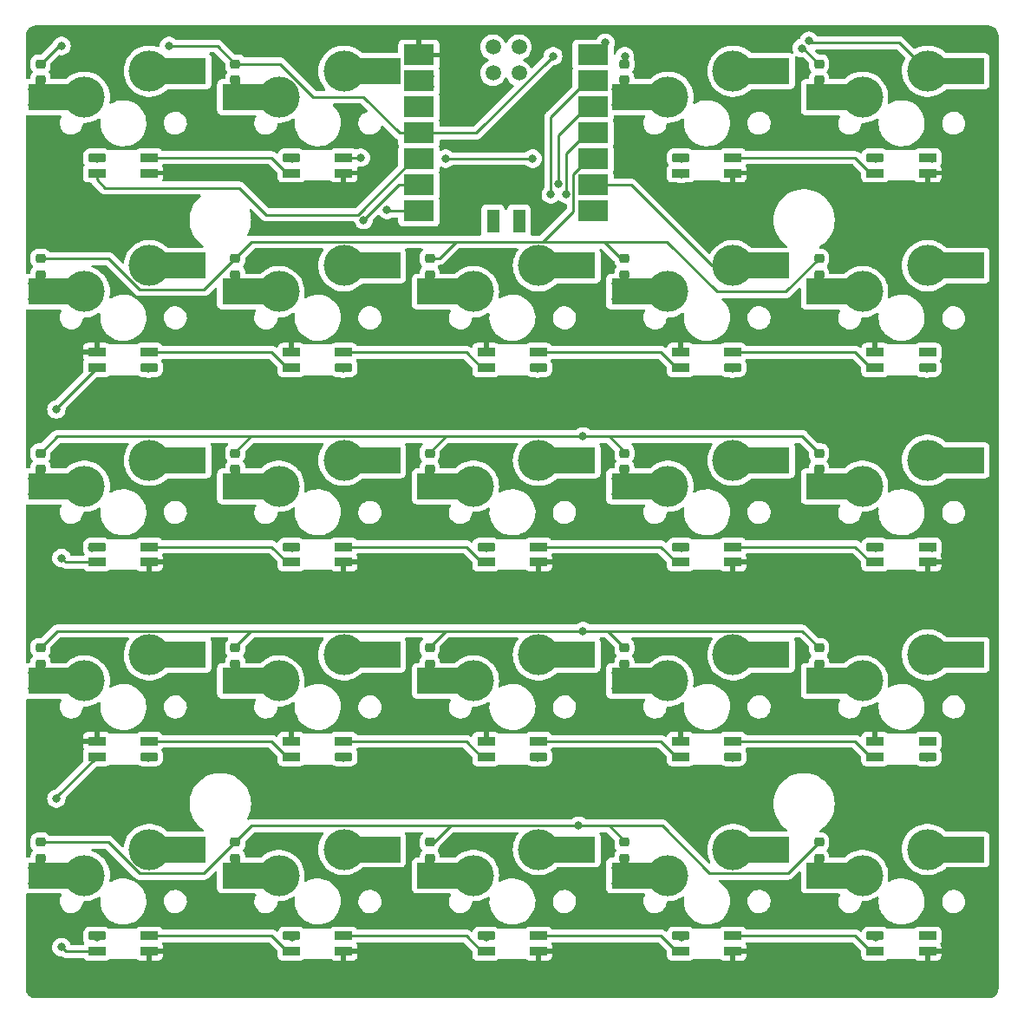
<source format=gbr>
%TF.GenerationSoftware,KiCad,Pcbnew,7.0.5*%
%TF.CreationDate,2023-09-25T20:55:41-06:00*%
%TF.ProjectId,switch_tester_macro_pad_r2,73776974-6368-45f7-9465-737465725f6d,rev?*%
%TF.SameCoordinates,Original*%
%TF.FileFunction,Copper,L2,Bot*%
%TF.FilePolarity,Positive*%
%FSLAX46Y46*%
G04 Gerber Fmt 4.6, Leading zero omitted, Abs format (unit mm)*
G04 Created by KiCad (PCBNEW 7.0.5) date 2023-09-25 20:55:41*
%MOMM*%
%LPD*%
G01*
G04 APERTURE LIST*
G04 Aperture macros list*
%AMRoundRect*
0 Rectangle with rounded corners*
0 $1 Rounding radius*
0 $2 $3 $4 $5 $6 $7 $8 $9 X,Y pos of 4 corners*
0 Add a 4 corners polygon primitive as box body*
4,1,4,$2,$3,$4,$5,$6,$7,$8,$9,$2,$3,0*
0 Add four circle primitives for the rounded corners*
1,1,$1+$1,$2,$3*
1,1,$1+$1,$4,$5*
1,1,$1+$1,$6,$7*
1,1,$1+$1,$8,$9*
0 Add four rect primitives between the rounded corners*
20,1,$1+$1,$2,$3,$4,$5,0*
20,1,$1+$1,$4,$5,$6,$7,0*
20,1,$1+$1,$6,$7,$8,$9,0*
20,1,$1+$1,$8,$9,$2,$3,0*%
G04 Aperture macros list end*
%TA.AperFunction,EtchedComponent*%
%ADD10C,0.200000*%
%TD*%
%TA.AperFunction,SMDPad,CuDef*%
%ADD11R,3.000000X2.000000*%
%TD*%
%TA.AperFunction,SMDPad,CuDef*%
%ADD12C,1.500000*%
%TD*%
%TA.AperFunction,SMDPad,CuDef*%
%ADD13R,1.300000X2.300000*%
%TD*%
%TA.AperFunction,ComponentPad*%
%ADD14C,0.800000*%
%TD*%
%TA.AperFunction,SMDPad,CuDef*%
%ADD15RoundRect,0.218750X0.256250X-0.218750X0.256250X0.218750X-0.256250X0.218750X-0.256250X-0.218750X0*%
%TD*%
%TA.AperFunction,SMDPad,CuDef*%
%ADD16R,4.500000X2.500000*%
%TD*%
%TA.AperFunction,ComponentPad*%
%ADD17C,4.000000*%
%TD*%
%TA.AperFunction,SMDPad,CuDef*%
%ADD18R,1.700000X0.820000*%
%TD*%
%TA.AperFunction,SMDPad,CuDef*%
%ADD19RoundRect,0.205000X-0.645000X-0.205000X0.645000X-0.205000X0.645000X0.205000X-0.645000X0.205000X0*%
%TD*%
%TA.AperFunction,ViaPad*%
%ADD20C,0.800000*%
%TD*%
%TA.AperFunction,Conductor*%
%ADD21C,0.250000*%
%TD*%
G04 APERTURE END LIST*
D10*
%TO.C,K24*%
X127589038Y-108918897D02*
X128379038Y-109588897D01*
X127589038Y-109478897D02*
X127589038Y-108918897D01*
X128329038Y-108908897D02*
X128389038Y-109918897D01*
X128389038Y-109918897D02*
X129279038Y-110218897D01*
%TO.C,K23*%
X108589038Y-108918897D02*
X109379038Y-109588897D01*
X108589038Y-109478897D02*
X108589038Y-108918897D01*
X109329038Y-108908897D02*
X109389038Y-109918897D01*
X109389038Y-109918897D02*
X110279038Y-110218897D01*
%TO.C,K22*%
X89589038Y-108918897D02*
X90379038Y-109588897D01*
X89589038Y-109478897D02*
X89589038Y-108918897D01*
X90329038Y-108908897D02*
X90389038Y-109918897D01*
X90389038Y-109918897D02*
X91279038Y-110218897D01*
%TO.C,K21*%
X70589038Y-108918897D02*
X71379038Y-109588897D01*
X70589038Y-109478897D02*
X70589038Y-108918897D01*
X71329038Y-108908897D02*
X71389038Y-109918897D01*
X71389038Y-109918897D02*
X72279038Y-110218897D01*
%TO.C,K20*%
X51589038Y-108918897D02*
X52379038Y-109588897D01*
X51589038Y-109478897D02*
X51589038Y-108918897D01*
X52329038Y-108908897D02*
X52389038Y-109918897D01*
X52389038Y-109918897D02*
X53279038Y-110218897D01*
%TO.C,K19*%
X51589038Y-89918897D02*
X52379038Y-90588897D01*
X51589038Y-90478897D02*
X51589038Y-89918897D01*
X52329038Y-89908897D02*
X52389038Y-90918897D01*
X52389038Y-90918897D02*
X53279038Y-91218897D01*
%TO.C,K18*%
X70589038Y-89918897D02*
X71379038Y-90588897D01*
X70589038Y-90478897D02*
X70589038Y-89918897D01*
X71329038Y-89908897D02*
X71389038Y-90918897D01*
X71389038Y-90918897D02*
X72279038Y-91218897D01*
%TO.C,K17*%
X89589038Y-89918897D02*
X90379038Y-90588897D01*
X89589038Y-90478897D02*
X89589038Y-89918897D01*
X90329038Y-89908897D02*
X90389038Y-90918897D01*
X90389038Y-90918897D02*
X91279038Y-91218897D01*
%TO.C,K16*%
X108589038Y-89918897D02*
X109379038Y-90588897D01*
X108589038Y-90478897D02*
X108589038Y-89918897D01*
X109329038Y-89908897D02*
X109389038Y-90918897D01*
X109389038Y-90918897D02*
X110279038Y-91218897D01*
%TO.C,K15*%
X127589038Y-89918897D02*
X128379038Y-90588897D01*
X127589038Y-90478897D02*
X127589038Y-89918897D01*
X128329038Y-89908897D02*
X128389038Y-90918897D01*
X128389038Y-90918897D02*
X129279038Y-91218897D01*
%TO.C,K14*%
X127589038Y-70918897D02*
X128379038Y-71588897D01*
X127589038Y-71478897D02*
X127589038Y-70918897D01*
X128329038Y-70908897D02*
X128389038Y-71918897D01*
X128389038Y-71918897D02*
X129279038Y-72218897D01*
%TO.C,K13*%
X108589038Y-70918897D02*
X109379038Y-71588897D01*
X108589038Y-71478897D02*
X108589038Y-70918897D01*
X109329038Y-70908897D02*
X109389038Y-71918897D01*
X109389038Y-71918897D02*
X110279038Y-72218897D01*
%TO.C,K12*%
X89589038Y-70918897D02*
X90379038Y-71588897D01*
X89589038Y-71478897D02*
X89589038Y-70918897D01*
X90329038Y-70908897D02*
X90389038Y-71918897D01*
X90389038Y-71918897D02*
X91279038Y-72218897D01*
%TO.C,K11*%
X70589038Y-70918897D02*
X71379038Y-71588897D01*
X70589038Y-71478897D02*
X70589038Y-70918897D01*
X71329038Y-70908897D02*
X71389038Y-71918897D01*
X71389038Y-71918897D02*
X72279038Y-72218897D01*
%TO.C,K10*%
X51589038Y-70918897D02*
X52379038Y-71588897D01*
X51589038Y-71478897D02*
X51589038Y-70918897D01*
X52329038Y-70908897D02*
X52389038Y-71918897D01*
X52389038Y-71918897D02*
X53279038Y-72218897D01*
%TO.C,K9*%
X51589038Y-51918897D02*
X52379038Y-52588897D01*
X51589038Y-52478897D02*
X51589038Y-51918897D01*
X52329038Y-51908897D02*
X52389038Y-52918897D01*
X52389038Y-52918897D02*
X53279038Y-53218897D01*
%TO.C,K8*%
X70589038Y-51918897D02*
X71379038Y-52588897D01*
X70589038Y-52478897D02*
X70589038Y-51918897D01*
X71329038Y-51908897D02*
X71389038Y-52918897D01*
X71389038Y-52918897D02*
X72279038Y-53218897D01*
%TO.C,K7*%
X89589038Y-51918897D02*
X90379038Y-52588897D01*
X89589038Y-52478897D02*
X89589038Y-51918897D01*
X90329038Y-51908897D02*
X90389038Y-52918897D01*
X90389038Y-52918897D02*
X91279038Y-53218897D01*
%TO.C,K6*%
X108589038Y-51918897D02*
X109379038Y-52588897D01*
X108589038Y-52478897D02*
X108589038Y-51918897D01*
X109329038Y-51908897D02*
X109389038Y-52918897D01*
X109389038Y-52918897D02*
X110279038Y-53218897D01*
%TO.C,K5*%
X127589038Y-51918897D02*
X128379038Y-52588897D01*
X127589038Y-52478897D02*
X127589038Y-51918897D01*
X128329038Y-51908897D02*
X128389038Y-52918897D01*
X128389038Y-52918897D02*
X129279038Y-53218897D01*
%TO.C,K4*%
X127589038Y-32918897D02*
X128379038Y-33588897D01*
X127589038Y-33478897D02*
X127589038Y-32918897D01*
X128329038Y-32908897D02*
X128389038Y-33918897D01*
X128389038Y-33918897D02*
X129279038Y-34218897D01*
%TO.C,K3*%
X108589038Y-32918897D02*
X109379038Y-33588897D01*
X108589038Y-33478897D02*
X108589038Y-32918897D01*
X109329038Y-32908897D02*
X109389038Y-33918897D01*
X109389038Y-33918897D02*
X110279038Y-34218897D01*
%TO.C,K2*%
X71389038Y-33918897D02*
X72279038Y-34218897D01*
X71329038Y-32908897D02*
X71389038Y-33918897D01*
X70589038Y-33478897D02*
X70589038Y-32918897D01*
X70589038Y-32918897D02*
X71379038Y-33588897D01*
%TO.C,K1*%
X52389038Y-33918897D02*
X53279038Y-34218897D01*
X52329038Y-32908897D02*
X52389038Y-33918897D01*
X51589038Y-33478897D02*
X51589038Y-32918897D01*
X51589038Y-32918897D02*
X52379038Y-33588897D01*
%TD*%
D11*
%TO.P,U1,1,PA02_A0_D0*%
%TO.N,/COL5*%
X105896717Y-30389387D03*
%TO.P,U1,2,PA4_A1_D1*%
%TO.N,/ROW5*%
X105896717Y-32929387D03*
%TO.P,U1,3,PA10_A2_D2*%
%TO.N,/ROW4*%
X105896717Y-35469387D03*
%TO.P,U1,4,PA11_A3_D3*%
%TO.N,/ROW3*%
X105896717Y-38009387D03*
%TO.P,U1,5,PA8_A4_D4_SDA*%
%TO.N,/ROW2*%
X105896717Y-40549387D03*
%TO.P,U1,6,PA9_A5_D5_SCL*%
%TO.N,/COL4*%
X105896717Y-43089387D03*
%TO.P,U1,7,PB08_A6_D6_TX*%
%TO.N,/COL3*%
X105896717Y-45629387D03*
%TO.P,U1,8,PB09_A7_D7_RX*%
%TO.N,/COL2*%
X88896717Y-45629387D03*
%TO.P,U1,9,PA7_A8_D8_SCK*%
%TO.N,/COL1*%
X88896717Y-43089387D03*
%TO.P,U1,10,PA5_A9_D9_MISO*%
%TO.N,/LED_DIN*%
X88896717Y-40549387D03*
%TO.P,U1,11,PA6_A10_D10_MOSI*%
%TO.N,/ROW1*%
X88896717Y-38009387D03*
%TO.P,U1,12,3V3*%
%TO.N,unconnected-(U1-3V3-Pad12)*%
X88896717Y-35469387D03*
%TO.P,U1,13,GND*%
%TO.N,GND*%
X88896717Y-32929387D03*
%TO.P,U1,14,5V*%
%TO.N,VDD*%
X88896717Y-30389387D03*
D12*
%TO.P,U1,15,5V*%
%TO.N,unconnected-(U1-5V-Pad15)*%
X98666717Y-29619387D03*
%TO.P,U1,16,GND*%
%TO.N,unconnected-(U1-GND-Pad16)*%
X96126717Y-29619387D03*
%TO.P,U1,17,PA31_SWDIO*%
%TO.N,unconnected-(U1-PA31_SWDIO-Pad17)*%
X98666717Y-32159387D03*
%TO.P,U1,18,PA30_SWCLK*%
%TO.N,unconnected-(U1-PA30_SWCLK-Pad18)*%
X96126717Y-32159387D03*
D13*
%TO.P,U1,19,RESET*%
%TO.N,unconnected-(U1-RESET-Pad19)*%
X98666717Y-46609387D03*
%TO.P,U1,20,GND*%
%TO.N,unconnected-(U1-GND-Pad20)*%
X96126717Y-46609387D03*
%TD*%
D14*
%TO.P,K24,*%
%TO.N,*%
X127144038Y-109741897D03*
X127144038Y-111265897D03*
D15*
X127961570Y-108830621D03*
D16*
X128949038Y-110503897D03*
D17*
X132224038Y-110503897D03*
D18*
%TO.P,K24,1,VDD*%
%TO.N,VDD*%
X138555607Y-117908052D03*
%TO.P,K24,2,DOUT*%
%TO.N,unconnected-(K24-DOUT-Pad2)*%
X138555607Y-116408052D03*
D19*
%TO.P,K24,3,VSS*%
%TO.N,GND*%
X133455607Y-116408052D03*
D18*
%TO.P,K24,4,DIN*%
%TO.N,Net-(K23-DOUT)*%
X133455607Y-117908052D03*
D15*
%TO.P,K24,5,ROW*%
%TO.N,/ROW5*%
X127961570Y-107255621D03*
D17*
%TO.P,K24,6,COL*%
%TO.N,/COL5*%
X138574038Y-107963897D03*
D16*
X141876038Y-107963897D03*
D14*
X143654038Y-107201897D03*
X143654038Y-108725897D03*
%TD*%
%TO.P,K23,*%
%TO.N,*%
X108144038Y-109741897D03*
X108144038Y-111265897D03*
D15*
X108961570Y-108830621D03*
D16*
X109949038Y-110503897D03*
D17*
X113224038Y-110503897D03*
D18*
%TO.P,K23,1,VDD*%
%TO.N,VDD*%
X119555607Y-117908052D03*
%TO.P,K23,2,DOUT*%
%TO.N,Net-(K23-DOUT)*%
X119555607Y-116408052D03*
D19*
%TO.P,K23,3,VSS*%
%TO.N,GND*%
X114455607Y-116408052D03*
D18*
%TO.P,K23,4,DIN*%
%TO.N,Net-(K22-DOUT)*%
X114455607Y-117908052D03*
D15*
%TO.P,K23,5,ROW*%
%TO.N,/ROW5*%
X108961570Y-107255621D03*
D17*
%TO.P,K23,6,COL*%
%TO.N,/COL4*%
X119574038Y-107963897D03*
D16*
X122876038Y-107963897D03*
D14*
X124654038Y-107201897D03*
X124654038Y-108725897D03*
%TD*%
%TO.P,K22,*%
%TO.N,*%
X89144038Y-109741897D03*
X89144038Y-111265897D03*
D15*
X89961570Y-108830621D03*
D16*
X90949038Y-110503897D03*
D17*
X94224038Y-110503897D03*
D18*
%TO.P,K22,1,VDD*%
%TO.N,VDD*%
X100555607Y-117908052D03*
%TO.P,K22,2,DOUT*%
%TO.N,Net-(K22-DOUT)*%
X100555607Y-116408052D03*
D19*
%TO.P,K22,3,VSS*%
%TO.N,GND*%
X95455607Y-116408052D03*
D18*
%TO.P,K22,4,DIN*%
%TO.N,Net-(K21-DOUT)*%
X95455607Y-117908052D03*
D15*
%TO.P,K22,5,ROW*%
%TO.N,/ROW5*%
X89961570Y-107255621D03*
D17*
%TO.P,K22,6,COL*%
%TO.N,/COL3*%
X100574038Y-107963897D03*
D16*
X103876038Y-107963897D03*
D14*
X105654038Y-107201897D03*
X105654038Y-108725897D03*
%TD*%
%TO.P,K21,*%
%TO.N,*%
X70144038Y-109741897D03*
X70144038Y-111265897D03*
D15*
X70961570Y-108830621D03*
D16*
X71949038Y-110503897D03*
D17*
X75224038Y-110503897D03*
D18*
%TO.P,K21,1,VDD*%
%TO.N,VDD*%
X81555607Y-117908052D03*
%TO.P,K21,2,DOUT*%
%TO.N,Net-(K21-DOUT)*%
X81555607Y-116408052D03*
D19*
%TO.P,K21,3,VSS*%
%TO.N,GND*%
X76455607Y-116408052D03*
D18*
%TO.P,K21,4,DIN*%
%TO.N,Net-(K20-DOUT)*%
X76455607Y-117908052D03*
D15*
%TO.P,K21,5,ROW*%
%TO.N,/ROW5*%
X70961570Y-107255621D03*
D17*
%TO.P,K21,6,COL*%
%TO.N,/COL2*%
X81574038Y-107963897D03*
D16*
X84876038Y-107963897D03*
D14*
X86654038Y-107201897D03*
X86654038Y-108725897D03*
%TD*%
%TO.P,K20,*%
%TO.N,*%
X51144038Y-109741897D03*
X51144038Y-111265897D03*
D15*
X51961570Y-108830621D03*
D16*
X52949038Y-110503897D03*
D17*
X56224038Y-110503897D03*
D18*
%TO.P,K20,1,VDD*%
%TO.N,VDD*%
X62555607Y-117908052D03*
%TO.P,K20,2,DOUT*%
%TO.N,Net-(K20-DOUT)*%
X62555607Y-116408052D03*
D19*
%TO.P,K20,3,VSS*%
%TO.N,GND*%
X57455607Y-116408052D03*
D18*
%TO.P,K20,4,DIN*%
%TO.N,Net-(K19-DOUT)*%
X57455607Y-117908052D03*
D15*
%TO.P,K20,5,ROW*%
%TO.N,/ROW5*%
X51961570Y-107255621D03*
D17*
%TO.P,K20,6,COL*%
%TO.N,/COL1*%
X62574038Y-107963897D03*
D16*
X65876038Y-107963897D03*
D14*
X67654038Y-107201897D03*
X67654038Y-108725897D03*
%TD*%
%TO.P,K19,*%
%TO.N,*%
X51144038Y-90741897D03*
X51144038Y-92265897D03*
D15*
X51961570Y-89830621D03*
D16*
X52949038Y-91503897D03*
D17*
X56224038Y-91503897D03*
D18*
%TO.P,K19,1,VDD*%
%TO.N,VDD*%
X57455607Y-97408052D03*
%TO.P,K19,2,DOUT*%
%TO.N,Net-(K19-DOUT)*%
X57455607Y-98908052D03*
D19*
%TO.P,K19,3,VSS*%
%TO.N,GND*%
X62555607Y-98908052D03*
D18*
%TO.P,K19,4,DIN*%
%TO.N,Net-(K18-DOUT)*%
X62555607Y-97408052D03*
D15*
%TO.P,K19,5,ROW*%
%TO.N,/ROW4*%
X51961570Y-88255621D03*
D17*
%TO.P,K19,6,COL*%
%TO.N,/COL1*%
X62574038Y-88963897D03*
D16*
X65876038Y-88963897D03*
D14*
X67654038Y-88201897D03*
X67654038Y-89725897D03*
%TD*%
%TO.P,K18,*%
%TO.N,*%
X70144038Y-90741897D03*
X70144038Y-92265897D03*
D15*
X70961570Y-89830621D03*
D16*
X71949038Y-91503897D03*
D17*
X75224038Y-91503897D03*
D18*
%TO.P,K18,1,VDD*%
%TO.N,VDD*%
X76455607Y-97408052D03*
%TO.P,K18,2,DOUT*%
%TO.N,Net-(K18-DOUT)*%
X76455607Y-98908052D03*
D19*
%TO.P,K18,3,VSS*%
%TO.N,GND*%
X81555607Y-98908052D03*
D18*
%TO.P,K18,4,DIN*%
%TO.N,Net-(K17-DOUT)*%
X81555607Y-97408052D03*
D15*
%TO.P,K18,5,ROW*%
%TO.N,/ROW4*%
X70961570Y-88255621D03*
D17*
%TO.P,K18,6,COL*%
%TO.N,/COL2*%
X81574038Y-88963897D03*
D16*
X84876038Y-88963897D03*
D14*
X86654038Y-88201897D03*
X86654038Y-89725897D03*
%TD*%
%TO.P,K17,*%
%TO.N,*%
X89144038Y-90741897D03*
X89144038Y-92265897D03*
D15*
X89961570Y-89830621D03*
D16*
X90949038Y-91503897D03*
D17*
X94224038Y-91503897D03*
D18*
%TO.P,K17,1,VDD*%
%TO.N,VDD*%
X95455607Y-97408052D03*
%TO.P,K17,2,DOUT*%
%TO.N,Net-(K17-DOUT)*%
X95455607Y-98908052D03*
D19*
%TO.P,K17,3,VSS*%
%TO.N,GND*%
X100555607Y-98908052D03*
D18*
%TO.P,K17,4,DIN*%
%TO.N,Net-(K16-DOUT)*%
X100555607Y-97408052D03*
D15*
%TO.P,K17,5,ROW*%
%TO.N,/ROW4*%
X89961570Y-88255621D03*
D17*
%TO.P,K17,6,COL*%
%TO.N,/COL3*%
X100574038Y-88963897D03*
D16*
X103876038Y-88963897D03*
D14*
X105654038Y-88201897D03*
X105654038Y-89725897D03*
%TD*%
%TO.P,K16,*%
%TO.N,*%
X108144038Y-90741897D03*
X108144038Y-92265897D03*
D15*
X108961570Y-89830621D03*
D16*
X109949038Y-91503897D03*
D17*
X113224038Y-91503897D03*
D18*
%TO.P,K16,1,VDD*%
%TO.N,VDD*%
X114455607Y-97408052D03*
%TO.P,K16,2,DOUT*%
%TO.N,Net-(K16-DOUT)*%
X114455607Y-98908052D03*
D19*
%TO.P,K16,3,VSS*%
%TO.N,GND*%
X119555607Y-98908052D03*
D18*
%TO.P,K16,4,DIN*%
%TO.N,Net-(K15-DOUT)*%
X119555607Y-97408052D03*
D15*
%TO.P,K16,5,ROW*%
%TO.N,/ROW4*%
X108961570Y-88255621D03*
D17*
%TO.P,K16,6,COL*%
%TO.N,/COL4*%
X119574038Y-88963897D03*
D16*
X122876038Y-88963897D03*
D14*
X124654038Y-88201897D03*
X124654038Y-89725897D03*
%TD*%
%TO.P,K15,*%
%TO.N,*%
X127144038Y-90741897D03*
X127144038Y-92265897D03*
D15*
X127961570Y-89830621D03*
D16*
X128949038Y-91503897D03*
D17*
X132224038Y-91503897D03*
D18*
%TO.P,K15,1,VDD*%
%TO.N,VDD*%
X133455607Y-97408052D03*
%TO.P,K15,2,DOUT*%
%TO.N,Net-(K15-DOUT)*%
X133455607Y-98908052D03*
D19*
%TO.P,K15,3,VSS*%
%TO.N,GND*%
X138555607Y-98908052D03*
D18*
%TO.P,K15,4,DIN*%
%TO.N,Net-(K14-DOUT)*%
X138555607Y-97408052D03*
D15*
%TO.P,K15,5,ROW*%
%TO.N,/ROW4*%
X127961570Y-88255621D03*
D17*
%TO.P,K15,6,COL*%
%TO.N,/COL5*%
X138574038Y-88963897D03*
D16*
X141876038Y-88963897D03*
D14*
X143654038Y-88201897D03*
X143654038Y-89725897D03*
%TD*%
%TO.P,K14,*%
%TO.N,*%
X127144038Y-71741897D03*
X127144038Y-73265897D03*
D15*
X127961570Y-70830621D03*
D16*
X128949038Y-72503897D03*
D17*
X132224038Y-72503897D03*
D18*
%TO.P,K14,1,VDD*%
%TO.N,VDD*%
X138555607Y-79908052D03*
%TO.P,K14,2,DOUT*%
%TO.N,Net-(K14-DOUT)*%
X138555607Y-78408052D03*
D19*
%TO.P,K14,3,VSS*%
%TO.N,GND*%
X133455607Y-78408052D03*
D18*
%TO.P,K14,4,DIN*%
%TO.N,Net-(K13-DOUT)*%
X133455607Y-79908052D03*
D15*
%TO.P,K14,5,ROW*%
%TO.N,/ROW3*%
X127961570Y-69255621D03*
D17*
%TO.P,K14,6,COL*%
%TO.N,/COL5*%
X138574038Y-69963897D03*
D16*
X141876038Y-69963897D03*
D14*
X143654038Y-69201897D03*
X143654038Y-70725897D03*
%TD*%
%TO.P,K13,*%
%TO.N,*%
X108144038Y-71741897D03*
X108144038Y-73265897D03*
D15*
X108961570Y-70830621D03*
D16*
X109949038Y-72503897D03*
D17*
X113224038Y-72503897D03*
D18*
%TO.P,K13,1,VDD*%
%TO.N,VDD*%
X119555607Y-79908052D03*
%TO.P,K13,2,DOUT*%
%TO.N,Net-(K13-DOUT)*%
X119555607Y-78408052D03*
D19*
%TO.P,K13,3,VSS*%
%TO.N,GND*%
X114455607Y-78408052D03*
D18*
%TO.P,K13,4,DIN*%
%TO.N,Net-(K12-DOUT)*%
X114455607Y-79908052D03*
D15*
%TO.P,K13,5,ROW*%
%TO.N,/ROW3*%
X108961570Y-69255621D03*
D17*
%TO.P,K13,6,COL*%
%TO.N,/COL4*%
X119574038Y-69963897D03*
D16*
X122876038Y-69963897D03*
D14*
X124654038Y-69201897D03*
X124654038Y-70725897D03*
%TD*%
%TO.P,K12,*%
%TO.N,*%
X89144038Y-71741897D03*
X89144038Y-73265897D03*
D15*
X89961570Y-70830621D03*
D16*
X90949038Y-72503897D03*
D17*
X94224038Y-72503897D03*
D18*
%TO.P,K12,1,VDD*%
%TO.N,VDD*%
X100555607Y-79908052D03*
%TO.P,K12,2,DOUT*%
%TO.N,Net-(K12-DOUT)*%
X100555607Y-78408052D03*
D19*
%TO.P,K12,3,VSS*%
%TO.N,GND*%
X95455607Y-78408052D03*
D18*
%TO.P,K12,4,DIN*%
%TO.N,Net-(K11-DOUT)*%
X95455607Y-79908052D03*
D15*
%TO.P,K12,5,ROW*%
%TO.N,/ROW3*%
X89961570Y-69255621D03*
D17*
%TO.P,K12,6,COL*%
%TO.N,/COL3*%
X100574038Y-69963897D03*
D16*
X103876038Y-69963897D03*
D14*
X105654038Y-69201897D03*
X105654038Y-70725897D03*
%TD*%
%TO.P,K11,*%
%TO.N,*%
X70144038Y-71741897D03*
X70144038Y-73265897D03*
D15*
X70961570Y-70830621D03*
D16*
X71949038Y-72503897D03*
D17*
X75224038Y-72503897D03*
D18*
%TO.P,K11,1,VDD*%
%TO.N,VDD*%
X81555607Y-79908052D03*
%TO.P,K11,2,DOUT*%
%TO.N,Net-(K11-DOUT)*%
X81555607Y-78408052D03*
D19*
%TO.P,K11,3,VSS*%
%TO.N,GND*%
X76455607Y-78408052D03*
D18*
%TO.P,K11,4,DIN*%
%TO.N,Net-(K10-DOUT)*%
X76455607Y-79908052D03*
D15*
%TO.P,K11,5,ROW*%
%TO.N,/ROW3*%
X70961570Y-69255621D03*
D17*
%TO.P,K11,6,COL*%
%TO.N,/COL2*%
X81574038Y-69963897D03*
D16*
X84876038Y-69963897D03*
D14*
X86654038Y-69201897D03*
X86654038Y-70725897D03*
%TD*%
%TO.P,K10,*%
%TO.N,*%
X51144038Y-71741897D03*
X51144038Y-73265897D03*
D15*
X51961570Y-70830621D03*
D16*
X52949038Y-72503897D03*
D17*
X56224038Y-72503897D03*
D18*
%TO.P,K10,1,VDD*%
%TO.N,VDD*%
X62555607Y-79908052D03*
%TO.P,K10,2,DOUT*%
%TO.N,Net-(K10-DOUT)*%
X62555607Y-78408052D03*
D19*
%TO.P,K10,3,VSS*%
%TO.N,GND*%
X57455607Y-78408052D03*
D18*
%TO.P,K10,4,DIN*%
%TO.N,Net-(K10-DIN)*%
X57455607Y-79908052D03*
D15*
%TO.P,K10,5,ROW*%
%TO.N,/ROW3*%
X51961570Y-69255621D03*
D17*
%TO.P,K10,6,COL*%
%TO.N,/COL1*%
X62574038Y-69963897D03*
D16*
X65876038Y-69963897D03*
D14*
X67654038Y-69201897D03*
X67654038Y-70725897D03*
%TD*%
%TO.P,K9,*%
%TO.N,*%
X51144038Y-52741897D03*
X51144038Y-54265897D03*
D15*
X51961570Y-51830621D03*
D16*
X52949038Y-53503897D03*
D17*
X56224038Y-53503897D03*
D18*
%TO.P,K9,1,VDD*%
%TO.N,VDD*%
X57455607Y-59408052D03*
%TO.P,K9,2,DOUT*%
%TO.N,Net-(K10-DIN)*%
X57455607Y-60908052D03*
D19*
%TO.P,K9,3,VSS*%
%TO.N,GND*%
X62555607Y-60908052D03*
D18*
%TO.P,K9,4,DIN*%
%TO.N,Net-(K8-DOUT)*%
X62555607Y-59408052D03*
D15*
%TO.P,K9,5,ROW*%
%TO.N,/ROW2*%
X51961570Y-50255621D03*
D17*
%TO.P,K9,6,COL*%
%TO.N,/COL1*%
X62574038Y-50963897D03*
D16*
X65876038Y-50963897D03*
D14*
X67654038Y-50201897D03*
X67654038Y-51725897D03*
%TD*%
%TO.P,K8,*%
%TO.N,*%
X70144038Y-52741897D03*
X70144038Y-54265897D03*
D15*
X70961570Y-51830621D03*
D16*
X71949038Y-53503897D03*
D17*
X75224038Y-53503897D03*
D18*
%TO.P,K8,1,VDD*%
%TO.N,VDD*%
X76455607Y-59408052D03*
%TO.P,K8,2,DOUT*%
%TO.N,Net-(K8-DOUT)*%
X76455607Y-60908052D03*
D19*
%TO.P,K8,3,VSS*%
%TO.N,GND*%
X81555607Y-60908052D03*
D18*
%TO.P,K8,4,DIN*%
%TO.N,Net-(K7-DOUT)*%
X81555607Y-59408052D03*
D15*
%TO.P,K8,5,ROW*%
%TO.N,/ROW2*%
X70961570Y-50255621D03*
D17*
%TO.P,K8,6,COL*%
%TO.N,/COL2*%
X81574038Y-50963897D03*
D16*
X84876038Y-50963897D03*
D14*
X86654038Y-50201897D03*
X86654038Y-51725897D03*
%TD*%
%TO.P,K7,*%
%TO.N,*%
X89144038Y-52741897D03*
X89144038Y-54265897D03*
D15*
X89961570Y-51830621D03*
D16*
X90949038Y-53503897D03*
D17*
X94224038Y-53503897D03*
D18*
%TO.P,K7,1,VDD*%
%TO.N,VDD*%
X95455607Y-59408052D03*
%TO.P,K7,2,DOUT*%
%TO.N,Net-(K7-DOUT)*%
X95455607Y-60908052D03*
D19*
%TO.P,K7,3,VSS*%
%TO.N,GND*%
X100555607Y-60908052D03*
D18*
%TO.P,K7,4,DIN*%
%TO.N,Net-(K6-DOUT)*%
X100555607Y-59408052D03*
D15*
%TO.P,K7,5,ROW*%
%TO.N,/ROW2*%
X89961570Y-50255621D03*
D17*
%TO.P,K7,6,COL*%
%TO.N,/COL3*%
X100574038Y-50963897D03*
D16*
X103876038Y-50963897D03*
D14*
X105654038Y-50201897D03*
X105654038Y-51725897D03*
%TD*%
%TO.P,K6,*%
%TO.N,*%
X108144038Y-52741897D03*
X108144038Y-54265897D03*
D15*
X108961570Y-51830621D03*
D16*
X109949038Y-53503897D03*
D17*
X113224038Y-53503897D03*
D18*
%TO.P,K6,1,VDD*%
%TO.N,VDD*%
X114455607Y-59408052D03*
%TO.P,K6,2,DOUT*%
%TO.N,Net-(K6-DOUT)*%
X114455607Y-60908052D03*
D19*
%TO.P,K6,3,VSS*%
%TO.N,GND*%
X119555607Y-60908052D03*
D18*
%TO.P,K6,4,DIN*%
%TO.N,Net-(K5-DOUT)*%
X119555607Y-59408052D03*
D15*
%TO.P,K6,5,ROW*%
%TO.N,/ROW2*%
X108961570Y-50255621D03*
D17*
%TO.P,K6,6,COL*%
%TO.N,/COL4*%
X119574038Y-50963897D03*
D16*
X122876038Y-50963897D03*
D14*
X124654038Y-50201897D03*
X124654038Y-51725897D03*
%TD*%
%TO.P,K5,*%
%TO.N,*%
X127144038Y-52741897D03*
X127144038Y-54265897D03*
D15*
X127961570Y-51830621D03*
D16*
X128949038Y-53503897D03*
D17*
X132224038Y-53503897D03*
D18*
%TO.P,K5,1,VDD*%
%TO.N,VDD*%
X133455607Y-59408052D03*
%TO.P,K5,2,DOUT*%
%TO.N,Net-(K5-DOUT)*%
X133455607Y-60908052D03*
D19*
%TO.P,K5,3,VSS*%
%TO.N,GND*%
X138555607Y-60908052D03*
D18*
%TO.P,K5,4,DIN*%
%TO.N,Net-(K4-DOUT)*%
X138555607Y-59408052D03*
D15*
%TO.P,K5,5,ROW*%
%TO.N,/ROW2*%
X127961570Y-50255621D03*
D17*
%TO.P,K5,6,COL*%
%TO.N,/COL5*%
X138574038Y-50963897D03*
D16*
X141876038Y-50963897D03*
D14*
X143654038Y-50201897D03*
X143654038Y-51725897D03*
%TD*%
%TO.P,K4,*%
%TO.N,*%
X127144038Y-33741897D03*
X127144038Y-35265897D03*
D15*
X127961570Y-32830621D03*
D16*
X128949038Y-34503897D03*
D17*
X132224038Y-34503897D03*
D18*
%TO.P,K4,1,VDD*%
%TO.N,VDD*%
X138555607Y-41908052D03*
%TO.P,K4,2,DOUT*%
%TO.N,Net-(K4-DOUT)*%
X138555607Y-40408052D03*
D19*
%TO.P,K4,3,VSS*%
%TO.N,GND*%
X133455607Y-40408052D03*
D18*
%TO.P,K4,4,DIN*%
%TO.N,Net-(K3-DOUT)*%
X133455607Y-41908052D03*
D15*
%TO.P,K4,5,ROW*%
%TO.N,/ROW1*%
X127961570Y-31255621D03*
D17*
%TO.P,K4,6,COL*%
%TO.N,/COL5*%
X138574038Y-31963897D03*
D16*
X141876038Y-31963897D03*
D14*
X143654038Y-31201897D03*
X143654038Y-32725897D03*
%TD*%
%TO.P,K3,*%
%TO.N,*%
X108144038Y-33741897D03*
X108144038Y-35265897D03*
D15*
X108961570Y-32830621D03*
D16*
X109949038Y-34503897D03*
D17*
X113224038Y-34503897D03*
D18*
%TO.P,K3,1,VDD*%
%TO.N,VDD*%
X119555607Y-41908052D03*
%TO.P,K3,2,DOUT*%
%TO.N,Net-(K3-DOUT)*%
X119555607Y-40408052D03*
D19*
%TO.P,K3,3,VSS*%
%TO.N,GND*%
X114455607Y-40408052D03*
D18*
%TO.P,K3,4,DIN*%
%TO.N,Net-(K2-DOUT)*%
X114455607Y-41908052D03*
D15*
%TO.P,K3,5,ROW*%
%TO.N,/ROW1*%
X108961570Y-31255621D03*
D17*
%TO.P,K3,6,COL*%
%TO.N,/COL4*%
X119574038Y-31963897D03*
D16*
X122876038Y-31963897D03*
D14*
X124654038Y-31201897D03*
X124654038Y-32725897D03*
%TD*%
%TO.P,K2,6,COL*%
%TO.N,/COL2*%
X86654038Y-32725897D03*
X86654038Y-31201897D03*
D16*
X84876038Y-31963897D03*
D17*
X81574038Y-31963897D03*
D15*
%TO.P,K2,5,ROW*%
%TO.N,/ROW1*%
X70961570Y-31255621D03*
D18*
%TO.P,K2,4,DIN*%
%TO.N,Net-(K1-DOUT)*%
X76455607Y-41908052D03*
D19*
%TO.P,K2,3,VSS*%
%TO.N,GND*%
X76455607Y-40408052D03*
D18*
%TO.P,K2,2,DOUT*%
%TO.N,Net-(K2-DOUT)*%
X81555607Y-40408052D03*
%TO.P,K2,1,VDD*%
%TO.N,VDD*%
X81555607Y-41908052D03*
D17*
%TO.P,K2,*%
%TO.N,*%
X75224038Y-34503897D03*
D16*
X71949038Y-34503897D03*
D15*
X70961570Y-32830621D03*
D14*
X70144038Y-35265897D03*
X70144038Y-33741897D03*
%TD*%
%TO.P,K1,6,COL*%
%TO.N,/COL1*%
X67654038Y-32725897D03*
X67654038Y-31201897D03*
D16*
X65876038Y-31963897D03*
D17*
X62574038Y-31963897D03*
D15*
%TO.P,K1,5,ROW*%
%TO.N,/ROW1*%
X51961570Y-31255621D03*
D18*
%TO.P,K1,4,DIN*%
%TO.N,/LED_DIN*%
X57455607Y-41908052D03*
D19*
%TO.P,K1,3,VSS*%
%TO.N,GND*%
X57455607Y-40408052D03*
D18*
%TO.P,K1,2,DOUT*%
%TO.N,Net-(K1-DOUT)*%
X62555607Y-40408052D03*
%TO.P,K1,1,VDD*%
%TO.N,VDD*%
X62555607Y-41908052D03*
D17*
%TO.P,K1,*%
%TO.N,*%
X56224038Y-34503897D03*
D16*
X52949038Y-34503897D03*
D15*
X51961570Y-32830621D03*
D14*
X51144038Y-35265897D03*
X51144038Y-33741897D03*
%TD*%
D20*
%TO.N,Net-(K4-DOUT)*%
X138631569Y-59408052D03*
X139000000Y-40500000D03*
%TO.N,Net-(K14-DOUT)*%
X138555607Y-97408052D03*
X139000000Y-78500000D03*
%TO.N,/ROW1*%
X126293245Y-29724500D03*
%TO.N,/COL5*%
X127000000Y-29000000D03*
X107097207Y-29188897D03*
%TO.N,/ROW1*%
X64500000Y-29500000D03*
X54000000Y-29500000D03*
%TO.N,GND*%
X133500000Y-40500000D03*
X114500000Y-40500000D03*
X133500000Y-78500000D03*
X114500000Y-78500000D03*
X95500000Y-78500000D03*
X100500000Y-61000000D03*
X119500000Y-61000000D03*
X138500000Y-61000000D03*
X138500000Y-99000000D03*
X119500000Y-99000000D03*
X100500000Y-99000000D03*
X95500000Y-116500000D03*
X114500000Y-116500000D03*
X133500000Y-116500000D03*
X76500000Y-116500000D03*
X57500000Y-116500000D03*
X81500000Y-99000000D03*
X62500000Y-99000000D03*
X76500000Y-78500000D03*
X57000000Y-78500000D03*
X81500000Y-61000000D03*
X62500000Y-61000000D03*
X57500000Y-40500000D03*
X76500000Y-40500000D03*
X89000000Y-33500000D03*
X89000000Y-32500000D03*
X88000000Y-33500000D03*
X88000000Y-32500000D03*
X90000000Y-33500000D03*
X90000000Y-32500000D03*
%TO.N,/ROW5*%
X104500000Y-105638897D03*
X101775500Y-44000000D03*
%TO.N,/ROW4*%
X104929538Y-86638897D03*
X102500000Y-43000000D03*
%TO.N,/ROW3*%
X104929538Y-67638897D03*
X103275500Y-44000000D03*
%TO.N,/COL3*%
X105896717Y-45629387D03*
%TO.N,/COL1*%
X83500000Y-46500000D03*
%TO.N,/COL2*%
X85775000Y-45500000D03*
%TO.N,/ROW1*%
X102000000Y-30500000D03*
X109000000Y-30500000D03*
%TO.N,Net-(K10-DIN)*%
X53500000Y-65000000D03*
X54000000Y-79500000D03*
%TO.N,Net-(K19-DOUT)*%
X53500000Y-103000000D03*
X54000000Y-117500000D03*
%TO.N,Net-(K2-DOUT)*%
X91500000Y-40500000D03*
X100000000Y-40500000D03*
X83224500Y-40408052D03*
X114500000Y-42000000D03*
%TD*%
D21*
%TO.N,Net-(K4-DOUT)*%
X139000000Y-40500000D02*
X138995607Y-40408052D01*
X138555607Y-40408052D02*
X139000000Y-40500000D01*
%TO.N,/ROW1*%
X126344846Y-29672899D02*
X126293245Y-29724500D01*
X126344846Y-29638897D02*
X126344846Y-29672899D01*
%TO.N,/COL5*%
X127188897Y-29188897D02*
X127000000Y-29000000D01*
X135799038Y-29188897D02*
X127188897Y-29188897D01*
%TO.N,Net-(K2-DOUT)*%
X83224500Y-40408052D02*
X81555607Y-40408052D01*
%TO.N,/ROW1*%
X69205949Y-29500000D02*
X70961570Y-31255621D01*
X64500000Y-29500000D02*
X69205949Y-29500000D01*
X53861103Y-29638897D02*
X54000000Y-29500000D01*
X53578294Y-29638897D02*
X53861103Y-29638897D01*
%TO.N,GND*%
X88896717Y-33396717D02*
X89000000Y-33500000D01*
X88896717Y-32929387D02*
X88896717Y-33396717D01*
X88896717Y-32603283D02*
X89000000Y-32500000D01*
X88896717Y-32929387D02*
X88896717Y-32603283D01*
X88570613Y-32929387D02*
X88000000Y-33500000D01*
X88896717Y-32929387D02*
X88570613Y-32929387D01*
X88429387Y-32929387D02*
X88000000Y-32500000D01*
X88896717Y-32929387D02*
X88429387Y-32929387D01*
X89429387Y-32929387D02*
X90000000Y-33500000D01*
X88896717Y-32929387D02*
X89429387Y-32929387D01*
X89570613Y-32929387D02*
X90000000Y-32500000D01*
X88896717Y-32929387D02*
X89570613Y-32929387D01*
%TO.N,/ROW5*%
X104500000Y-105638897D02*
X107500000Y-105638897D01*
X92000000Y-105638897D02*
X104500000Y-105638897D01*
X101775000Y-43999500D02*
X101775500Y-44000000D01*
X101775000Y-36441104D02*
X101775000Y-43999500D01*
X105286717Y-32929387D02*
X101775000Y-36441104D01*
X105896717Y-32929387D02*
X105286717Y-32929387D01*
%TO.N,/ROW4*%
X102500000Y-38256104D02*
X102500000Y-43000000D01*
X105286717Y-35469387D02*
X102500000Y-38256104D01*
X105896717Y-35469387D02*
X105286717Y-35469387D01*
%TO.N,/ROW3*%
X104929538Y-67638897D02*
X107500000Y-67638897D01*
X91500000Y-67638897D02*
X104929538Y-67638897D01*
X103275500Y-40020604D02*
X103275500Y-44000000D01*
X105286717Y-38009387D02*
X103275500Y-40020604D01*
X105896717Y-38009387D02*
X105286717Y-38009387D01*
%TO.N,/ROW2*%
X105450613Y-40549387D02*
X105896717Y-40549387D01*
X104000000Y-42000000D02*
X105450613Y-40549387D01*
X104000000Y-45638897D02*
X104000000Y-42000000D01*
X101000000Y-48638897D02*
X104000000Y-45638897D01*
X101000000Y-48638897D02*
X107000000Y-48638897D01*
X92500000Y-48638897D02*
X101000000Y-48638897D01*
%TO.N,/COL4*%
X109589387Y-43089387D02*
X117463897Y-50963897D01*
X117463897Y-50963897D02*
X119574038Y-50963897D01*
X105896717Y-43089387D02*
X109589387Y-43089387D01*
%TO.N,/COL1*%
X83500000Y-46500000D02*
X86910613Y-43089387D01*
X86910613Y-43089387D02*
X88896717Y-43089387D01*
%TO.N,/ROW5*%
X90383276Y-107255621D02*
X92000000Y-105638897D01*
X89961570Y-107255621D02*
X90383276Y-107255621D01*
X72578294Y-105638897D02*
X92000000Y-105638897D01*
X108961570Y-107100467D02*
X107500000Y-105638897D01*
X108961570Y-107255621D02*
X108961570Y-107100467D01*
X107500000Y-105638897D02*
X112638897Y-105638897D01*
X117288897Y-110288897D02*
X124928294Y-110288897D01*
X112638897Y-105638897D02*
X117288897Y-110288897D01*
X70961570Y-107255621D02*
X72578294Y-105638897D01*
X124928294Y-110288897D02*
X127961570Y-107255621D01*
X67928294Y-110288897D02*
X70961570Y-107255621D01*
X61610991Y-110288897D02*
X67928294Y-110288897D01*
X58577715Y-107255621D02*
X61610991Y-110288897D01*
X51961570Y-107255621D02*
X58577715Y-107255621D01*
%TO.N,/ROW4*%
X70961570Y-88255621D02*
X70961570Y-88177327D01*
X72500000Y-86638897D02*
X91500000Y-86638897D01*
X53578294Y-86638897D02*
X72500000Y-86638897D01*
X70961570Y-88177327D02*
X72500000Y-86638897D01*
X89961570Y-88177327D02*
X91500000Y-86638897D01*
X91500000Y-86638897D02*
X107000000Y-86638897D01*
X89961570Y-88255621D02*
X89961570Y-88177327D01*
X107344846Y-86638897D02*
X107000000Y-86638897D01*
X107000000Y-86638897D02*
X126344846Y-86638897D01*
X108961570Y-88255621D02*
X107344846Y-86638897D01*
X126344846Y-86638897D02*
X127961570Y-88255621D01*
X51961570Y-88255621D02*
X53578294Y-86638897D01*
%TO.N,/ROW3*%
X89961570Y-69255621D02*
X89961570Y-69177327D01*
X89961570Y-69177327D02*
X91500000Y-67638897D01*
X72500000Y-67638897D02*
X91500000Y-67638897D01*
X70961570Y-69177327D02*
X72500000Y-67638897D01*
X70961570Y-69255621D02*
X70961570Y-69177327D01*
X53578294Y-67638897D02*
X72500000Y-67638897D01*
X108961570Y-69100467D02*
X107500000Y-67638897D01*
X108961570Y-69255621D02*
X108961570Y-69100467D01*
X107500000Y-67638897D02*
X126344846Y-67638897D01*
X126344846Y-67638897D02*
X127961570Y-69255621D01*
X51961570Y-69255621D02*
X53578294Y-67638897D01*
%TO.N,/ROW2*%
X61610991Y-53288897D02*
X67928294Y-53288897D01*
X58577715Y-50255621D02*
X61610991Y-53288897D01*
X51961570Y-50255621D02*
X58577715Y-50255621D01*
X67928294Y-53288897D02*
X70961570Y-50255621D01*
X90883276Y-50255621D02*
X92500000Y-48638897D01*
X89961570Y-50255621D02*
X90883276Y-50255621D01*
X72578294Y-48638897D02*
X92500000Y-48638897D01*
X108616724Y-50255621D02*
X107000000Y-48638897D01*
X107000000Y-48638897D02*
X113138897Y-48638897D01*
X108961570Y-50255621D02*
X108616724Y-50255621D01*
X124717191Y-53500000D02*
X127961570Y-50255621D01*
X118000000Y-53500000D02*
X124717191Y-53500000D01*
X113138897Y-48638897D02*
X118000000Y-53500000D01*
X70961570Y-50255621D02*
X72578294Y-48638897D01*
%TO.N,/COL2*%
X85904387Y-45629387D02*
X85775000Y-45500000D01*
X88896717Y-45629387D02*
X85904387Y-45629387D01*
%TO.N,/COL5*%
X107097207Y-29188897D02*
X105896717Y-30389387D01*
X138574038Y-31963897D02*
X135799038Y-29188897D01*
%TO.N,/ROW1*%
X127961570Y-31255621D02*
X126344846Y-29638897D01*
X109000000Y-31217191D02*
X108961570Y-31255621D01*
X109000000Y-30500000D02*
X109000000Y-31217191D01*
X94490613Y-38009387D02*
X102000000Y-30500000D01*
X88896717Y-38009387D02*
X94490613Y-38009387D01*
X87009387Y-38009387D02*
X88896717Y-38009387D01*
X78588417Y-34500000D02*
X83500000Y-34500000D01*
X83500000Y-34500000D02*
X87009387Y-38009387D01*
X75344038Y-31255621D02*
X78588417Y-34500000D01*
X70961570Y-31255621D02*
X75344038Y-31255621D01*
X51961570Y-31255621D02*
X53578294Y-29638897D01*
%TO.N,Net-(K10-DIN)*%
X54408052Y-79908052D02*
X57455607Y-79908052D01*
X54000000Y-79500000D02*
X54408052Y-79908052D01*
X57455607Y-60908052D02*
X53500000Y-64863659D01*
%TO.N,Net-(K19-DOUT)*%
X54408052Y-117908052D02*
X57455607Y-117908052D01*
X54000000Y-117500000D02*
X54408052Y-117908052D01*
X53500000Y-102863659D02*
X53500000Y-103000000D01*
X57455607Y-98908052D02*
X53500000Y-102863659D01*
%TO.N,Net-(K14-DOUT)*%
X138500000Y-78500000D02*
X138940000Y-78500000D01*
%TO.N,/LED_DIN*%
X82946104Y-46000000D02*
X88396717Y-40549387D01*
X74000000Y-46000000D02*
X82946104Y-46000000D01*
X71367238Y-43367238D02*
X74000000Y-46000000D01*
X58254793Y-43367238D02*
X71367238Y-43367238D01*
X57455607Y-42568052D02*
X58254793Y-43367238D01*
X88396717Y-40549387D02*
X88896717Y-40549387D01*
X57455607Y-41908052D02*
X57455607Y-42568052D01*
%TO.N,Net-(K2-DOUT)*%
X100000000Y-40500000D02*
X91500000Y-40500000D01*
X114455607Y-41955607D02*
X114500000Y-42000000D01*
X114455607Y-41908052D02*
X114455607Y-41955607D01*
%TO.N,Net-(K16-DOUT)*%
X112515607Y-97408052D02*
X100555607Y-97408052D01*
X114015607Y-98908052D02*
X112515607Y-97408052D01*
X114455607Y-98908052D02*
X114015607Y-98908052D01*
%TO.N,Net-(K11-DOUT)*%
X95015607Y-79908052D02*
X93515607Y-78408052D01*
X93515607Y-78408052D02*
X81555607Y-78408052D01*
X95455607Y-79908052D02*
X95015607Y-79908052D01*
%TO.N,Net-(K12-DOUT)*%
X112515607Y-78408052D02*
X100555607Y-78408052D01*
X114015607Y-79908052D02*
X112515607Y-78408052D01*
X114455607Y-79908052D02*
X114015607Y-79908052D01*
%TO.N,Net-(K13-DOUT)*%
X131515607Y-78408052D02*
X119555607Y-78408052D01*
X133015607Y-79908052D02*
X131515607Y-78408052D01*
X133455607Y-79908052D02*
X133015607Y-79908052D01*
%TO.N,Net-(K10-DOUT)*%
X76015607Y-79908052D02*
X74515607Y-78408052D01*
X74515607Y-78408052D02*
X62555607Y-78408052D01*
X76455607Y-79908052D02*
X76015607Y-79908052D01*
%TO.N,Net-(K1-DOUT)*%
X74515607Y-40408052D02*
X62555607Y-40408052D01*
X76455607Y-41908052D02*
X76015607Y-41908052D01*
X76015607Y-41908052D02*
X74515607Y-40408052D01*
%TO.N,Net-(K3-DOUT)*%
X131515607Y-40408052D02*
X119555607Y-40408052D01*
X133015607Y-41908052D02*
X131515607Y-40408052D01*
X133455607Y-41908052D02*
X133015607Y-41908052D01*
%TO.N,Net-(K21-DOUT)*%
X95015607Y-117908052D02*
X93515607Y-116408052D01*
X93515607Y-116408052D02*
X81555607Y-116408052D01*
X95455607Y-117908052D02*
X95015607Y-117908052D01*
%TO.N,Net-(K20-DOUT)*%
X74515607Y-116408052D02*
X62555607Y-116408052D01*
X76015607Y-117908052D02*
X74515607Y-116408052D01*
X76455607Y-117908052D02*
X76015607Y-117908052D01*
%TO.N,Net-(K18-DOUT)*%
X74515607Y-97408052D02*
X62555607Y-97408052D01*
X76455607Y-98908052D02*
X76015607Y-98908052D01*
X76015607Y-98908052D02*
X74515607Y-97408052D01*
%TO.N,Net-(K17-DOUT)*%
X93515607Y-97408052D02*
X81555607Y-97408052D01*
X95015607Y-98908052D02*
X93515607Y-97408052D01*
X95455607Y-98908052D02*
X95015607Y-98908052D01*
%TO.N,Net-(K22-DOUT)*%
X112515607Y-116408052D02*
X100555607Y-116408052D01*
X114015607Y-117908052D02*
X112515607Y-116408052D01*
X114455607Y-117908052D02*
X114015607Y-117908052D01*
%TO.N,Net-(K23-DOUT)*%
X131515607Y-116408052D02*
X119555607Y-116408052D01*
X133015607Y-117908052D02*
X131515607Y-116408052D01*
X133455607Y-117908052D02*
X133015607Y-117908052D01*
%TO.N,Net-(K15-DOUT)*%
X131515607Y-97408052D02*
X119555607Y-97408052D01*
X133015607Y-98908052D02*
X131515607Y-97408052D01*
X133455607Y-98908052D02*
X133015607Y-98908052D01*
%TO.N,Net-(K8-DOUT)*%
X74515607Y-59408052D02*
X62555607Y-59408052D01*
X76015607Y-60908052D02*
X74515607Y-59408052D01*
X76455607Y-60908052D02*
X76015607Y-60908052D01*
%TO.N,Net-(K7-DOUT)*%
X93515607Y-59408052D02*
X81555607Y-59408052D01*
X95015607Y-60908052D02*
X93515607Y-59408052D01*
X95455607Y-60908052D02*
X95015607Y-60908052D01*
%TO.N,Net-(K6-DOUT)*%
X112515607Y-59408052D02*
X100555607Y-59408052D01*
X114015607Y-60908052D02*
X112515607Y-59408052D01*
X114455607Y-60908052D02*
X114015607Y-60908052D01*
%TO.N,Net-(K5-DOUT)*%
X131515607Y-59408052D02*
X119555607Y-59408052D01*
X133015607Y-60908052D02*
X131515607Y-59408052D01*
X133455607Y-60908052D02*
X133015607Y-60908052D01*
%TD*%
%TA.AperFunction,Conductor*%
%TO.N,VDD*%
G36*
X144502697Y-27500736D02*
G01*
X144545491Y-27504480D01*
X144671776Y-27516918D01*
X144691685Y-27520541D01*
X144757426Y-27538156D01*
X144759208Y-27538664D01*
X144851570Y-27566682D01*
X144867959Y-27572952D01*
X144935396Y-27604399D01*
X144938375Y-27605888D01*
X144975969Y-27625982D01*
X145022327Y-27650762D01*
X145028667Y-27654657D01*
X145094828Y-27700983D01*
X145098600Y-27703844D01*
X145170808Y-27763103D01*
X145175309Y-27767182D01*
X145232815Y-27824688D01*
X145236895Y-27829190D01*
X145296154Y-27901398D01*
X145299015Y-27905170D01*
X145345341Y-27971331D01*
X145349236Y-27977671D01*
X145394101Y-28061605D01*
X145395613Y-28064630D01*
X145427041Y-28132027D01*
X145433319Y-28148436D01*
X145461303Y-28240684D01*
X145461860Y-28242636D01*
X145479454Y-28308298D01*
X145483082Y-28328238D01*
X145495522Y-28454552D01*
X145499264Y-28497300D01*
X145499500Y-28502709D01*
X145499500Y-121497290D01*
X145499264Y-121502699D01*
X145495522Y-121545446D01*
X145483082Y-121671760D01*
X145479454Y-121691700D01*
X145461860Y-121757362D01*
X145461303Y-121759314D01*
X145433319Y-121851562D01*
X145427041Y-121867971D01*
X145395613Y-121935368D01*
X145394101Y-121938393D01*
X145349236Y-122022327D01*
X145345341Y-122028667D01*
X145299015Y-122094828D01*
X145296154Y-122098600D01*
X145236895Y-122170808D01*
X145232806Y-122175320D01*
X145175320Y-122232806D01*
X145170808Y-122236895D01*
X145098600Y-122296154D01*
X145094828Y-122299015D01*
X145028667Y-122345341D01*
X145022327Y-122349236D01*
X144938393Y-122394101D01*
X144935368Y-122395613D01*
X144867971Y-122427041D01*
X144851562Y-122433319D01*
X144759314Y-122461303D01*
X144757362Y-122461860D01*
X144691700Y-122479454D01*
X144671760Y-122483082D01*
X144545446Y-122495522D01*
X144507251Y-122498865D01*
X144502694Y-122499264D01*
X144497291Y-122499500D01*
X51502709Y-122499500D01*
X51497305Y-122499264D01*
X51492337Y-122498829D01*
X51454552Y-122495522D01*
X51328239Y-122483082D01*
X51308299Y-122479454D01*
X51242652Y-122461864D01*
X51240701Y-122461307D01*
X51148438Y-122433320D01*
X51132027Y-122427041D01*
X51064624Y-122395609D01*
X51061600Y-122394097D01*
X50977666Y-122349234D01*
X50971331Y-122345342D01*
X50938983Y-122322692D01*
X50905172Y-122299016D01*
X50901401Y-122296155D01*
X50829190Y-122236895D01*
X50824688Y-122232815D01*
X50767182Y-122175309D01*
X50763103Y-122170808D01*
X50703843Y-122098597D01*
X50700982Y-122094826D01*
X50679948Y-122064789D01*
X50654650Y-122028659D01*
X50650764Y-122022332D01*
X50605901Y-121938398D01*
X50604389Y-121935374D01*
X50598046Y-121921772D01*
X50572952Y-121867959D01*
X50566679Y-121851562D01*
X50538680Y-121759261D01*
X50538139Y-121757362D01*
X50520541Y-121691687D01*
X50516918Y-121671771D01*
X50509242Y-121593839D01*
X50508944Y-121587788D01*
X50508556Y-117500000D01*
X53094540Y-117500000D01*
X53114326Y-117688256D01*
X53114327Y-117688259D01*
X53172818Y-117868277D01*
X53172821Y-117868284D01*
X53267467Y-118032216D01*
X53380771Y-118158052D01*
X53394129Y-118172888D01*
X53547265Y-118284148D01*
X53547270Y-118284151D01*
X53720192Y-118361142D01*
X53720197Y-118361144D01*
X53905354Y-118400500D01*
X53973593Y-118400500D01*
X54033331Y-118415838D01*
X54037468Y-118418112D01*
X54037470Y-118418114D01*
X54055028Y-118427767D01*
X54071283Y-118438444D01*
X54087116Y-118450726D01*
X54109067Y-118460224D01*
X54129889Y-118469235D01*
X54135133Y-118471804D01*
X54175960Y-118494249D01*
X54195364Y-118499231D01*
X54213762Y-118505530D01*
X54232157Y-118513490D01*
X54278181Y-118520778D01*
X54283884Y-118521959D01*
X54329033Y-118533552D01*
X54349068Y-118533552D01*
X54368465Y-118535078D01*
X54388248Y-118538212D01*
X54434635Y-118533827D01*
X54440474Y-118533552D01*
X56079656Y-118533552D01*
X56146695Y-118553237D01*
X56178921Y-118583239D01*
X56248061Y-118675598D01*
X56258331Y-118683286D01*
X56363271Y-118761845D01*
X56363278Y-118761849D01*
X56498124Y-118812143D01*
X56498123Y-118812143D01*
X56505051Y-118812887D01*
X56557734Y-118818552D01*
X58353479Y-118818551D01*
X58413090Y-118812143D01*
X58547938Y-118761848D01*
X58652885Y-118683284D01*
X58718348Y-118658868D01*
X58727195Y-118658552D01*
X61284853Y-118658552D01*
X61351892Y-118678237D01*
X61359164Y-118683286D01*
X61463513Y-118761402D01*
X61463520Y-118761406D01*
X61598227Y-118811648D01*
X61598234Y-118811650D01*
X61657762Y-118818051D01*
X61657779Y-118818052D01*
X62305607Y-118818052D01*
X62305607Y-118158052D01*
X62805607Y-118158052D01*
X62805607Y-118818052D01*
X63453435Y-118818052D01*
X63453451Y-118818051D01*
X63512979Y-118811650D01*
X63512986Y-118811648D01*
X63647693Y-118761406D01*
X63647700Y-118761402D01*
X63762794Y-118675242D01*
X63762797Y-118675239D01*
X63848957Y-118560145D01*
X63848961Y-118560138D01*
X63899203Y-118425431D01*
X63899205Y-118425424D01*
X63905606Y-118365896D01*
X63905607Y-118365879D01*
X63905607Y-118158052D01*
X62805607Y-118158052D01*
X62305607Y-118158052D01*
X62305607Y-117782052D01*
X62325292Y-117715013D01*
X62378096Y-117669258D01*
X62429607Y-117658052D01*
X63905607Y-117658052D01*
X63905607Y-117450224D01*
X63905606Y-117450207D01*
X63899205Y-117390679D01*
X63899204Y-117390675D01*
X63848958Y-117255960D01*
X63831605Y-117232780D01*
X63807187Y-117167316D01*
X63822038Y-117099043D01*
X63831662Y-117084081D01*
X63832358Y-117083151D01*
X63888329Y-117041331D01*
X63931558Y-117033552D01*
X74205155Y-117033552D01*
X74272194Y-117053237D01*
X74292836Y-117069871D01*
X75068788Y-117845824D01*
X75102273Y-117907147D01*
X75105107Y-117933505D01*
X75105107Y-118365922D01*
X75105108Y-118365928D01*
X75111515Y-118425535D01*
X75161809Y-118560380D01*
X75161813Y-118560387D01*
X75248059Y-118675596D01*
X75248062Y-118675599D01*
X75363271Y-118761845D01*
X75363278Y-118761849D01*
X75498124Y-118812143D01*
X75498123Y-118812143D01*
X75505051Y-118812887D01*
X75557734Y-118818552D01*
X77353479Y-118818551D01*
X77413090Y-118812143D01*
X77547938Y-118761848D01*
X77652885Y-118683284D01*
X77718348Y-118658868D01*
X77727195Y-118658552D01*
X80284853Y-118658552D01*
X80351892Y-118678237D01*
X80359164Y-118683286D01*
X80463513Y-118761402D01*
X80463520Y-118761406D01*
X80598227Y-118811648D01*
X80598234Y-118811650D01*
X80657762Y-118818051D01*
X80657779Y-118818052D01*
X81305607Y-118818052D01*
X81305607Y-118158052D01*
X81805607Y-118158052D01*
X81805607Y-118818052D01*
X82453435Y-118818052D01*
X82453451Y-118818051D01*
X82512979Y-118811650D01*
X82512986Y-118811648D01*
X82647693Y-118761406D01*
X82647700Y-118761402D01*
X82762794Y-118675242D01*
X82762797Y-118675239D01*
X82848957Y-118560145D01*
X82848961Y-118560138D01*
X82899203Y-118425431D01*
X82899205Y-118425424D01*
X82905606Y-118365896D01*
X82905607Y-118365879D01*
X82905607Y-118158052D01*
X81805607Y-118158052D01*
X81305607Y-118158052D01*
X81305607Y-117782052D01*
X81325292Y-117715013D01*
X81378096Y-117669258D01*
X81429607Y-117658052D01*
X82905607Y-117658052D01*
X82905607Y-117450224D01*
X82905606Y-117450207D01*
X82899205Y-117390679D01*
X82899204Y-117390675D01*
X82848958Y-117255960D01*
X82831605Y-117232780D01*
X82807187Y-117167316D01*
X82822038Y-117099043D01*
X82831662Y-117084081D01*
X82832358Y-117083151D01*
X82888329Y-117041331D01*
X82931558Y-117033552D01*
X93205155Y-117033552D01*
X93272194Y-117053237D01*
X93292836Y-117069871D01*
X94068788Y-117845824D01*
X94102273Y-117907147D01*
X94105107Y-117933505D01*
X94105107Y-118365922D01*
X94105108Y-118365928D01*
X94111515Y-118425535D01*
X94161809Y-118560380D01*
X94161813Y-118560387D01*
X94248059Y-118675596D01*
X94248062Y-118675599D01*
X94363271Y-118761845D01*
X94363278Y-118761849D01*
X94498124Y-118812143D01*
X94498123Y-118812143D01*
X94505051Y-118812887D01*
X94557734Y-118818552D01*
X96353479Y-118818551D01*
X96413090Y-118812143D01*
X96547938Y-118761848D01*
X96652885Y-118683284D01*
X96718348Y-118658868D01*
X96727195Y-118658552D01*
X99284853Y-118658552D01*
X99351892Y-118678237D01*
X99359164Y-118683286D01*
X99463513Y-118761402D01*
X99463520Y-118761406D01*
X99598227Y-118811648D01*
X99598234Y-118811650D01*
X99657762Y-118818051D01*
X99657779Y-118818052D01*
X100305607Y-118818052D01*
X100305607Y-118158052D01*
X100805607Y-118158052D01*
X100805607Y-118818052D01*
X101453435Y-118818052D01*
X101453451Y-118818051D01*
X101512979Y-118811650D01*
X101512986Y-118811648D01*
X101647693Y-118761406D01*
X101647700Y-118761402D01*
X101762794Y-118675242D01*
X101762797Y-118675239D01*
X101848957Y-118560145D01*
X101848961Y-118560138D01*
X101899203Y-118425431D01*
X101899205Y-118425424D01*
X101905606Y-118365896D01*
X101905607Y-118365879D01*
X101905607Y-118158052D01*
X100805607Y-118158052D01*
X100305607Y-118158052D01*
X100305607Y-117782052D01*
X100325292Y-117715013D01*
X100378096Y-117669258D01*
X100429607Y-117658052D01*
X101905607Y-117658052D01*
X101905607Y-117450224D01*
X101905606Y-117450207D01*
X101899205Y-117390679D01*
X101899204Y-117390675D01*
X101848958Y-117255960D01*
X101831605Y-117232780D01*
X101807187Y-117167316D01*
X101822038Y-117099043D01*
X101831662Y-117084081D01*
X101832358Y-117083151D01*
X101888329Y-117041331D01*
X101931558Y-117033552D01*
X112205155Y-117033552D01*
X112272194Y-117053237D01*
X112292836Y-117069871D01*
X113068788Y-117845824D01*
X113102273Y-117907147D01*
X113105107Y-117933505D01*
X113105107Y-118365922D01*
X113105108Y-118365928D01*
X113111515Y-118425535D01*
X113161809Y-118560380D01*
X113161813Y-118560387D01*
X113248059Y-118675596D01*
X113248062Y-118675599D01*
X113363271Y-118761845D01*
X113363278Y-118761849D01*
X113498124Y-118812143D01*
X113498123Y-118812143D01*
X113505051Y-118812887D01*
X113557734Y-118818552D01*
X115353479Y-118818551D01*
X115413090Y-118812143D01*
X115547938Y-118761848D01*
X115652885Y-118683284D01*
X115718348Y-118658868D01*
X115727195Y-118658552D01*
X118284853Y-118658552D01*
X118351892Y-118678237D01*
X118359164Y-118683286D01*
X118463513Y-118761402D01*
X118463520Y-118761406D01*
X118598227Y-118811648D01*
X118598234Y-118811650D01*
X118657762Y-118818051D01*
X118657779Y-118818052D01*
X119305607Y-118818052D01*
X119305607Y-118158052D01*
X119805607Y-118158052D01*
X119805607Y-118818052D01*
X120453435Y-118818052D01*
X120453451Y-118818051D01*
X120512979Y-118811650D01*
X120512986Y-118811648D01*
X120647693Y-118761406D01*
X120647700Y-118761402D01*
X120762794Y-118675242D01*
X120762797Y-118675239D01*
X120848957Y-118560145D01*
X120848961Y-118560138D01*
X120899203Y-118425431D01*
X120899205Y-118425424D01*
X120905606Y-118365896D01*
X120905607Y-118365879D01*
X120905607Y-118158052D01*
X119805607Y-118158052D01*
X119305607Y-118158052D01*
X119305607Y-117782052D01*
X119325292Y-117715013D01*
X119378096Y-117669258D01*
X119429607Y-117658052D01*
X120905607Y-117658052D01*
X120905607Y-117450224D01*
X120905606Y-117450207D01*
X120899205Y-117390679D01*
X120899204Y-117390675D01*
X120848958Y-117255960D01*
X120831605Y-117232780D01*
X120807187Y-117167316D01*
X120822038Y-117099043D01*
X120831662Y-117084081D01*
X120832358Y-117083151D01*
X120888329Y-117041331D01*
X120931558Y-117033552D01*
X131205155Y-117033552D01*
X131272194Y-117053237D01*
X131292836Y-117069871D01*
X132068788Y-117845824D01*
X132102273Y-117907147D01*
X132105107Y-117933505D01*
X132105107Y-118365922D01*
X132105108Y-118365928D01*
X132111515Y-118425535D01*
X132161809Y-118560380D01*
X132161813Y-118560387D01*
X132248059Y-118675596D01*
X132248062Y-118675599D01*
X132363271Y-118761845D01*
X132363278Y-118761849D01*
X132498124Y-118812143D01*
X132498123Y-118812143D01*
X132505051Y-118812887D01*
X132557734Y-118818552D01*
X134353479Y-118818551D01*
X134413090Y-118812143D01*
X134547938Y-118761848D01*
X134652885Y-118683284D01*
X134718348Y-118658868D01*
X134727195Y-118658552D01*
X137284853Y-118658552D01*
X137351892Y-118678237D01*
X137359164Y-118683286D01*
X137463513Y-118761402D01*
X137463520Y-118761406D01*
X137598227Y-118811648D01*
X137598234Y-118811650D01*
X137657762Y-118818051D01*
X137657779Y-118818052D01*
X138305607Y-118818052D01*
X138305607Y-118158052D01*
X138805607Y-118158052D01*
X138805607Y-118818052D01*
X139453435Y-118818052D01*
X139453451Y-118818051D01*
X139512979Y-118811650D01*
X139512986Y-118811648D01*
X139647693Y-118761406D01*
X139647700Y-118761402D01*
X139762794Y-118675242D01*
X139762797Y-118675239D01*
X139848957Y-118560145D01*
X139848961Y-118560138D01*
X139899203Y-118425431D01*
X139899205Y-118425424D01*
X139905606Y-118365896D01*
X139905607Y-118365879D01*
X139905607Y-118158052D01*
X138805607Y-118158052D01*
X138305607Y-118158052D01*
X138305607Y-117782052D01*
X138325292Y-117715013D01*
X138378096Y-117669258D01*
X138429607Y-117658052D01*
X139905607Y-117658052D01*
X139905607Y-117450224D01*
X139905606Y-117450207D01*
X139899205Y-117390679D01*
X139899204Y-117390675D01*
X139848958Y-117255960D01*
X139831605Y-117232780D01*
X139807187Y-117167316D01*
X139822038Y-117099043D01*
X139831600Y-117084163D01*
X139849403Y-117060383D01*
X139899698Y-116925535D01*
X139906107Y-116865925D01*
X139906106Y-115950180D01*
X139899698Y-115890569D01*
X139883399Y-115846870D01*
X139849404Y-115755723D01*
X139849400Y-115755716D01*
X139763154Y-115640507D01*
X139763151Y-115640504D01*
X139647942Y-115554258D01*
X139647935Y-115554254D01*
X139513089Y-115503960D01*
X139513090Y-115503960D01*
X139453490Y-115497553D01*
X139453488Y-115497552D01*
X139453480Y-115497552D01*
X139453471Y-115497552D01*
X137657736Y-115497552D01*
X137657730Y-115497553D01*
X137598123Y-115503960D01*
X137463278Y-115554254D01*
X137463276Y-115554255D01*
X137387114Y-115611270D01*
X137358328Y-115632819D01*
X137292866Y-115657236D01*
X137284019Y-115657552D01*
X134596520Y-115657552D01*
X134532371Y-115639669D01*
X134392280Y-115554981D01*
X134392278Y-115554980D01*
X134392276Y-115554979D01*
X134392277Y-115554979D01*
X134228711Y-115504011D01*
X134228713Y-115504011D01*
X134200279Y-115501427D01*
X134157633Y-115497552D01*
X132753581Y-115497552D01*
X132710934Y-115501427D01*
X132682501Y-115504011D01*
X132518936Y-115554979D01*
X132372312Y-115643617D01*
X132251172Y-115764757D01*
X132162535Y-115911381D01*
X132162115Y-115912729D01*
X132161539Y-115913592D01*
X132159457Y-115918220D01*
X132158687Y-115917873D01*
X132123373Y-115970874D01*
X132059346Y-115998843D01*
X131990361Y-115987757D01*
X131958848Y-115966222D01*
X131951673Y-115959484D01*
X131950304Y-115958158D01*
X131940177Y-115948031D01*
X131930082Y-115937935D01*
X131924593Y-115933677D01*
X131920168Y-115929899D01*
X131886189Y-115897990D01*
X131886187Y-115897988D01*
X131886184Y-115897987D01*
X131868636Y-115888340D01*
X131852370Y-115877656D01*
X131836540Y-115865377D01*
X131793775Y-115846870D01*
X131788529Y-115844300D01*
X131747700Y-115821855D01*
X131747699Y-115821854D01*
X131728300Y-115816874D01*
X131709888Y-115810570D01*
X131691505Y-115802614D01*
X131691499Y-115802612D01*
X131645481Y-115795324D01*
X131639759Y-115794139D01*
X131594628Y-115782552D01*
X131594626Y-115782552D01*
X131574591Y-115782552D01*
X131555193Y-115781025D01*
X131547769Y-115779849D01*
X131535412Y-115777892D01*
X131535411Y-115777892D01*
X131489023Y-115782277D01*
X131483185Y-115782552D01*
X120931558Y-115782552D01*
X120864519Y-115762867D01*
X120832291Y-115732863D01*
X120763153Y-115640506D01*
X120740316Y-115623410D01*
X120647942Y-115554258D01*
X120647935Y-115554254D01*
X120513089Y-115503960D01*
X120513090Y-115503960D01*
X120453490Y-115497553D01*
X120453488Y-115497552D01*
X120453480Y-115497552D01*
X120453471Y-115497552D01*
X118657736Y-115497552D01*
X118657730Y-115497553D01*
X118598123Y-115503960D01*
X118463278Y-115554254D01*
X118463276Y-115554255D01*
X118387114Y-115611270D01*
X118358328Y-115632819D01*
X118292866Y-115657236D01*
X118284019Y-115657552D01*
X115596520Y-115657552D01*
X115532371Y-115639669D01*
X115392280Y-115554981D01*
X115392278Y-115554980D01*
X115392276Y-115554979D01*
X115392277Y-115554979D01*
X115228711Y-115504011D01*
X115228713Y-115504011D01*
X115200279Y-115501427D01*
X115157633Y-115497552D01*
X113753581Y-115497552D01*
X113710934Y-115501427D01*
X113682501Y-115504011D01*
X113518936Y-115554979D01*
X113372312Y-115643617D01*
X113251172Y-115764757D01*
X113162535Y-115911381D01*
X113162115Y-115912729D01*
X113161539Y-115913592D01*
X113159457Y-115918220D01*
X113158687Y-115917873D01*
X113123373Y-115970874D01*
X113059346Y-115998843D01*
X112990361Y-115987757D01*
X112958848Y-115966222D01*
X112951673Y-115959484D01*
X112950304Y-115958158D01*
X112940177Y-115948031D01*
X112930082Y-115937935D01*
X112924593Y-115933677D01*
X112920168Y-115929899D01*
X112886189Y-115897990D01*
X112886187Y-115897988D01*
X112886184Y-115897987D01*
X112868636Y-115888340D01*
X112852370Y-115877656D01*
X112836540Y-115865377D01*
X112793775Y-115846870D01*
X112788529Y-115844300D01*
X112747700Y-115821855D01*
X112747699Y-115821854D01*
X112728300Y-115816874D01*
X112709888Y-115810570D01*
X112691505Y-115802614D01*
X112691499Y-115802612D01*
X112645481Y-115795324D01*
X112639759Y-115794139D01*
X112594628Y-115782552D01*
X112594626Y-115782552D01*
X112574591Y-115782552D01*
X112555193Y-115781025D01*
X112547769Y-115779849D01*
X112535412Y-115777892D01*
X112535411Y-115777892D01*
X112489023Y-115782277D01*
X112483185Y-115782552D01*
X101931558Y-115782552D01*
X101864519Y-115762867D01*
X101832291Y-115732863D01*
X101763153Y-115640506D01*
X101740316Y-115623410D01*
X101647942Y-115554258D01*
X101647935Y-115554254D01*
X101513089Y-115503960D01*
X101513090Y-115503960D01*
X101453490Y-115497553D01*
X101453488Y-115497552D01*
X101453480Y-115497552D01*
X101453471Y-115497552D01*
X99657736Y-115497552D01*
X99657730Y-115497553D01*
X99598123Y-115503960D01*
X99463278Y-115554254D01*
X99463276Y-115554255D01*
X99387114Y-115611270D01*
X99358328Y-115632819D01*
X99292866Y-115657236D01*
X99284019Y-115657552D01*
X96596520Y-115657552D01*
X96532371Y-115639669D01*
X96392280Y-115554981D01*
X96392278Y-115554980D01*
X96392276Y-115554979D01*
X96392277Y-115554979D01*
X96228711Y-115504011D01*
X96228713Y-115504011D01*
X96200279Y-115501427D01*
X96157633Y-115497552D01*
X94753581Y-115497552D01*
X94710934Y-115501427D01*
X94682501Y-115504011D01*
X94518936Y-115554979D01*
X94372312Y-115643617D01*
X94251172Y-115764757D01*
X94162535Y-115911381D01*
X94162115Y-115912729D01*
X94161539Y-115913592D01*
X94159457Y-115918220D01*
X94158687Y-115917873D01*
X94123373Y-115970874D01*
X94059346Y-115998843D01*
X93990361Y-115987757D01*
X93958848Y-115966222D01*
X93951673Y-115959484D01*
X93950304Y-115958158D01*
X93940177Y-115948031D01*
X93930082Y-115937935D01*
X93924593Y-115933677D01*
X93920168Y-115929899D01*
X93886189Y-115897990D01*
X93886187Y-115897988D01*
X93886184Y-115897987D01*
X93868636Y-115888340D01*
X93852370Y-115877656D01*
X93836540Y-115865377D01*
X93793775Y-115846870D01*
X93788529Y-115844300D01*
X93747700Y-115821855D01*
X93747699Y-115821854D01*
X93728300Y-115816874D01*
X93709888Y-115810570D01*
X93691505Y-115802614D01*
X93691499Y-115802612D01*
X93645481Y-115795324D01*
X93639759Y-115794139D01*
X93594628Y-115782552D01*
X93594626Y-115782552D01*
X93574591Y-115782552D01*
X93555193Y-115781025D01*
X93547769Y-115779849D01*
X93535412Y-115777892D01*
X93535411Y-115777892D01*
X93489023Y-115782277D01*
X93483185Y-115782552D01*
X82931558Y-115782552D01*
X82864519Y-115762867D01*
X82832291Y-115732863D01*
X82763153Y-115640506D01*
X82740316Y-115623410D01*
X82647942Y-115554258D01*
X82647935Y-115554254D01*
X82513089Y-115503960D01*
X82513090Y-115503960D01*
X82453490Y-115497553D01*
X82453488Y-115497552D01*
X82453480Y-115497552D01*
X82453471Y-115497552D01*
X80657736Y-115497552D01*
X80657730Y-115497553D01*
X80598123Y-115503960D01*
X80463278Y-115554254D01*
X80463276Y-115554255D01*
X80387114Y-115611270D01*
X80358328Y-115632819D01*
X80292866Y-115657236D01*
X80284019Y-115657552D01*
X77596520Y-115657552D01*
X77532371Y-115639669D01*
X77392280Y-115554981D01*
X77392278Y-115554980D01*
X77392276Y-115554979D01*
X77392277Y-115554979D01*
X77228711Y-115504011D01*
X77228713Y-115504011D01*
X77200279Y-115501427D01*
X77157633Y-115497552D01*
X75753581Y-115497552D01*
X75710934Y-115501427D01*
X75682501Y-115504011D01*
X75518936Y-115554979D01*
X75372312Y-115643617D01*
X75251172Y-115764757D01*
X75162535Y-115911381D01*
X75162115Y-115912729D01*
X75161539Y-115913592D01*
X75159457Y-115918220D01*
X75158687Y-115917873D01*
X75123373Y-115970874D01*
X75059346Y-115998843D01*
X74990361Y-115987757D01*
X74958848Y-115966222D01*
X74951673Y-115959484D01*
X74950304Y-115958158D01*
X74940177Y-115948031D01*
X74930082Y-115937935D01*
X74924593Y-115933677D01*
X74920168Y-115929899D01*
X74886189Y-115897990D01*
X74886187Y-115897988D01*
X74886184Y-115897987D01*
X74868636Y-115888340D01*
X74852370Y-115877656D01*
X74836540Y-115865377D01*
X74793775Y-115846870D01*
X74788529Y-115844300D01*
X74747700Y-115821855D01*
X74747699Y-115821854D01*
X74728300Y-115816874D01*
X74709888Y-115810570D01*
X74691505Y-115802614D01*
X74691499Y-115802612D01*
X74645481Y-115795324D01*
X74639759Y-115794139D01*
X74594628Y-115782552D01*
X74594626Y-115782552D01*
X74574591Y-115782552D01*
X74555193Y-115781025D01*
X74547769Y-115779849D01*
X74535412Y-115777892D01*
X74535411Y-115777892D01*
X74489023Y-115782277D01*
X74483185Y-115782552D01*
X63931558Y-115782552D01*
X63864519Y-115762867D01*
X63832291Y-115732863D01*
X63763153Y-115640506D01*
X63740316Y-115623410D01*
X63647942Y-115554258D01*
X63647935Y-115554254D01*
X63513089Y-115503960D01*
X63513090Y-115503960D01*
X63453490Y-115497553D01*
X63453488Y-115497552D01*
X63453480Y-115497552D01*
X63453471Y-115497552D01*
X61657736Y-115497552D01*
X61657730Y-115497553D01*
X61598123Y-115503960D01*
X61463278Y-115554254D01*
X61463276Y-115554255D01*
X61387114Y-115611270D01*
X61358328Y-115632819D01*
X61292866Y-115657236D01*
X61284019Y-115657552D01*
X58596520Y-115657552D01*
X58532371Y-115639669D01*
X58392280Y-115554981D01*
X58392278Y-115554980D01*
X58392276Y-115554979D01*
X58392277Y-115554979D01*
X58228711Y-115504011D01*
X58228713Y-115504011D01*
X58200279Y-115501427D01*
X58157633Y-115497552D01*
X56753581Y-115497552D01*
X56710934Y-115501427D01*
X56682501Y-115504011D01*
X56518936Y-115554979D01*
X56372312Y-115643617D01*
X56251172Y-115764757D01*
X56162534Y-115911381D01*
X56111566Y-116074946D01*
X56111565Y-116074948D01*
X56111566Y-116074948D01*
X56105107Y-116146026D01*
X56105107Y-116670078D01*
X56109951Y-116723386D01*
X56111566Y-116741157D01*
X56162534Y-116904722D01*
X56236354Y-117026834D01*
X56254190Y-117094389D01*
X56232672Y-117160862D01*
X56229504Y-117165295D01*
X56178923Y-117232863D01*
X56122989Y-117274734D01*
X56079656Y-117282552D01*
X54966280Y-117282552D01*
X54899241Y-117262867D01*
X54853486Y-117210063D01*
X54848349Y-117196870D01*
X54827181Y-117131721D01*
X54827178Y-117131715D01*
X54732533Y-116967784D01*
X54605871Y-116827112D01*
X54605870Y-116827111D01*
X54452734Y-116715851D01*
X54452729Y-116715848D01*
X54279807Y-116638857D01*
X54279802Y-116638855D01*
X54134001Y-116607865D01*
X54094646Y-116599500D01*
X53905354Y-116599500D01*
X53872897Y-116606398D01*
X53720197Y-116638855D01*
X53720192Y-116638857D01*
X53547270Y-116715848D01*
X53547265Y-116715851D01*
X53394129Y-116827111D01*
X53267466Y-116967785D01*
X53172821Y-117131715D01*
X53172818Y-117131722D01*
X53139956Y-117232863D01*
X53114326Y-117311744D01*
X53094540Y-117500000D01*
X50508556Y-117500000D01*
X50508069Y-112377066D01*
X50527746Y-112310028D01*
X50580546Y-112264269D01*
X50645323Y-112253769D01*
X50645990Y-112253840D01*
X50651165Y-112254397D01*
X53895465Y-112254396D01*
X53962504Y-112274081D01*
X54008259Y-112326885D01*
X54018203Y-112396043D01*
X54002852Y-112440396D01*
X53925591Y-112574216D01*
X53855289Y-112777339D01*
X53855288Y-112777341D01*
X53824699Y-112990097D01*
X53824698Y-112990099D01*
X53834925Y-113204798D01*
X53885601Y-113413688D01*
X53885603Y-113413692D01*
X53887591Y-113418046D01*
X53974892Y-113609207D01*
X54099572Y-113784296D01*
X54099573Y-113784297D01*
X54099578Y-113784303D01*
X54255132Y-113932622D01*
X54255134Y-113932623D01*
X54255135Y-113932624D01*
X54435958Y-114048832D01*
X54635506Y-114128719D01*
X54741036Y-114149057D01*
X54846565Y-114169397D01*
X54846566Y-114169397D01*
X55007650Y-114169397D01*
X55007656Y-114169397D01*
X55168009Y-114154085D01*
X55374247Y-114093528D01*
X55565297Y-113995035D01*
X55734255Y-113862165D01*
X55875014Y-113699721D01*
X55982486Y-113513574D01*
X56052788Y-113310451D01*
X56081499Y-113110750D01*
X56110525Y-113047194D01*
X56169303Y-113009420D01*
X56204238Y-113004397D01*
X56381354Y-113004397D01*
X56381356Y-113004397D01*
X56381359Y-113004396D01*
X56381367Y-113004396D01*
X56567631Y-112980865D01*
X56693511Y-112964963D01*
X56998263Y-112886716D01*
X56998266Y-112886715D01*
X57290795Y-112770895D01*
X57290796Y-112770894D01*
X57290794Y-112770894D01*
X57290804Y-112770891D01*
X57566522Y-112619313D01*
X57620621Y-112580007D01*
X57686427Y-112556527D01*
X57754481Y-112572352D01*
X57803176Y-112622457D01*
X57817052Y-112690935D01*
X57815780Y-112700949D01*
X57795912Y-112818738D01*
X57785871Y-113119064D01*
X57815948Y-113418039D01*
X57815949Y-113418046D01*
X57885606Y-113710338D01*
X57885609Y-113710350D01*
X57993604Y-113990750D01*
X57993611Y-113990765D01*
X58138017Y-114254272D01*
X58138021Y-114254278D01*
X58229334Y-114378209D01*
X58316261Y-114496187D01*
X58525159Y-114712186D01*
X58760984Y-114898415D01*
X59019525Y-115051549D01*
X59296171Y-115168857D01*
X59296174Y-115168857D01*
X59296177Y-115168859D01*
X59441077Y-115208551D01*
X59585984Y-115248245D01*
X59883793Y-115288297D01*
X59883798Y-115288297D01*
X60109079Y-115288297D01*
X60272551Y-115277352D01*
X60333857Y-115273249D01*
X60628325Y-115213396D01*
X60912189Y-115114828D01*
X61180381Y-114979304D01*
X61428118Y-114809243D01*
X61650977Y-114607679D01*
X61844981Y-114378209D01*
X62006669Y-114124929D01*
X62133156Y-113852357D01*
X62222184Y-113565359D01*
X62272164Y-113269055D01*
X62281491Y-112990099D01*
X63984698Y-112990099D01*
X63994925Y-113204798D01*
X64045601Y-113413688D01*
X64045603Y-113413692D01*
X64047591Y-113418046D01*
X64134892Y-113609207D01*
X64259572Y-113784296D01*
X64259573Y-113784297D01*
X64259578Y-113784303D01*
X64415132Y-113932622D01*
X64415134Y-113932623D01*
X64415135Y-113932624D01*
X64595958Y-114048832D01*
X64795506Y-114128719D01*
X64901035Y-114149057D01*
X65006565Y-114169397D01*
X65006566Y-114169397D01*
X65167650Y-114169397D01*
X65167656Y-114169397D01*
X65328009Y-114154085D01*
X65534247Y-114093528D01*
X65725297Y-113995035D01*
X65894255Y-113862165D01*
X66035014Y-113699721D01*
X66142486Y-113513574D01*
X66212788Y-113310451D01*
X66243377Y-113097694D01*
X66233150Y-112882993D01*
X66182475Y-112674107D01*
X66093184Y-112478587D01*
X65968504Y-112303498D01*
X65968502Y-112303496D01*
X65968497Y-112303490D01*
X65812943Y-112155171D01*
X65632118Y-112038962D01*
X65432568Y-111959074D01*
X65221511Y-111918397D01*
X65221510Y-111918397D01*
X65060420Y-111918397D01*
X64900066Y-111933709D01*
X64900067Y-111933709D01*
X64900063Y-111933710D01*
X64693831Y-111994265D01*
X64693829Y-111994265D01*
X64693829Y-111994266D01*
X64684079Y-111999292D01*
X64502774Y-112092761D01*
X64333823Y-112225626D01*
X64333820Y-112225630D01*
X64193059Y-112388075D01*
X64085591Y-112574216D01*
X64015289Y-112777339D01*
X64015288Y-112777341D01*
X63984699Y-112990097D01*
X63984698Y-112990099D01*
X62281491Y-112990099D01*
X62282205Y-112968733D01*
X62252127Y-112669752D01*
X62182468Y-112377448D01*
X62074469Y-112097037D01*
X61930059Y-111833522D01*
X61751815Y-111591607D01*
X61542917Y-111375608D01*
X61542910Y-111375602D01*
X61307093Y-111189380D01*
X61307094Y-111189380D01*
X61307092Y-111189379D01*
X61048551Y-111036245D01*
X60791166Y-110927104D01*
X60771898Y-110918934D01*
X60482097Y-110839550D01*
X60482094Y-110839549D01*
X60482092Y-110839549D01*
X60184283Y-110799497D01*
X59959005Y-110799497D01*
X59958997Y-110799497D01*
X59734221Y-110814544D01*
X59734212Y-110814546D01*
X59439748Y-110874398D01*
X59155885Y-110972966D01*
X59155882Y-110972968D01*
X58887700Y-111108486D01*
X58867570Y-111122304D01*
X58801158Y-111144013D01*
X58733552Y-111126371D01*
X58686217Y-111074979D01*
X58674180Y-111006154D01*
X58675590Y-110996856D01*
X58709726Y-110817912D01*
X58709938Y-110814544D01*
X58729482Y-110503902D01*
X58729482Y-110503891D01*
X58709727Y-110189892D01*
X58709726Y-110189885D01*
X58709726Y-110189882D01*
X58650769Y-109880818D01*
X58553541Y-109581582D01*
X58548770Y-109571444D01*
X58431099Y-109321380D01*
X58419575Y-109296890D01*
X58324080Y-109146414D01*
X58250986Y-109031235D01*
X58250983Y-109031231D01*
X58050431Y-108788806D01*
X58050429Y-108788804D01*
X58012725Y-108753397D01*
X57821068Y-108573419D01*
X57821065Y-108573417D01*
X57821059Y-108573412D01*
X57566533Y-108388488D01*
X57566526Y-108388483D01*
X57566522Y-108388481D01*
X57290804Y-108236903D01*
X57290801Y-108236901D01*
X57290796Y-108236899D01*
X57290795Y-108236898D01*
X56996585Y-108120413D01*
X56941499Y-108077432D01*
X56918396Y-108011493D01*
X56934609Y-107943530D01*
X56984993Y-107895123D01*
X57042232Y-107881121D01*
X58267263Y-107881121D01*
X58334302Y-107900806D01*
X58354944Y-107917440D01*
X61110188Y-110672685D01*
X61120013Y-110684948D01*
X61120234Y-110684766D01*
X61125202Y-110690771D01*
X61174923Y-110737463D01*
X61176323Y-110738820D01*
X61196514Y-110759012D01*
X61196518Y-110759015D01*
X61196520Y-110759017D01*
X61202002Y-110763270D01*
X61206434Y-110767054D01*
X61240409Y-110798959D01*
X61257967Y-110808611D01*
X61274224Y-110819290D01*
X61290055Y-110831570D01*
X61308493Y-110839549D01*
X61332824Y-110850079D01*
X61338068Y-110852647D01*
X61378899Y-110875094D01*
X61391514Y-110878332D01*
X61398296Y-110880074D01*
X61416710Y-110886378D01*
X61435095Y-110894335D01*
X61481148Y-110901629D01*
X61486817Y-110902803D01*
X61531972Y-110914397D01*
X61552007Y-110914397D01*
X61571404Y-110915923D01*
X61591187Y-110919057D01*
X61637574Y-110914672D01*
X61643413Y-110914397D01*
X67845551Y-110914397D01*
X67861171Y-110916121D01*
X67861198Y-110915836D01*
X67868960Y-110916570D01*
X67868960Y-110916569D01*
X67868961Y-110916570D01*
X67872293Y-110916465D01*
X67937141Y-110914428D01*
X67939088Y-110914397D01*
X67967641Y-110914397D01*
X67967644Y-110914397D01*
X67974522Y-110913527D01*
X67980335Y-110913069D01*
X68026921Y-110911606D01*
X68046163Y-110906014D01*
X68065206Y-110902071D01*
X68085086Y-110899561D01*
X68128416Y-110882404D01*
X68133940Y-110880514D01*
X68137690Y-110879424D01*
X68178684Y-110867515D01*
X68195923Y-110857319D01*
X68213397Y-110848759D01*
X68232021Y-110841385D01*
X68232021Y-110841384D01*
X68232026Y-110841383D01*
X68269743Y-110813979D01*
X68274599Y-110810789D01*
X68314714Y-110787067D01*
X68328883Y-110772896D01*
X68343673Y-110760265D01*
X68359881Y-110748491D01*
X68389593Y-110712573D01*
X68393506Y-110708273D01*
X68986858Y-110114922D01*
X69048180Y-110081438D01*
X69117872Y-110086422D01*
X69173805Y-110128294D01*
X69198222Y-110193758D01*
X69198538Y-110202604D01*
X69198538Y-111801767D01*
X69198539Y-111801773D01*
X69204946Y-111861380D01*
X69255240Y-111996225D01*
X69255244Y-111996232D01*
X69341490Y-112111441D01*
X69341493Y-112111444D01*
X69456702Y-112197690D01*
X69456709Y-112197694D01*
X69591555Y-112247988D01*
X69591554Y-112247988D01*
X69598482Y-112248732D01*
X69651165Y-112254397D01*
X72895465Y-112254396D01*
X72962504Y-112274081D01*
X73008259Y-112326885D01*
X73018203Y-112396043D01*
X73002852Y-112440396D01*
X72925591Y-112574216D01*
X72855289Y-112777339D01*
X72855288Y-112777341D01*
X72824699Y-112990097D01*
X72824698Y-112990099D01*
X72834925Y-113204798D01*
X72885601Y-113413688D01*
X72885603Y-113413692D01*
X72887591Y-113418046D01*
X72974892Y-113609207D01*
X73099572Y-113784296D01*
X73099573Y-113784297D01*
X73099578Y-113784303D01*
X73255132Y-113932622D01*
X73255134Y-113932623D01*
X73255135Y-113932624D01*
X73435958Y-114048832D01*
X73635506Y-114128719D01*
X73741035Y-114149057D01*
X73846565Y-114169397D01*
X73846566Y-114169397D01*
X74007650Y-114169397D01*
X74007656Y-114169397D01*
X74168009Y-114154085D01*
X74374247Y-114093528D01*
X74565297Y-113995035D01*
X74734255Y-113862165D01*
X74875014Y-113699721D01*
X74982486Y-113513574D01*
X75052788Y-113310451D01*
X75081499Y-113110750D01*
X75110525Y-113047194D01*
X75169303Y-113009420D01*
X75204238Y-113004397D01*
X75381354Y-113004397D01*
X75381356Y-113004397D01*
X75381359Y-113004396D01*
X75381367Y-113004396D01*
X75567631Y-112980865D01*
X75693511Y-112964963D01*
X75998263Y-112886716D01*
X75998266Y-112886715D01*
X76290795Y-112770895D01*
X76290796Y-112770894D01*
X76290794Y-112770894D01*
X76290804Y-112770891D01*
X76566522Y-112619313D01*
X76620621Y-112580007D01*
X76686427Y-112556527D01*
X76754481Y-112572352D01*
X76803176Y-112622457D01*
X76817052Y-112690935D01*
X76815780Y-112700949D01*
X76795912Y-112818738D01*
X76785871Y-113119064D01*
X76815948Y-113418039D01*
X76815949Y-113418046D01*
X76885606Y-113710338D01*
X76885609Y-113710350D01*
X76993604Y-113990750D01*
X76993611Y-113990765D01*
X77138017Y-114254272D01*
X77138021Y-114254278D01*
X77229334Y-114378209D01*
X77316261Y-114496187D01*
X77525159Y-114712186D01*
X77760984Y-114898415D01*
X78019525Y-115051549D01*
X78296171Y-115168857D01*
X78296174Y-115168857D01*
X78296177Y-115168859D01*
X78441077Y-115208551D01*
X78585984Y-115248245D01*
X78883793Y-115288297D01*
X78883798Y-115288297D01*
X79109079Y-115288297D01*
X79272551Y-115277352D01*
X79333857Y-115273249D01*
X79628325Y-115213396D01*
X79912189Y-115114828D01*
X80180381Y-114979304D01*
X80428118Y-114809243D01*
X80650977Y-114607679D01*
X80844981Y-114378209D01*
X81006669Y-114124929D01*
X81133156Y-113852357D01*
X81222184Y-113565359D01*
X81272164Y-113269055D01*
X81281491Y-112990099D01*
X82984698Y-112990099D01*
X82994925Y-113204798D01*
X83045601Y-113413688D01*
X83045603Y-113413692D01*
X83047591Y-113418046D01*
X83134892Y-113609207D01*
X83259572Y-113784296D01*
X83259573Y-113784297D01*
X83259578Y-113784303D01*
X83415132Y-113932622D01*
X83415134Y-113932623D01*
X83415135Y-113932624D01*
X83595958Y-114048832D01*
X83795506Y-114128719D01*
X83901035Y-114149057D01*
X84006565Y-114169397D01*
X84006566Y-114169397D01*
X84167650Y-114169397D01*
X84167656Y-114169397D01*
X84328009Y-114154085D01*
X84534247Y-114093528D01*
X84725297Y-113995035D01*
X84894255Y-113862165D01*
X85035014Y-113699721D01*
X85142486Y-113513574D01*
X85212788Y-113310451D01*
X85243377Y-113097694D01*
X85233150Y-112882993D01*
X85182475Y-112674107D01*
X85093184Y-112478587D01*
X84968504Y-112303498D01*
X84968502Y-112303496D01*
X84968497Y-112303490D01*
X84812943Y-112155171D01*
X84632118Y-112038962D01*
X84432568Y-111959074D01*
X84221511Y-111918397D01*
X84221510Y-111918397D01*
X84060420Y-111918397D01*
X83900066Y-111933709D01*
X83900067Y-111933709D01*
X83900063Y-111933710D01*
X83693831Y-111994265D01*
X83693829Y-111994265D01*
X83693829Y-111994266D01*
X83684079Y-111999292D01*
X83502774Y-112092761D01*
X83333823Y-112225626D01*
X83333820Y-112225630D01*
X83193059Y-112388075D01*
X83085591Y-112574216D01*
X83015289Y-112777339D01*
X83015288Y-112777341D01*
X82984699Y-112990097D01*
X82984698Y-112990099D01*
X81281491Y-112990099D01*
X81282205Y-112968733D01*
X81252127Y-112669752D01*
X81182468Y-112377448D01*
X81074469Y-112097037D01*
X80930059Y-111833522D01*
X80751815Y-111591607D01*
X80542917Y-111375608D01*
X80542910Y-111375602D01*
X80307093Y-111189380D01*
X80307094Y-111189380D01*
X80307092Y-111189379D01*
X80048551Y-111036245D01*
X79791166Y-110927104D01*
X79771898Y-110918934D01*
X79482097Y-110839550D01*
X79482094Y-110839549D01*
X79482092Y-110839549D01*
X79184283Y-110799497D01*
X78959005Y-110799497D01*
X78958997Y-110799497D01*
X78734221Y-110814544D01*
X78734212Y-110814546D01*
X78439748Y-110874398D01*
X78155885Y-110972966D01*
X78155882Y-110972968D01*
X77887700Y-111108486D01*
X77867570Y-111122304D01*
X77801158Y-111144013D01*
X77733552Y-111126371D01*
X77686217Y-111074979D01*
X77674180Y-111006154D01*
X77675590Y-110996856D01*
X77709726Y-110817912D01*
X77709938Y-110814544D01*
X77729482Y-110503902D01*
X77729482Y-110503891D01*
X77709727Y-110189892D01*
X77709726Y-110189885D01*
X77709726Y-110189882D01*
X77650769Y-109880818D01*
X77553541Y-109581582D01*
X77548770Y-109571444D01*
X77431099Y-109321380D01*
X77419575Y-109296890D01*
X77324080Y-109146414D01*
X77250986Y-109031235D01*
X77250983Y-109031231D01*
X77050431Y-108788806D01*
X77050429Y-108788804D01*
X77012725Y-108753397D01*
X76821068Y-108573419D01*
X76821065Y-108573417D01*
X76821059Y-108573412D01*
X76566533Y-108388488D01*
X76566526Y-108388483D01*
X76566522Y-108388481D01*
X76290804Y-108236903D01*
X76290801Y-108236901D01*
X76290796Y-108236899D01*
X76290795Y-108236898D01*
X75998266Y-108121078D01*
X75998263Y-108121077D01*
X75693514Y-108042831D01*
X75693501Y-108042829D01*
X75381367Y-108003397D01*
X75381356Y-108003397D01*
X75066720Y-108003397D01*
X75066708Y-108003397D01*
X74754574Y-108042829D01*
X74754561Y-108042831D01*
X74449812Y-108121077D01*
X74449809Y-108121078D01*
X74157280Y-108236898D01*
X74157279Y-108236899D01*
X73881554Y-108388481D01*
X73881542Y-108388488D01*
X73627016Y-108573412D01*
X73627006Y-108573420D01*
X73471140Y-108719789D01*
X73408795Y-108751331D01*
X73386256Y-108753397D01*
X72061070Y-108753397D01*
X71994031Y-108733712D01*
X71948276Y-108680908D01*
X71937070Y-108629397D01*
X71937070Y-108563952D01*
X71937069Y-108563939D01*
X71927006Y-108465437D01*
X71910474Y-108415546D01*
X71874119Y-108305834D01*
X71874115Y-108305828D01*
X71874114Y-108305825D01*
X71785853Y-108162733D01*
X71785850Y-108162729D01*
X71753923Y-108130802D01*
X71720438Y-108069479D01*
X71725422Y-107999787D01*
X71753923Y-107955440D01*
X71765833Y-107943530D01*
X71785851Y-107923512D01*
X71874119Y-107780408D01*
X71927006Y-107620806D01*
X71937070Y-107522295D01*
X71937070Y-107216073D01*
X71956755Y-107149034D01*
X71973389Y-107128392D01*
X72801066Y-106300716D01*
X72862389Y-106267231D01*
X72888747Y-106264397D01*
X79471233Y-106264397D01*
X79538272Y-106284082D01*
X79584027Y-106336886D01*
X79593971Y-106406044D01*
X79566777Y-106467437D01*
X79547091Y-106491232D01*
X79547089Y-106491235D01*
X79378502Y-106756887D01*
X79378499Y-106756893D01*
X79244537Y-107041575D01*
X79244535Y-107041580D01*
X79147308Y-107340813D01*
X79088349Y-107649885D01*
X79088348Y-107649892D01*
X79068594Y-107963891D01*
X79068594Y-107963902D01*
X79088348Y-108277901D01*
X79088349Y-108277908D01*
X79093676Y-108305834D01*
X79142912Y-108563939D01*
X79147308Y-108586980D01*
X79244535Y-108886213D01*
X79244537Y-108886218D01*
X79378499Y-109170900D01*
X79378502Y-109170906D01*
X79547089Y-109436558D01*
X79547092Y-109436562D01*
X79747644Y-109678987D01*
X79747646Y-109678989D01*
X79747648Y-109678991D01*
X79866356Y-109790465D01*
X79977006Y-109894373D01*
X79977016Y-109894381D01*
X80231542Y-110079305D01*
X80231547Y-110079307D01*
X80231554Y-110079313D01*
X80507272Y-110230891D01*
X80507277Y-110230893D01*
X80507279Y-110230894D01*
X80507280Y-110230895D01*
X80799809Y-110346715D01*
X80799812Y-110346716D01*
X81104561Y-110424962D01*
X81104565Y-110424963D01*
X81170048Y-110433235D01*
X81416708Y-110464396D01*
X81416717Y-110464396D01*
X81416720Y-110464397D01*
X81416722Y-110464397D01*
X81731354Y-110464397D01*
X81731356Y-110464397D01*
X81731359Y-110464396D01*
X81731367Y-110464396D01*
X81917631Y-110440865D01*
X82043511Y-110424963D01*
X82348263Y-110346716D01*
X82348266Y-110346715D01*
X82640795Y-110230895D01*
X82640796Y-110230894D01*
X82640794Y-110230894D01*
X82640804Y-110230891D01*
X82916522Y-110079313D01*
X83171068Y-109894375D01*
X83326934Y-109748004D01*
X83389280Y-109716462D01*
X83411820Y-109714396D01*
X87173909Y-109714396D01*
X87173910Y-109714396D01*
X87233521Y-109707988D01*
X87368369Y-109657693D01*
X87483584Y-109571443D01*
X87569834Y-109456228D01*
X87620129Y-109321380D01*
X87626538Y-109261770D01*
X87626537Y-106666025D01*
X87620129Y-106606414D01*
X87613161Y-106587733D01*
X87569835Y-106471568D01*
X87569831Y-106471562D01*
X87563203Y-106462707D01*
X87538786Y-106397243D01*
X87553638Y-106328970D01*
X87603043Y-106279565D01*
X87662470Y-106264397D01*
X89161260Y-106264397D01*
X89228299Y-106284082D01*
X89274054Y-106336886D01*
X89283998Y-106406044D01*
X89254973Y-106469600D01*
X89248941Y-106476078D01*
X89137289Y-106587729D01*
X89137286Y-106587733D01*
X89049025Y-106730825D01*
X89049020Y-106730836D01*
X89032909Y-106779457D01*
X88996134Y-106890436D01*
X88996134Y-106890437D01*
X88996133Y-106890437D01*
X88986070Y-106988939D01*
X88986070Y-107522302D01*
X88996133Y-107620804D01*
X89049020Y-107780405D01*
X89049025Y-107780416D01*
X89137286Y-107923508D01*
X89137289Y-107923512D01*
X89169217Y-107955440D01*
X89202702Y-108016763D01*
X89197718Y-108086455D01*
X89169217Y-108130802D01*
X89137289Y-108162729D01*
X89137286Y-108162733D01*
X89049025Y-108305825D01*
X89049020Y-108305836D01*
X89022343Y-108386340D01*
X88996134Y-108465436D01*
X88996134Y-108465437D01*
X88996133Y-108465437D01*
X88986070Y-108563939D01*
X88986070Y-108629397D01*
X88966385Y-108696436D01*
X88913581Y-108742191D01*
X88862071Y-108753397D01*
X88651168Y-108753397D01*
X88651161Y-108753398D01*
X88591554Y-108759805D01*
X88456709Y-108810099D01*
X88456702Y-108810103D01*
X88341493Y-108896349D01*
X88341490Y-108896352D01*
X88255244Y-109011561D01*
X88255240Y-109011568D01*
X88204946Y-109146414D01*
X88198539Y-109206013D01*
X88198538Y-109206032D01*
X88198538Y-111801767D01*
X88198539Y-111801773D01*
X88204946Y-111861380D01*
X88255240Y-111996225D01*
X88255244Y-111996232D01*
X88341490Y-112111441D01*
X88341493Y-112111444D01*
X88456702Y-112197690D01*
X88456709Y-112197694D01*
X88591555Y-112247988D01*
X88591554Y-112247988D01*
X88598482Y-112248732D01*
X88651165Y-112254397D01*
X91895465Y-112254396D01*
X91962504Y-112274081D01*
X92008259Y-112326885D01*
X92018203Y-112396043D01*
X92002852Y-112440396D01*
X91925591Y-112574216D01*
X91855289Y-112777339D01*
X91855288Y-112777341D01*
X91824699Y-112990097D01*
X91824698Y-112990099D01*
X91834925Y-113204798D01*
X91885601Y-113413688D01*
X91885603Y-113413692D01*
X91887591Y-113418046D01*
X91974892Y-113609207D01*
X92099572Y-113784296D01*
X92099573Y-113784297D01*
X92099578Y-113784303D01*
X92255132Y-113932622D01*
X92255134Y-113932623D01*
X92255135Y-113932624D01*
X92435958Y-114048832D01*
X92635506Y-114128719D01*
X92741035Y-114149057D01*
X92846565Y-114169397D01*
X92846566Y-114169397D01*
X93007650Y-114169397D01*
X93007656Y-114169397D01*
X93168009Y-114154085D01*
X93374247Y-114093528D01*
X93565297Y-113995035D01*
X93734255Y-113862165D01*
X93875014Y-113699721D01*
X93982486Y-113513574D01*
X94052788Y-113310451D01*
X94081499Y-113110750D01*
X94110525Y-113047194D01*
X94169303Y-113009420D01*
X94204238Y-113004397D01*
X94381354Y-113004397D01*
X94381356Y-113004397D01*
X94381359Y-113004396D01*
X94381367Y-113004396D01*
X94567631Y-112980865D01*
X94693511Y-112964963D01*
X94998263Y-112886716D01*
X94998266Y-112886715D01*
X95290795Y-112770895D01*
X95290796Y-112770894D01*
X95290794Y-112770894D01*
X95290804Y-112770891D01*
X95566522Y-112619313D01*
X95620621Y-112580007D01*
X95686427Y-112556527D01*
X95754481Y-112572352D01*
X95803176Y-112622457D01*
X95817052Y-112690935D01*
X95815780Y-112700949D01*
X95795912Y-112818738D01*
X95785871Y-113119064D01*
X95815948Y-113418039D01*
X95815949Y-113418046D01*
X95885606Y-113710338D01*
X95885609Y-113710350D01*
X95993604Y-113990750D01*
X95993611Y-113990765D01*
X96138017Y-114254272D01*
X96138021Y-114254278D01*
X96229334Y-114378209D01*
X96316261Y-114496187D01*
X96525159Y-114712186D01*
X96760984Y-114898415D01*
X97019525Y-115051549D01*
X97296171Y-115168857D01*
X97296174Y-115168857D01*
X97296177Y-115168859D01*
X97441077Y-115208551D01*
X97585984Y-115248245D01*
X97883793Y-115288297D01*
X97883798Y-115288297D01*
X98109079Y-115288297D01*
X98272551Y-115277352D01*
X98333857Y-115273249D01*
X98628325Y-115213396D01*
X98912189Y-115114828D01*
X99180381Y-114979304D01*
X99428118Y-114809243D01*
X99650977Y-114607679D01*
X99844981Y-114378209D01*
X100006669Y-114124929D01*
X100133156Y-113852357D01*
X100222184Y-113565359D01*
X100272164Y-113269055D01*
X100281491Y-112990099D01*
X101984698Y-112990099D01*
X101994925Y-113204798D01*
X102045601Y-113413688D01*
X102045603Y-113413692D01*
X102047591Y-113418046D01*
X102134892Y-113609207D01*
X102259572Y-113784296D01*
X102259573Y-113784297D01*
X102259578Y-113784303D01*
X102415132Y-113932622D01*
X102415134Y-113932623D01*
X102415135Y-113932624D01*
X102595958Y-114048832D01*
X102795506Y-114128719D01*
X102901035Y-114149057D01*
X103006565Y-114169397D01*
X103006566Y-114169397D01*
X103167650Y-114169397D01*
X103167656Y-114169397D01*
X103328009Y-114154085D01*
X103534247Y-114093528D01*
X103725297Y-113995035D01*
X103894255Y-113862165D01*
X104035014Y-113699721D01*
X104142486Y-113513574D01*
X104212788Y-113310451D01*
X104243377Y-113097694D01*
X104233150Y-112882993D01*
X104182475Y-112674107D01*
X104093184Y-112478587D01*
X103968504Y-112303498D01*
X103968502Y-112303496D01*
X103968497Y-112303490D01*
X103812943Y-112155171D01*
X103632118Y-112038962D01*
X103432568Y-111959074D01*
X103221511Y-111918397D01*
X103221510Y-111918397D01*
X103060420Y-111918397D01*
X102900066Y-111933709D01*
X102900067Y-111933709D01*
X102900063Y-111933710D01*
X102693831Y-111994265D01*
X102693829Y-111994265D01*
X102693829Y-111994266D01*
X102684079Y-111999292D01*
X102502774Y-112092761D01*
X102333823Y-112225626D01*
X102333820Y-112225630D01*
X102193059Y-112388075D01*
X102085591Y-112574216D01*
X102015289Y-112777339D01*
X102015288Y-112777341D01*
X101984699Y-112990097D01*
X101984698Y-112990099D01*
X100281491Y-112990099D01*
X100282205Y-112968733D01*
X100252127Y-112669752D01*
X100182468Y-112377448D01*
X100074469Y-112097037D01*
X99930059Y-111833522D01*
X99751815Y-111591607D01*
X99542917Y-111375608D01*
X99542910Y-111375602D01*
X99307093Y-111189380D01*
X99307094Y-111189380D01*
X99307092Y-111189379D01*
X99048551Y-111036245D01*
X98791166Y-110927104D01*
X98771898Y-110918934D01*
X98482097Y-110839550D01*
X98482094Y-110839549D01*
X98482092Y-110839549D01*
X98184283Y-110799497D01*
X97959005Y-110799497D01*
X97958997Y-110799497D01*
X97734221Y-110814544D01*
X97734212Y-110814546D01*
X97439748Y-110874398D01*
X97155885Y-110972966D01*
X97155882Y-110972968D01*
X96887700Y-111108486D01*
X96867570Y-111122304D01*
X96801158Y-111144013D01*
X96733552Y-111126371D01*
X96686217Y-111074979D01*
X96674180Y-111006154D01*
X96675590Y-110996856D01*
X96709726Y-110817912D01*
X96709938Y-110814544D01*
X96729482Y-110503902D01*
X96729482Y-110503891D01*
X96709727Y-110189892D01*
X96709726Y-110189885D01*
X96709726Y-110189882D01*
X96650769Y-109880818D01*
X96553541Y-109581582D01*
X96548770Y-109571444D01*
X96431099Y-109321380D01*
X96419575Y-109296890D01*
X96324080Y-109146414D01*
X96250986Y-109031235D01*
X96250983Y-109031231D01*
X96050431Y-108788806D01*
X96050429Y-108788804D01*
X96012725Y-108753397D01*
X95821068Y-108573419D01*
X95821065Y-108573417D01*
X95821059Y-108573412D01*
X95566533Y-108388488D01*
X95566526Y-108388483D01*
X95566522Y-108388481D01*
X95290804Y-108236903D01*
X95290801Y-108236901D01*
X95290796Y-108236899D01*
X95290795Y-108236898D01*
X94998266Y-108121078D01*
X94998263Y-108121077D01*
X94693514Y-108042831D01*
X94693501Y-108042829D01*
X94381367Y-108003397D01*
X94381356Y-108003397D01*
X94066720Y-108003397D01*
X94066708Y-108003397D01*
X93754574Y-108042829D01*
X93754561Y-108042831D01*
X93449812Y-108121077D01*
X93449809Y-108121078D01*
X93157280Y-108236898D01*
X93157279Y-108236899D01*
X92881554Y-108388481D01*
X92881542Y-108388488D01*
X92627016Y-108573412D01*
X92627006Y-108573420D01*
X92471140Y-108719789D01*
X92408795Y-108751331D01*
X92386256Y-108753397D01*
X91061070Y-108753397D01*
X90994031Y-108733712D01*
X90948276Y-108680908D01*
X90937070Y-108629397D01*
X90937070Y-108563952D01*
X90937069Y-108563939D01*
X90927006Y-108465437D01*
X90910474Y-108415546D01*
X90874119Y-108305834D01*
X90874115Y-108305828D01*
X90874114Y-108305825D01*
X90785853Y-108162733D01*
X90785850Y-108162729D01*
X90753923Y-108130802D01*
X90720438Y-108069479D01*
X90725422Y-107999787D01*
X90753923Y-107955440D01*
X90765833Y-107943530D01*
X90785851Y-107923512D01*
X90874119Y-107780408D01*
X90927006Y-107620806D01*
X90929136Y-107614379D01*
X90931646Y-107615210D01*
X90959195Y-107564291D01*
X92222771Y-106300716D01*
X92284095Y-106267231D01*
X92310453Y-106264397D01*
X98471233Y-106264397D01*
X98538272Y-106284082D01*
X98584027Y-106336886D01*
X98593971Y-106406044D01*
X98566777Y-106467437D01*
X98547091Y-106491232D01*
X98547089Y-106491235D01*
X98378502Y-106756887D01*
X98378499Y-106756893D01*
X98244537Y-107041575D01*
X98244535Y-107041580D01*
X98147308Y-107340813D01*
X98088349Y-107649885D01*
X98088348Y-107649892D01*
X98068594Y-107963891D01*
X98068594Y-107963902D01*
X98088348Y-108277901D01*
X98088349Y-108277908D01*
X98093676Y-108305834D01*
X98142912Y-108563939D01*
X98147308Y-108586980D01*
X98244535Y-108886213D01*
X98244537Y-108886218D01*
X98378499Y-109170900D01*
X98378502Y-109170906D01*
X98547089Y-109436558D01*
X98547092Y-109436562D01*
X98747644Y-109678987D01*
X98747646Y-109678989D01*
X98747648Y-109678991D01*
X98866356Y-109790465D01*
X98977006Y-109894373D01*
X98977016Y-109894381D01*
X99231542Y-110079305D01*
X99231547Y-110079307D01*
X99231554Y-110079313D01*
X99507272Y-110230891D01*
X99507277Y-110230893D01*
X99507279Y-110230894D01*
X99507280Y-110230895D01*
X99799809Y-110346715D01*
X99799812Y-110346716D01*
X100104561Y-110424962D01*
X100104565Y-110424963D01*
X100170048Y-110433235D01*
X100416708Y-110464396D01*
X100416717Y-110464396D01*
X100416720Y-110464397D01*
X100416722Y-110464397D01*
X100731354Y-110464397D01*
X100731356Y-110464397D01*
X100731359Y-110464396D01*
X100731367Y-110464396D01*
X100917631Y-110440865D01*
X101043511Y-110424963D01*
X101348263Y-110346716D01*
X101348266Y-110346715D01*
X101640795Y-110230895D01*
X101640796Y-110230894D01*
X101640794Y-110230894D01*
X101640804Y-110230891D01*
X101916522Y-110079313D01*
X102171068Y-109894375D01*
X102326934Y-109748004D01*
X102389280Y-109716462D01*
X102411820Y-109714396D01*
X106173909Y-109714396D01*
X106173910Y-109714396D01*
X106233521Y-109707988D01*
X106368369Y-109657693D01*
X106483584Y-109571443D01*
X106569834Y-109456228D01*
X106620129Y-109321380D01*
X106626538Y-109261770D01*
X106626537Y-106666025D01*
X106620129Y-106606414D01*
X106613161Y-106587733D01*
X106569835Y-106471568D01*
X106569831Y-106471562D01*
X106563203Y-106462707D01*
X106538786Y-106397243D01*
X106553638Y-106328970D01*
X106603043Y-106279565D01*
X106662470Y-106264397D01*
X107189548Y-106264397D01*
X107256587Y-106284082D01*
X107277229Y-106300716D01*
X107949750Y-106973238D01*
X107983235Y-107034561D01*
X107986069Y-107060919D01*
X107986069Y-107522289D01*
X107986070Y-107522302D01*
X107996133Y-107620804D01*
X108049020Y-107780405D01*
X108049025Y-107780416D01*
X108137286Y-107923508D01*
X108137289Y-107923512D01*
X108169217Y-107955440D01*
X108202702Y-108016763D01*
X108197718Y-108086455D01*
X108169217Y-108130802D01*
X108137289Y-108162729D01*
X108137286Y-108162733D01*
X108049025Y-108305825D01*
X108049020Y-108305836D01*
X108022343Y-108386340D01*
X107996134Y-108465436D01*
X107996134Y-108465437D01*
X107996133Y-108465437D01*
X107986070Y-108563939D01*
X107986070Y-108629397D01*
X107966385Y-108696436D01*
X107913581Y-108742191D01*
X107862071Y-108753397D01*
X107651168Y-108753397D01*
X107651161Y-108753398D01*
X107591554Y-108759805D01*
X107456709Y-108810099D01*
X107456702Y-108810103D01*
X107341493Y-108896349D01*
X107341490Y-108896352D01*
X107255244Y-109011561D01*
X107255240Y-109011568D01*
X107204946Y-109146414D01*
X107198539Y-109206013D01*
X107198538Y-109206032D01*
X107198538Y-111801767D01*
X107198539Y-111801773D01*
X107204946Y-111861380D01*
X107255240Y-111996225D01*
X107255244Y-111996232D01*
X107341490Y-112111441D01*
X107341493Y-112111444D01*
X107456702Y-112197690D01*
X107456709Y-112197694D01*
X107591555Y-112247988D01*
X107591554Y-112247988D01*
X107598482Y-112248732D01*
X107651165Y-112254397D01*
X110895465Y-112254396D01*
X110962504Y-112274081D01*
X111008259Y-112326885D01*
X111018203Y-112396043D01*
X111002852Y-112440396D01*
X110925591Y-112574216D01*
X110855289Y-112777339D01*
X110855288Y-112777341D01*
X110824699Y-112990097D01*
X110824698Y-112990099D01*
X110834925Y-113204798D01*
X110885601Y-113413688D01*
X110885603Y-113413692D01*
X110887591Y-113418046D01*
X110974892Y-113609207D01*
X111099572Y-113784296D01*
X111099573Y-113784297D01*
X111099578Y-113784303D01*
X111255132Y-113932622D01*
X111255134Y-113932623D01*
X111255135Y-113932624D01*
X111435958Y-114048832D01*
X111635506Y-114128719D01*
X111741035Y-114149057D01*
X111846565Y-114169397D01*
X111846566Y-114169397D01*
X112007650Y-114169397D01*
X112007656Y-114169397D01*
X112168009Y-114154085D01*
X112374247Y-114093528D01*
X112565297Y-113995035D01*
X112734255Y-113862165D01*
X112875014Y-113699721D01*
X112982486Y-113513574D01*
X113052788Y-113310451D01*
X113081499Y-113110750D01*
X113110525Y-113047194D01*
X113169303Y-113009420D01*
X113204238Y-113004397D01*
X113381354Y-113004397D01*
X113381356Y-113004397D01*
X113381359Y-113004396D01*
X113381367Y-113004396D01*
X113567631Y-112980865D01*
X113693511Y-112964963D01*
X113998263Y-112886716D01*
X113998266Y-112886715D01*
X114290795Y-112770895D01*
X114290796Y-112770894D01*
X114290794Y-112770894D01*
X114290804Y-112770891D01*
X114566522Y-112619313D01*
X114620621Y-112580007D01*
X114686427Y-112556527D01*
X114754481Y-112572352D01*
X114803176Y-112622457D01*
X114817052Y-112690935D01*
X114815780Y-112700949D01*
X114795912Y-112818738D01*
X114785871Y-113119064D01*
X114815948Y-113418039D01*
X114815949Y-113418046D01*
X114885606Y-113710338D01*
X114885609Y-113710350D01*
X114993604Y-113990750D01*
X114993611Y-113990765D01*
X115138017Y-114254272D01*
X115138021Y-114254278D01*
X115229334Y-114378209D01*
X115316261Y-114496187D01*
X115525159Y-114712186D01*
X115760984Y-114898415D01*
X116019525Y-115051549D01*
X116296171Y-115168857D01*
X116296174Y-115168857D01*
X116296177Y-115168859D01*
X116441077Y-115208551D01*
X116585984Y-115248245D01*
X116883793Y-115288297D01*
X116883798Y-115288297D01*
X117109079Y-115288297D01*
X117272551Y-115277352D01*
X117333857Y-115273249D01*
X117628325Y-115213396D01*
X117912189Y-115114828D01*
X118180381Y-114979304D01*
X118428118Y-114809243D01*
X118650977Y-114607679D01*
X118844981Y-114378209D01*
X119006669Y-114124929D01*
X119133156Y-113852357D01*
X119222184Y-113565359D01*
X119272164Y-113269055D01*
X119281491Y-112990099D01*
X120984698Y-112990099D01*
X120994925Y-113204798D01*
X121045601Y-113413688D01*
X121045603Y-113413692D01*
X121047591Y-113418046D01*
X121134892Y-113609207D01*
X121259572Y-113784296D01*
X121259573Y-113784297D01*
X121259578Y-113784303D01*
X121415132Y-113932622D01*
X121415134Y-113932623D01*
X121415135Y-113932624D01*
X121595958Y-114048832D01*
X121795506Y-114128719D01*
X121901035Y-114149057D01*
X122006565Y-114169397D01*
X122006566Y-114169397D01*
X122167650Y-114169397D01*
X122167656Y-114169397D01*
X122328009Y-114154085D01*
X122534247Y-114093528D01*
X122725297Y-113995035D01*
X122894255Y-113862165D01*
X123035014Y-113699721D01*
X123142486Y-113513574D01*
X123212788Y-113310451D01*
X123243377Y-113097694D01*
X123233150Y-112882993D01*
X123182475Y-112674107D01*
X123093184Y-112478587D01*
X122968504Y-112303498D01*
X122968502Y-112303496D01*
X122968497Y-112303490D01*
X122812943Y-112155171D01*
X122632118Y-112038962D01*
X122432568Y-111959074D01*
X122221511Y-111918397D01*
X122221510Y-111918397D01*
X122060420Y-111918397D01*
X121900066Y-111933709D01*
X121900067Y-111933709D01*
X121900063Y-111933710D01*
X121693831Y-111994265D01*
X121693829Y-111994265D01*
X121693829Y-111994266D01*
X121684079Y-111999292D01*
X121502774Y-112092761D01*
X121333823Y-112225626D01*
X121333820Y-112225630D01*
X121193059Y-112388075D01*
X121085591Y-112574216D01*
X121015289Y-112777339D01*
X121015288Y-112777341D01*
X120984699Y-112990097D01*
X120984698Y-112990099D01*
X119281491Y-112990099D01*
X119282205Y-112968733D01*
X119252127Y-112669752D01*
X119182468Y-112377448D01*
X119074469Y-112097037D01*
X118930059Y-111833522D01*
X118751815Y-111591607D01*
X118542917Y-111375608D01*
X118542910Y-111375602D01*
X118307093Y-111189380D01*
X118307092Y-111189379D01*
X118232311Y-111145086D01*
X118184662Y-111093986D01*
X118172204Y-111025236D01*
X118198893Y-110960664D01*
X118256255Y-110920772D01*
X118295504Y-110914397D01*
X124845551Y-110914397D01*
X124861171Y-110916121D01*
X124861198Y-110915836D01*
X124868960Y-110916570D01*
X124868960Y-110916569D01*
X124868961Y-110916570D01*
X124872293Y-110916465D01*
X124937141Y-110914428D01*
X124939088Y-110914397D01*
X124967641Y-110914397D01*
X124967644Y-110914397D01*
X124974522Y-110913527D01*
X124980335Y-110913069D01*
X125026921Y-110911606D01*
X125046163Y-110906014D01*
X125065206Y-110902071D01*
X125085086Y-110899561D01*
X125128416Y-110882404D01*
X125133940Y-110880514D01*
X125137690Y-110879424D01*
X125178684Y-110867515D01*
X125195923Y-110857319D01*
X125213397Y-110848759D01*
X125232021Y-110841385D01*
X125232021Y-110841384D01*
X125232026Y-110841383D01*
X125269743Y-110813979D01*
X125274599Y-110810789D01*
X125314714Y-110787067D01*
X125328883Y-110772896D01*
X125343673Y-110760265D01*
X125359881Y-110748491D01*
X125389593Y-110712573D01*
X125393506Y-110708273D01*
X125986858Y-110114922D01*
X126048180Y-110081438D01*
X126117872Y-110086422D01*
X126173805Y-110128294D01*
X126198222Y-110193758D01*
X126198538Y-110202604D01*
X126198538Y-111801767D01*
X126198539Y-111801773D01*
X126204946Y-111861380D01*
X126255240Y-111996225D01*
X126255244Y-111996232D01*
X126341490Y-112111441D01*
X126341493Y-112111444D01*
X126456702Y-112197690D01*
X126456709Y-112197694D01*
X126591555Y-112247988D01*
X126591554Y-112247988D01*
X126598482Y-112248732D01*
X126651165Y-112254397D01*
X129895465Y-112254396D01*
X129962504Y-112274081D01*
X130008259Y-112326885D01*
X130018203Y-112396043D01*
X130002852Y-112440396D01*
X129925591Y-112574216D01*
X129855289Y-112777339D01*
X129855288Y-112777341D01*
X129824699Y-112990097D01*
X129824698Y-112990099D01*
X129834925Y-113204798D01*
X129885601Y-113413688D01*
X129885603Y-113413692D01*
X129887591Y-113418046D01*
X129974892Y-113609207D01*
X130099572Y-113784296D01*
X130099573Y-113784297D01*
X130099578Y-113784303D01*
X130255132Y-113932622D01*
X130255134Y-113932623D01*
X130255135Y-113932624D01*
X130435958Y-114048832D01*
X130635506Y-114128719D01*
X130741035Y-114149057D01*
X130846565Y-114169397D01*
X130846566Y-114169397D01*
X131007650Y-114169397D01*
X131007656Y-114169397D01*
X131168009Y-114154085D01*
X131374247Y-114093528D01*
X131565297Y-113995035D01*
X131734255Y-113862165D01*
X131875014Y-113699721D01*
X131982486Y-113513574D01*
X132052788Y-113310451D01*
X132081499Y-113110750D01*
X132110525Y-113047194D01*
X132169303Y-113009420D01*
X132204238Y-113004397D01*
X132381354Y-113004397D01*
X132381356Y-113004397D01*
X132381359Y-113004396D01*
X132381367Y-113004396D01*
X132567631Y-112980865D01*
X132693511Y-112964963D01*
X132998263Y-112886716D01*
X132998266Y-112886715D01*
X133290795Y-112770895D01*
X133290796Y-112770894D01*
X133290794Y-112770894D01*
X133290804Y-112770891D01*
X133566522Y-112619313D01*
X133620621Y-112580007D01*
X133686427Y-112556527D01*
X133754481Y-112572352D01*
X133803176Y-112622457D01*
X133817052Y-112690935D01*
X133815780Y-112700949D01*
X133795912Y-112818738D01*
X133785871Y-113119064D01*
X133815948Y-113418039D01*
X133815949Y-113418046D01*
X133885606Y-113710338D01*
X133885609Y-113710350D01*
X133993604Y-113990750D01*
X133993611Y-113990765D01*
X134138017Y-114254272D01*
X134138021Y-114254278D01*
X134229334Y-114378209D01*
X134316261Y-114496187D01*
X134525159Y-114712186D01*
X134760984Y-114898415D01*
X135019525Y-115051549D01*
X135296171Y-115168857D01*
X135296174Y-115168857D01*
X135296177Y-115168859D01*
X135441077Y-115208551D01*
X135585984Y-115248245D01*
X135883793Y-115288297D01*
X135883798Y-115288297D01*
X136109079Y-115288297D01*
X136272551Y-115277352D01*
X136333857Y-115273249D01*
X136628325Y-115213396D01*
X136912189Y-115114828D01*
X137180381Y-114979304D01*
X137428118Y-114809243D01*
X137650977Y-114607679D01*
X137844981Y-114378209D01*
X138006669Y-114124929D01*
X138133156Y-113852357D01*
X138222184Y-113565359D01*
X138272164Y-113269055D01*
X138281491Y-112990099D01*
X139984698Y-112990099D01*
X139994925Y-113204798D01*
X140045601Y-113413688D01*
X140045603Y-113413692D01*
X140047591Y-113418046D01*
X140134892Y-113609207D01*
X140259572Y-113784296D01*
X140259573Y-113784297D01*
X140259578Y-113784303D01*
X140415132Y-113932622D01*
X140415134Y-113932623D01*
X140415135Y-113932624D01*
X140595958Y-114048832D01*
X140795506Y-114128719D01*
X140901035Y-114149057D01*
X141006565Y-114169397D01*
X141006566Y-114169397D01*
X141167650Y-114169397D01*
X141167656Y-114169397D01*
X141328009Y-114154085D01*
X141534247Y-114093528D01*
X141725297Y-113995035D01*
X141894255Y-113862165D01*
X142035014Y-113699721D01*
X142142486Y-113513574D01*
X142212788Y-113310451D01*
X142243377Y-113097694D01*
X142233150Y-112882993D01*
X142182475Y-112674107D01*
X142093184Y-112478587D01*
X141968504Y-112303498D01*
X141968502Y-112303496D01*
X141968497Y-112303490D01*
X141812943Y-112155171D01*
X141632118Y-112038962D01*
X141432568Y-111959074D01*
X141221511Y-111918397D01*
X141221510Y-111918397D01*
X141060420Y-111918397D01*
X140900066Y-111933709D01*
X140900067Y-111933709D01*
X140900063Y-111933710D01*
X140693831Y-111994265D01*
X140693829Y-111994265D01*
X140693829Y-111994266D01*
X140684079Y-111999292D01*
X140502774Y-112092761D01*
X140333823Y-112225626D01*
X140333820Y-112225630D01*
X140193059Y-112388075D01*
X140085591Y-112574216D01*
X140015289Y-112777339D01*
X140015288Y-112777341D01*
X139984699Y-112990097D01*
X139984698Y-112990099D01*
X138281491Y-112990099D01*
X138282205Y-112968733D01*
X138252127Y-112669752D01*
X138182468Y-112377448D01*
X138074469Y-112097037D01*
X137930059Y-111833522D01*
X137751815Y-111591607D01*
X137542917Y-111375608D01*
X137542910Y-111375602D01*
X137307093Y-111189380D01*
X137307094Y-111189380D01*
X137307092Y-111189379D01*
X137048551Y-111036245D01*
X136791166Y-110927104D01*
X136771898Y-110918934D01*
X136482097Y-110839550D01*
X136482094Y-110839549D01*
X136482092Y-110839549D01*
X136184283Y-110799497D01*
X135959005Y-110799497D01*
X135958997Y-110799497D01*
X135734221Y-110814544D01*
X135734212Y-110814546D01*
X135439748Y-110874398D01*
X135155885Y-110972966D01*
X135155882Y-110972968D01*
X134887700Y-111108486D01*
X134867570Y-111122304D01*
X134801158Y-111144013D01*
X134733552Y-111126371D01*
X134686217Y-111074979D01*
X134674180Y-111006154D01*
X134675590Y-110996856D01*
X134709726Y-110817912D01*
X134709938Y-110814544D01*
X134729482Y-110503902D01*
X134729482Y-110503891D01*
X134709727Y-110189892D01*
X134709726Y-110189885D01*
X134709726Y-110189882D01*
X134650769Y-109880818D01*
X134553541Y-109581582D01*
X134548770Y-109571444D01*
X134431099Y-109321380D01*
X134419575Y-109296890D01*
X134324080Y-109146414D01*
X134250986Y-109031235D01*
X134250983Y-109031231D01*
X134050431Y-108788806D01*
X134050429Y-108788804D01*
X134012725Y-108753397D01*
X133821068Y-108573419D01*
X133821065Y-108573417D01*
X133821059Y-108573412D01*
X133566533Y-108388488D01*
X133566526Y-108388483D01*
X133566522Y-108388481D01*
X133290804Y-108236903D01*
X133290801Y-108236901D01*
X133290796Y-108236899D01*
X133290795Y-108236898D01*
X132998266Y-108121078D01*
X132998263Y-108121077D01*
X132693514Y-108042831D01*
X132693501Y-108042829D01*
X132381367Y-108003397D01*
X132381356Y-108003397D01*
X132066720Y-108003397D01*
X132066708Y-108003397D01*
X131754574Y-108042829D01*
X131754561Y-108042831D01*
X131449812Y-108121077D01*
X131449809Y-108121078D01*
X131157280Y-108236898D01*
X131157279Y-108236899D01*
X130881554Y-108388481D01*
X130881542Y-108388488D01*
X130627016Y-108573412D01*
X130627006Y-108573420D01*
X130471140Y-108719789D01*
X130408795Y-108751331D01*
X130386256Y-108753397D01*
X129061070Y-108753397D01*
X128994031Y-108733712D01*
X128948276Y-108680908D01*
X128937070Y-108629397D01*
X128937070Y-108563952D01*
X128937069Y-108563939D01*
X128927006Y-108465437D01*
X128910474Y-108415546D01*
X128874119Y-108305834D01*
X128874115Y-108305828D01*
X128874114Y-108305825D01*
X128785853Y-108162733D01*
X128785850Y-108162729D01*
X128753923Y-108130802D01*
X128720438Y-108069479D01*
X128725422Y-107999787D01*
X128748485Y-107963902D01*
X136068594Y-107963902D01*
X136088348Y-108277901D01*
X136088349Y-108277908D01*
X136093676Y-108305834D01*
X136142912Y-108563939D01*
X136147308Y-108586980D01*
X136244535Y-108886213D01*
X136244537Y-108886218D01*
X136378499Y-109170900D01*
X136378502Y-109170906D01*
X136547089Y-109436558D01*
X136547092Y-109436562D01*
X136747644Y-109678987D01*
X136747646Y-109678989D01*
X136747648Y-109678991D01*
X136866356Y-109790465D01*
X136977006Y-109894373D01*
X136977016Y-109894381D01*
X137231542Y-110079305D01*
X137231547Y-110079307D01*
X137231554Y-110079313D01*
X137507272Y-110230891D01*
X137507277Y-110230893D01*
X137507279Y-110230894D01*
X137507280Y-110230895D01*
X137799809Y-110346715D01*
X137799812Y-110346716D01*
X138104561Y-110424962D01*
X138104565Y-110424963D01*
X138170048Y-110433235D01*
X138416708Y-110464396D01*
X138416717Y-110464396D01*
X138416720Y-110464397D01*
X138416722Y-110464397D01*
X138731354Y-110464397D01*
X138731356Y-110464397D01*
X138731359Y-110464396D01*
X138731367Y-110464396D01*
X138917631Y-110440865D01*
X139043511Y-110424963D01*
X139348263Y-110346716D01*
X139348266Y-110346715D01*
X139640795Y-110230895D01*
X139640796Y-110230894D01*
X139640794Y-110230894D01*
X139640804Y-110230891D01*
X139916522Y-110079313D01*
X140171068Y-109894375D01*
X140326934Y-109748004D01*
X140389280Y-109716462D01*
X140411820Y-109714396D01*
X144173909Y-109714396D01*
X144173910Y-109714396D01*
X144233521Y-109707988D01*
X144368369Y-109657693D01*
X144483584Y-109571443D01*
X144569834Y-109456228D01*
X144620129Y-109321380D01*
X144626538Y-109261770D01*
X144626537Y-106666025D01*
X144620129Y-106606414D01*
X144613161Y-106587733D01*
X144569835Y-106471568D01*
X144569831Y-106471561D01*
X144483585Y-106356352D01*
X144483582Y-106356349D01*
X144368373Y-106270103D01*
X144368366Y-106270099D01*
X144233520Y-106219805D01*
X144233521Y-106219805D01*
X144173921Y-106213398D01*
X144173919Y-106213397D01*
X144173911Y-106213397D01*
X144173903Y-106213397D01*
X140411820Y-106213397D01*
X140344781Y-106193712D01*
X140326936Y-106179789D01*
X140322873Y-106175974D01*
X140171068Y-106033419D01*
X140171065Y-106033417D01*
X140171059Y-106033412D01*
X139916533Y-105848488D01*
X139916526Y-105848483D01*
X139916522Y-105848481D01*
X139640804Y-105696903D01*
X139640801Y-105696901D01*
X139640796Y-105696899D01*
X139640795Y-105696898D01*
X139348266Y-105581078D01*
X139348263Y-105581077D01*
X139043514Y-105502831D01*
X139043501Y-105502829D01*
X138731367Y-105463397D01*
X138731356Y-105463397D01*
X138416720Y-105463397D01*
X138416708Y-105463397D01*
X138104574Y-105502829D01*
X138104561Y-105502831D01*
X137799812Y-105581077D01*
X137799809Y-105581078D01*
X137507280Y-105696898D01*
X137507279Y-105696899D01*
X137231554Y-105848481D01*
X137231542Y-105848488D01*
X136977016Y-106033412D01*
X136977006Y-106033420D01*
X136747646Y-106248804D01*
X136747644Y-106248806D01*
X136547092Y-106491231D01*
X136547089Y-106491235D01*
X136378502Y-106756887D01*
X136378499Y-106756893D01*
X136244537Y-107041575D01*
X136244535Y-107041580D01*
X136147308Y-107340813D01*
X136088349Y-107649885D01*
X136088348Y-107649892D01*
X136068594Y-107963891D01*
X136068594Y-107963902D01*
X128748485Y-107963902D01*
X128753923Y-107955440D01*
X128765833Y-107943530D01*
X128785851Y-107923512D01*
X128874119Y-107780408D01*
X128927006Y-107620806D01*
X128937070Y-107522295D01*
X128937070Y-106988947D01*
X128927006Y-106890436D01*
X128874119Y-106730834D01*
X128874115Y-106730827D01*
X128874114Y-106730825D01*
X128785853Y-106587733D01*
X128785850Y-106587729D01*
X128666961Y-106468840D01*
X128666957Y-106468837D01*
X128523865Y-106380576D01*
X128523859Y-106380573D01*
X128523857Y-106380572D01*
X128364255Y-106327685D01*
X128364253Y-106327684D01*
X128265751Y-106317621D01*
X128265744Y-106317621D01*
X128090534Y-106317621D01*
X128023495Y-106297936D01*
X127977740Y-106245132D01*
X127967796Y-106175974D01*
X127996821Y-106112418D01*
X128022395Y-106090021D01*
X128294805Y-105910853D01*
X128294805Y-105910852D01*
X128294811Y-105910849D01*
X128562558Y-105686183D01*
X128802412Y-105431953D01*
X129011130Y-105151596D01*
X129185889Y-104848904D01*
X129324326Y-104527971D01*
X129424569Y-104193136D01*
X129485262Y-103848927D01*
X129505585Y-103500000D01*
X129485262Y-103151073D01*
X129458624Y-102999999D01*
X129424571Y-102806872D01*
X129424569Y-102806865D01*
X129372133Y-102631716D01*
X129324326Y-102472029D01*
X129185889Y-102151096D01*
X129011130Y-101848404D01*
X129011129Y-101848402D01*
X128802415Y-101568050D01*
X128802410Y-101568044D01*
X128686433Y-101445117D01*
X128562558Y-101313817D01*
X128414488Y-101189572D01*
X128294813Y-101089152D01*
X128294805Y-101089146D01*
X128002796Y-100897088D01*
X127690458Y-100740226D01*
X127690452Y-100740223D01*
X127362012Y-100620681D01*
X127362009Y-100620680D01*
X127021915Y-100540077D01*
X126978519Y-100535004D01*
X126674759Y-100499500D01*
X126325241Y-100499500D01*
X126021480Y-100535004D01*
X125978085Y-100540077D01*
X125978083Y-100540077D01*
X125637990Y-100620680D01*
X125637987Y-100620681D01*
X125309547Y-100740223D01*
X125309541Y-100740226D01*
X124997203Y-100897088D01*
X124705194Y-101089146D01*
X124705186Y-101089152D01*
X124437442Y-101313817D01*
X124437440Y-101313819D01*
X124197589Y-101568044D01*
X124197584Y-101568050D01*
X123988870Y-101848402D01*
X123814113Y-102151091D01*
X123814107Y-102151104D01*
X123675674Y-102472027D01*
X123575430Y-102806865D01*
X123575428Y-102806872D01*
X123514739Y-103151061D01*
X123514738Y-103151072D01*
X123494415Y-103499996D01*
X123494415Y-103500003D01*
X123514738Y-103848927D01*
X123514739Y-103848938D01*
X123575428Y-104193127D01*
X123575430Y-104193134D01*
X123675674Y-104527972D01*
X123814107Y-104848895D01*
X123814113Y-104848908D01*
X123988870Y-105151597D01*
X124197584Y-105431949D01*
X124197589Y-105431955D01*
X124264456Y-105502829D01*
X124437442Y-105686183D01*
X124613903Y-105834251D01*
X124705186Y-105910847D01*
X124705194Y-105910853D01*
X124819140Y-105985797D01*
X124864334Y-106039082D01*
X124873545Y-106108342D01*
X124843850Y-106171587D01*
X124784675Y-106208737D01*
X124751001Y-106213397D01*
X121411820Y-106213397D01*
X121344781Y-106193712D01*
X121326936Y-106179789D01*
X121322873Y-106175974D01*
X121171068Y-106033419D01*
X121171065Y-106033417D01*
X121171059Y-106033412D01*
X120916533Y-105848488D01*
X120916526Y-105848483D01*
X120916522Y-105848481D01*
X120640804Y-105696903D01*
X120640801Y-105696901D01*
X120640796Y-105696899D01*
X120640795Y-105696898D01*
X120348266Y-105581078D01*
X120348263Y-105581077D01*
X120043514Y-105502831D01*
X120043501Y-105502829D01*
X119731367Y-105463397D01*
X119731356Y-105463397D01*
X119416720Y-105463397D01*
X119416708Y-105463397D01*
X119104574Y-105502829D01*
X119104561Y-105502831D01*
X118799812Y-105581077D01*
X118799809Y-105581078D01*
X118507280Y-105696898D01*
X118507279Y-105696899D01*
X118231554Y-105848481D01*
X118231542Y-105848488D01*
X117977016Y-106033412D01*
X117977006Y-106033420D01*
X117747646Y-106248804D01*
X117747644Y-106248806D01*
X117547092Y-106491231D01*
X117547089Y-106491235D01*
X117378502Y-106756887D01*
X117378499Y-106756893D01*
X117244537Y-107041575D01*
X117244535Y-107041580D01*
X117147308Y-107340813D01*
X117088349Y-107649885D01*
X117088348Y-107649892D01*
X117068594Y-107963891D01*
X117068594Y-107963902D01*
X117088348Y-108277901D01*
X117088349Y-108277908D01*
X117093676Y-108305834D01*
X117142912Y-108563939D01*
X117147308Y-108586980D01*
X117201381Y-108753398D01*
X117244535Y-108886212D01*
X117312778Y-109031235D01*
X117363080Y-109138132D01*
X117373812Y-109207173D01*
X117345516Y-109271056D01*
X117287173Y-109309499D01*
X117217308Y-109310297D01*
X117163200Y-109278610D01*
X115267438Y-107382848D01*
X113139700Y-105255109D01*
X113129877Y-105242847D01*
X113129656Y-105243031D01*
X113124683Y-105237019D01*
X113074963Y-105190329D01*
X113073563Y-105188972D01*
X113053373Y-105168781D01*
X113047883Y-105164522D01*
X113043458Y-105160744D01*
X113009479Y-105128835D01*
X113009477Y-105128833D01*
X113009474Y-105128832D01*
X112991926Y-105119185D01*
X112975660Y-105108501D01*
X112959830Y-105096222D01*
X112917065Y-105077715D01*
X112911819Y-105075145D01*
X112870990Y-105052700D01*
X112870989Y-105052699D01*
X112851590Y-105047719D01*
X112833178Y-105041415D01*
X112814795Y-105033459D01*
X112814789Y-105033457D01*
X112768771Y-105026169D01*
X112763049Y-105024984D01*
X112717918Y-105013397D01*
X112717916Y-105013397D01*
X112697881Y-105013397D01*
X112678483Y-105011870D01*
X112671059Y-105010694D01*
X112658702Y-105008737D01*
X112658701Y-105008737D01*
X112612313Y-105013122D01*
X112606475Y-105013397D01*
X107558984Y-105013397D01*
X107539586Y-105011870D01*
X107532162Y-105010694D01*
X107519805Y-105008737D01*
X107519804Y-105008737D01*
X107473416Y-105013122D01*
X107467578Y-105013397D01*
X105203748Y-105013397D01*
X105136709Y-104993712D01*
X105111600Y-104972371D01*
X105105873Y-104966011D01*
X105105869Y-104966007D01*
X104952734Y-104854748D01*
X104952729Y-104854745D01*
X104779807Y-104777754D01*
X104779802Y-104777752D01*
X104634000Y-104746762D01*
X104594646Y-104738397D01*
X104405354Y-104738397D01*
X104372897Y-104745295D01*
X104220197Y-104777752D01*
X104220192Y-104777754D01*
X104047270Y-104854745D01*
X104047265Y-104854748D01*
X103894130Y-104966007D01*
X103894126Y-104966011D01*
X103888400Y-104972371D01*
X103828913Y-105009018D01*
X103796252Y-105013397D01*
X92082743Y-105013397D01*
X92067122Y-105011672D01*
X92067096Y-105011958D01*
X92059333Y-105011223D01*
X91991153Y-105013366D01*
X91989206Y-105013397D01*
X72661037Y-105013397D01*
X72645416Y-105011672D01*
X72645390Y-105011958D01*
X72637627Y-105011223D01*
X72569447Y-105013366D01*
X72567500Y-105013397D01*
X72538943Y-105013397D01*
X72532060Y-105014266D01*
X72526243Y-105014723D01*
X72479667Y-105016187D01*
X72460423Y-105021778D01*
X72441373Y-105025722D01*
X72421505Y-105028231D01*
X72378178Y-105045385D01*
X72372652Y-105047276D01*
X72327908Y-105060276D01*
X72320750Y-105063375D01*
X72319483Y-105060447D01*
X72265950Y-105073979D01*
X72199707Y-105051761D01*
X72155992Y-104997257D01*
X72148684Y-104927770D01*
X72163274Y-104888073D01*
X72185889Y-104848904D01*
X72324326Y-104527971D01*
X72424569Y-104193136D01*
X72485262Y-103848927D01*
X72505585Y-103500000D01*
X72485262Y-103151073D01*
X72458624Y-102999999D01*
X72424571Y-102806872D01*
X72424569Y-102806865D01*
X72372133Y-102631716D01*
X72324326Y-102472029D01*
X72185889Y-102151096D01*
X72011130Y-101848404D01*
X72011129Y-101848402D01*
X71802415Y-101568050D01*
X71802410Y-101568044D01*
X71686433Y-101445117D01*
X71562558Y-101313817D01*
X71414488Y-101189572D01*
X71294813Y-101089152D01*
X71294805Y-101089146D01*
X71002796Y-100897088D01*
X70690458Y-100740226D01*
X70690452Y-100740223D01*
X70362012Y-100620681D01*
X70362009Y-100620680D01*
X70021915Y-100540077D01*
X69978519Y-100535004D01*
X69674759Y-100499500D01*
X69325241Y-100499500D01*
X69021480Y-100535004D01*
X68978085Y-100540077D01*
X68978083Y-100540077D01*
X68637990Y-100620680D01*
X68637987Y-100620681D01*
X68309547Y-100740223D01*
X68309541Y-100740226D01*
X67997203Y-100897088D01*
X67705194Y-101089146D01*
X67705186Y-101089152D01*
X67437442Y-101313817D01*
X67437440Y-101313819D01*
X67197589Y-101568044D01*
X67197584Y-101568050D01*
X66988870Y-101848402D01*
X66814113Y-102151091D01*
X66814107Y-102151104D01*
X66675674Y-102472027D01*
X66575430Y-102806865D01*
X66575428Y-102806872D01*
X66514739Y-103151061D01*
X66514738Y-103151072D01*
X66494415Y-103499996D01*
X66494415Y-103500003D01*
X66514738Y-103848927D01*
X66514739Y-103848938D01*
X66575428Y-104193127D01*
X66575430Y-104193134D01*
X66675674Y-104527972D01*
X66814107Y-104848895D01*
X66814113Y-104848908D01*
X66988870Y-105151597D01*
X67197584Y-105431949D01*
X67197589Y-105431955D01*
X67264456Y-105502829D01*
X67437442Y-105686183D01*
X67613903Y-105834251D01*
X67705186Y-105910847D01*
X67705194Y-105910853D01*
X67819140Y-105985797D01*
X67864334Y-106039082D01*
X67873545Y-106108342D01*
X67843850Y-106171587D01*
X67784675Y-106208737D01*
X67751001Y-106213397D01*
X64411820Y-106213397D01*
X64344781Y-106193712D01*
X64326936Y-106179789D01*
X64322873Y-106175974D01*
X64171068Y-106033419D01*
X64171065Y-106033417D01*
X64171059Y-106033412D01*
X63916533Y-105848488D01*
X63916526Y-105848483D01*
X63916522Y-105848481D01*
X63640804Y-105696903D01*
X63640801Y-105696901D01*
X63640796Y-105696899D01*
X63640795Y-105696898D01*
X63348266Y-105581078D01*
X63348263Y-105581077D01*
X63043514Y-105502831D01*
X63043501Y-105502829D01*
X62731367Y-105463397D01*
X62731356Y-105463397D01*
X62416720Y-105463397D01*
X62416708Y-105463397D01*
X62104574Y-105502829D01*
X62104561Y-105502831D01*
X61799812Y-105581077D01*
X61799809Y-105581078D01*
X61507280Y-105696898D01*
X61507279Y-105696899D01*
X61231554Y-105848481D01*
X61231542Y-105848488D01*
X60977016Y-106033412D01*
X60977006Y-106033420D01*
X60747646Y-106248804D01*
X60747644Y-106248806D01*
X60547092Y-106491231D01*
X60547089Y-106491235D01*
X60378502Y-106756887D01*
X60378499Y-106756893D01*
X60244537Y-107041575D01*
X60244535Y-107041580D01*
X60187839Y-107216073D01*
X60147307Y-107340818D01*
X60099065Y-107593713D01*
X60095102Y-107614488D01*
X60063204Y-107676651D01*
X60002761Y-107711701D01*
X59932965Y-107708509D01*
X59885617Y-107678933D01*
X59568890Y-107362206D01*
X59078518Y-106871833D01*
X59068695Y-106859571D01*
X59068474Y-106859755D01*
X59063501Y-106853743D01*
X59013781Y-106807053D01*
X59012381Y-106805696D01*
X58992191Y-106785505D01*
X58986701Y-106781246D01*
X58982276Y-106777468D01*
X58948297Y-106745559D01*
X58948295Y-106745557D01*
X58948292Y-106745556D01*
X58930744Y-106735909D01*
X58914478Y-106725225D01*
X58898648Y-106712946D01*
X58855883Y-106694439D01*
X58850637Y-106691869D01*
X58809808Y-106669424D01*
X58809807Y-106669423D01*
X58790408Y-106664443D01*
X58771996Y-106658139D01*
X58753613Y-106650183D01*
X58753607Y-106650181D01*
X58707589Y-106642893D01*
X58701867Y-106641708D01*
X58656736Y-106630121D01*
X58656734Y-106630121D01*
X58636699Y-106630121D01*
X58617301Y-106628594D01*
X58609877Y-106627418D01*
X58597520Y-106625461D01*
X58597519Y-106625461D01*
X58551131Y-106629846D01*
X58545293Y-106630121D01*
X52879402Y-106630121D01*
X52812363Y-106610436D01*
X52791905Y-106591889D01*
X52790958Y-106592837D01*
X52666961Y-106468840D01*
X52666957Y-106468837D01*
X52523865Y-106380576D01*
X52523859Y-106380573D01*
X52523857Y-106380572D01*
X52364255Y-106327685D01*
X52364253Y-106327684D01*
X52265751Y-106317621D01*
X52265744Y-106317621D01*
X51657396Y-106317621D01*
X51657388Y-106317621D01*
X51558886Y-106327684D01*
X51558885Y-106327685D01*
X51512043Y-106343207D01*
X51399285Y-106380571D01*
X51399274Y-106380576D01*
X51256182Y-106468837D01*
X51256178Y-106468840D01*
X51137289Y-106587729D01*
X51137286Y-106587733D01*
X51049025Y-106730825D01*
X51049020Y-106730836D01*
X51032909Y-106779457D01*
X50996134Y-106890436D01*
X50996134Y-106890437D01*
X50996133Y-106890437D01*
X50986070Y-106988939D01*
X50986070Y-107522302D01*
X50996133Y-107620804D01*
X51049020Y-107780405D01*
X51049025Y-107780416D01*
X51137286Y-107923508D01*
X51137289Y-107923512D01*
X51169217Y-107955440D01*
X51202702Y-108016763D01*
X51197718Y-108086455D01*
X51169217Y-108130802D01*
X51137289Y-108162729D01*
X51137286Y-108162733D01*
X51049025Y-108305825D01*
X51049020Y-108305836D01*
X51022343Y-108386340D01*
X50996134Y-108465436D01*
X50996134Y-108465437D01*
X50996133Y-108465437D01*
X50986070Y-108563939D01*
X50986070Y-108629397D01*
X50966385Y-108696436D01*
X50913581Y-108742191D01*
X50862071Y-108753397D01*
X50651168Y-108753397D01*
X50651148Y-108753399D01*
X50644960Y-108754064D01*
X50576201Y-108741655D01*
X50525066Y-108694041D01*
X50507712Y-108630789D01*
X50507454Y-105906370D01*
X50507178Y-103000000D01*
X52594540Y-103000000D01*
X52614326Y-103188256D01*
X52614327Y-103188259D01*
X52672818Y-103368277D01*
X52672821Y-103368284D01*
X52767467Y-103532216D01*
X52894128Y-103672887D01*
X52894129Y-103672888D01*
X53047265Y-103784148D01*
X53047270Y-103784151D01*
X53220192Y-103861142D01*
X53220197Y-103861144D01*
X53405354Y-103900500D01*
X53405355Y-103900500D01*
X53594644Y-103900500D01*
X53594646Y-103900500D01*
X53779803Y-103861144D01*
X53952730Y-103784151D01*
X54105871Y-103672888D01*
X54232533Y-103532216D01*
X54327179Y-103368284D01*
X54385674Y-103188256D01*
X54405460Y-103000000D01*
X54396690Y-102916558D01*
X54409260Y-102847829D01*
X54432327Y-102815920D01*
X57393378Y-99854870D01*
X57454702Y-99821385D01*
X57481060Y-99818551D01*
X58353478Y-99818551D01*
X58353479Y-99818551D01*
X58413090Y-99812143D01*
X58547938Y-99761848D01*
X58652885Y-99683284D01*
X58718348Y-99658868D01*
X58727195Y-99658552D01*
X61414694Y-99658552D01*
X61478842Y-99676434D01*
X61618934Y-99761123D01*
X61618937Y-99761124D01*
X61618936Y-99761124D01*
X61676793Y-99779152D01*
X61782503Y-99812093D01*
X61853581Y-99818552D01*
X62098178Y-99818552D01*
X62148614Y-99829273D01*
X62220197Y-99861144D01*
X62405354Y-99900500D01*
X62405355Y-99900500D01*
X62594644Y-99900500D01*
X62594646Y-99900500D01*
X62779803Y-99861144D01*
X62851385Y-99829273D01*
X62901822Y-99818552D01*
X63257630Y-99818552D01*
X63257633Y-99818552D01*
X63328711Y-99812093D01*
X63489950Y-99761849D01*
X63492277Y-99761124D01*
X63492277Y-99761123D01*
X63492280Y-99761123D01*
X63638898Y-99672489D01*
X63760044Y-99551343D01*
X63848678Y-99404725D01*
X63899648Y-99241156D01*
X63906107Y-99170078D01*
X63906107Y-98646026D01*
X63899648Y-98574948D01*
X63848678Y-98411379D01*
X63774859Y-98289268D01*
X63757023Y-98221716D01*
X63778540Y-98155242D01*
X63781692Y-98150831D01*
X63832292Y-98083239D01*
X63888226Y-98041370D01*
X63931558Y-98033552D01*
X74205155Y-98033552D01*
X74272194Y-98053237D01*
X74292836Y-98069871D01*
X75068788Y-98845824D01*
X75102273Y-98907147D01*
X75105107Y-98933505D01*
X75105107Y-99365922D01*
X75105108Y-99365928D01*
X75111515Y-99425535D01*
X75161809Y-99560380D01*
X75161813Y-99560387D01*
X75248059Y-99675596D01*
X75248062Y-99675599D01*
X75363271Y-99761845D01*
X75363278Y-99761849D01*
X75498124Y-99812143D01*
X75498123Y-99812143D01*
X75505051Y-99812887D01*
X75557734Y-99818552D01*
X77353479Y-99818551D01*
X77413090Y-99812143D01*
X77547938Y-99761848D01*
X77652885Y-99683284D01*
X77718348Y-99658868D01*
X77727195Y-99658552D01*
X80414694Y-99658552D01*
X80478842Y-99676434D01*
X80618934Y-99761123D01*
X80618937Y-99761124D01*
X80618936Y-99761124D01*
X80676793Y-99779152D01*
X80782503Y-99812093D01*
X80853581Y-99818552D01*
X81098178Y-99818552D01*
X81148614Y-99829273D01*
X81220197Y-99861144D01*
X81405354Y-99900500D01*
X81405355Y-99900500D01*
X81594644Y-99900500D01*
X81594646Y-99900500D01*
X81779803Y-99861144D01*
X81851385Y-99829273D01*
X81901822Y-99818552D01*
X82257630Y-99818552D01*
X82257633Y-99818552D01*
X82328711Y-99812093D01*
X82489950Y-99761849D01*
X82492277Y-99761124D01*
X82492277Y-99761123D01*
X82492280Y-99761123D01*
X82638898Y-99672489D01*
X82760044Y-99551343D01*
X82848678Y-99404725D01*
X82899648Y-99241156D01*
X82906107Y-99170078D01*
X82906107Y-98646026D01*
X82899648Y-98574948D01*
X82848678Y-98411379D01*
X82774859Y-98289268D01*
X82757023Y-98221716D01*
X82778540Y-98155242D01*
X82781692Y-98150831D01*
X82832292Y-98083239D01*
X82888226Y-98041370D01*
X82931558Y-98033552D01*
X93205155Y-98033552D01*
X93272194Y-98053237D01*
X93292836Y-98069871D01*
X94068788Y-98845824D01*
X94102273Y-98907147D01*
X94105107Y-98933505D01*
X94105107Y-99365922D01*
X94105108Y-99365928D01*
X94111515Y-99425535D01*
X94161809Y-99560380D01*
X94161813Y-99560387D01*
X94248059Y-99675596D01*
X94248062Y-99675599D01*
X94363271Y-99761845D01*
X94363278Y-99761849D01*
X94498124Y-99812143D01*
X94498123Y-99812143D01*
X94505051Y-99812887D01*
X94557734Y-99818552D01*
X96353479Y-99818551D01*
X96413090Y-99812143D01*
X96547938Y-99761848D01*
X96652885Y-99683284D01*
X96718348Y-99658868D01*
X96727195Y-99658552D01*
X99414694Y-99658552D01*
X99478842Y-99676434D01*
X99618934Y-99761123D01*
X99618937Y-99761124D01*
X99618936Y-99761124D01*
X99676793Y-99779152D01*
X99782503Y-99812093D01*
X99853581Y-99818552D01*
X100098178Y-99818552D01*
X100148614Y-99829273D01*
X100220197Y-99861144D01*
X100405354Y-99900500D01*
X100405355Y-99900500D01*
X100594644Y-99900500D01*
X100594646Y-99900500D01*
X100779803Y-99861144D01*
X100851385Y-99829273D01*
X100901822Y-99818552D01*
X101257630Y-99818552D01*
X101257633Y-99818552D01*
X101328711Y-99812093D01*
X101489950Y-99761849D01*
X101492277Y-99761124D01*
X101492277Y-99761123D01*
X101492280Y-99761123D01*
X101638898Y-99672489D01*
X101760044Y-99551343D01*
X101848678Y-99404725D01*
X101899648Y-99241156D01*
X101906107Y-99170078D01*
X101906107Y-98646026D01*
X101899648Y-98574948D01*
X101848678Y-98411379D01*
X101774859Y-98289268D01*
X101757023Y-98221716D01*
X101778540Y-98155242D01*
X101781692Y-98150831D01*
X101832292Y-98083239D01*
X101888226Y-98041370D01*
X101931558Y-98033552D01*
X112205155Y-98033552D01*
X112272194Y-98053237D01*
X112292836Y-98069871D01*
X113068788Y-98845824D01*
X113102273Y-98907147D01*
X113105107Y-98933505D01*
X113105107Y-99365922D01*
X113105108Y-99365928D01*
X113111515Y-99425535D01*
X113161809Y-99560380D01*
X113161813Y-99560387D01*
X113248059Y-99675596D01*
X113248062Y-99675599D01*
X113363271Y-99761845D01*
X113363278Y-99761849D01*
X113498124Y-99812143D01*
X113498123Y-99812143D01*
X113505051Y-99812887D01*
X113557734Y-99818552D01*
X115353479Y-99818551D01*
X115413090Y-99812143D01*
X115547938Y-99761848D01*
X115652885Y-99683284D01*
X115718348Y-99658868D01*
X115727195Y-99658552D01*
X118414694Y-99658552D01*
X118478842Y-99676434D01*
X118618934Y-99761123D01*
X118618937Y-99761124D01*
X118618936Y-99761124D01*
X118676793Y-99779152D01*
X118782503Y-99812093D01*
X118853581Y-99818552D01*
X119098178Y-99818552D01*
X119148614Y-99829273D01*
X119220197Y-99861144D01*
X119405354Y-99900500D01*
X119405355Y-99900500D01*
X119594644Y-99900500D01*
X119594646Y-99900500D01*
X119779803Y-99861144D01*
X119851385Y-99829273D01*
X119901822Y-99818552D01*
X120257630Y-99818552D01*
X120257633Y-99818552D01*
X120328711Y-99812093D01*
X120489950Y-99761849D01*
X120492277Y-99761124D01*
X120492277Y-99761123D01*
X120492280Y-99761123D01*
X120638898Y-99672489D01*
X120760044Y-99551343D01*
X120848678Y-99404725D01*
X120899648Y-99241156D01*
X120906107Y-99170078D01*
X120906107Y-98646026D01*
X120899648Y-98574948D01*
X120848678Y-98411379D01*
X120774859Y-98289268D01*
X120757023Y-98221716D01*
X120778540Y-98155242D01*
X120781692Y-98150831D01*
X120832292Y-98083239D01*
X120888226Y-98041370D01*
X120931558Y-98033552D01*
X131205155Y-98033552D01*
X131272194Y-98053237D01*
X131292836Y-98069871D01*
X132068788Y-98845824D01*
X132102273Y-98907147D01*
X132105107Y-98933505D01*
X132105107Y-99365922D01*
X132105108Y-99365928D01*
X132111515Y-99425535D01*
X132161809Y-99560380D01*
X132161813Y-99560387D01*
X132248059Y-99675596D01*
X132248062Y-99675599D01*
X132363271Y-99761845D01*
X132363278Y-99761849D01*
X132498124Y-99812143D01*
X132498123Y-99812143D01*
X132505051Y-99812887D01*
X132557734Y-99818552D01*
X134353479Y-99818551D01*
X134413090Y-99812143D01*
X134547938Y-99761848D01*
X134652885Y-99683284D01*
X134718348Y-99658868D01*
X134727195Y-99658552D01*
X137414694Y-99658552D01*
X137478842Y-99676434D01*
X137618934Y-99761123D01*
X137618937Y-99761124D01*
X137618936Y-99761124D01*
X137676793Y-99779152D01*
X137782503Y-99812093D01*
X137853581Y-99818552D01*
X138098178Y-99818552D01*
X138148614Y-99829273D01*
X138220197Y-99861144D01*
X138405354Y-99900500D01*
X138405355Y-99900500D01*
X138594644Y-99900500D01*
X138594646Y-99900500D01*
X138779803Y-99861144D01*
X138851385Y-99829273D01*
X138901822Y-99818552D01*
X139257630Y-99818552D01*
X139257633Y-99818552D01*
X139328711Y-99812093D01*
X139489950Y-99761849D01*
X139492277Y-99761124D01*
X139492277Y-99761123D01*
X139492280Y-99761123D01*
X139638898Y-99672489D01*
X139760044Y-99551343D01*
X139848678Y-99404725D01*
X139899648Y-99241156D01*
X139906107Y-99170078D01*
X139906107Y-98646026D01*
X139899648Y-98574948D01*
X139848678Y-98411379D01*
X139774859Y-98289268D01*
X139757023Y-98221716D01*
X139778540Y-98155242D01*
X139781692Y-98150831D01*
X139849403Y-98060383D01*
X139899698Y-97925535D01*
X139906107Y-97865925D01*
X139906106Y-96950180D01*
X139899698Y-96890569D01*
X139883399Y-96846870D01*
X139849404Y-96755723D01*
X139849400Y-96755716D01*
X139763154Y-96640507D01*
X139763151Y-96640504D01*
X139647942Y-96554258D01*
X139647935Y-96554254D01*
X139513089Y-96503960D01*
X139513090Y-96503960D01*
X139453490Y-96497553D01*
X139453488Y-96497552D01*
X139453480Y-96497552D01*
X139453471Y-96497552D01*
X137657736Y-96497552D01*
X137657730Y-96497553D01*
X137598123Y-96503960D01*
X137463278Y-96554254D01*
X137463276Y-96554255D01*
X137387114Y-96611270D01*
X137358328Y-96632819D01*
X137292866Y-96657236D01*
X137284019Y-96657552D01*
X134726361Y-96657552D01*
X134659322Y-96637867D01*
X134652050Y-96632818D01*
X134547700Y-96554701D01*
X134547693Y-96554697D01*
X134412986Y-96504455D01*
X134412979Y-96504453D01*
X134353451Y-96498052D01*
X133705607Y-96498052D01*
X133705607Y-97534052D01*
X133685922Y-97601091D01*
X133633118Y-97646846D01*
X133581607Y-97658052D01*
X133329607Y-97658052D01*
X133262568Y-97638367D01*
X133216813Y-97585563D01*
X133205607Y-97534052D01*
X133205607Y-96498052D01*
X132557762Y-96498052D01*
X132498234Y-96504453D01*
X132498227Y-96504455D01*
X132363520Y-96554697D01*
X132363513Y-96554701D01*
X132248419Y-96640861D01*
X132248416Y-96640864D01*
X132162256Y-96755958D01*
X132162253Y-96755963D01*
X132116566Y-96878457D01*
X132074694Y-96934390D01*
X132009230Y-96958807D01*
X131940957Y-96943955D01*
X131915499Y-96925514D01*
X131886191Y-96897992D01*
X131886189Y-96897990D01*
X131872890Y-96890679D01*
X131868636Y-96888340D01*
X131852370Y-96877656D01*
X131836540Y-96865377D01*
X131793775Y-96846870D01*
X131788529Y-96844300D01*
X131747700Y-96821855D01*
X131747699Y-96821854D01*
X131728300Y-96816874D01*
X131709888Y-96810570D01*
X131691505Y-96802614D01*
X131691499Y-96802612D01*
X131645481Y-96795324D01*
X131639759Y-96794139D01*
X131594628Y-96782552D01*
X131594626Y-96782552D01*
X131574591Y-96782552D01*
X131555193Y-96781025D01*
X131547769Y-96779849D01*
X131535412Y-96777892D01*
X131535411Y-96777892D01*
X131489023Y-96782277D01*
X131483185Y-96782552D01*
X120931558Y-96782552D01*
X120864519Y-96762867D01*
X120832291Y-96732863D01*
X120763153Y-96640506D01*
X120740316Y-96623410D01*
X120647942Y-96554258D01*
X120647935Y-96554254D01*
X120513089Y-96503960D01*
X120513090Y-96503960D01*
X120453490Y-96497553D01*
X120453488Y-96497552D01*
X120453480Y-96497552D01*
X120453471Y-96497552D01*
X118657736Y-96497552D01*
X118657730Y-96497553D01*
X118598123Y-96503960D01*
X118463278Y-96554254D01*
X118463276Y-96554255D01*
X118387114Y-96611270D01*
X118358328Y-96632819D01*
X118292866Y-96657236D01*
X118284019Y-96657552D01*
X115726361Y-96657552D01*
X115659322Y-96637867D01*
X115652050Y-96632818D01*
X115547700Y-96554701D01*
X115547693Y-96554697D01*
X115412986Y-96504455D01*
X115412979Y-96504453D01*
X115353451Y-96498052D01*
X114705607Y-96498052D01*
X114705607Y-97534052D01*
X114685922Y-97601091D01*
X114633118Y-97646846D01*
X114581607Y-97658052D01*
X114329607Y-97658052D01*
X114262568Y-97638367D01*
X114216813Y-97585563D01*
X114205607Y-97534052D01*
X114205607Y-96498052D01*
X113557762Y-96498052D01*
X113498234Y-96504453D01*
X113498227Y-96504455D01*
X113363520Y-96554697D01*
X113363513Y-96554701D01*
X113248419Y-96640861D01*
X113248416Y-96640864D01*
X113162256Y-96755958D01*
X113162253Y-96755963D01*
X113116566Y-96878457D01*
X113074694Y-96934390D01*
X113009230Y-96958807D01*
X112940957Y-96943955D01*
X112915499Y-96925514D01*
X112886191Y-96897992D01*
X112886189Y-96897990D01*
X112872890Y-96890679D01*
X112868636Y-96888340D01*
X112852370Y-96877656D01*
X112836540Y-96865377D01*
X112793775Y-96846870D01*
X112788529Y-96844300D01*
X112747700Y-96821855D01*
X112747699Y-96821854D01*
X112728300Y-96816874D01*
X112709888Y-96810570D01*
X112691505Y-96802614D01*
X112691499Y-96802612D01*
X112645481Y-96795324D01*
X112639759Y-96794139D01*
X112594628Y-96782552D01*
X112594626Y-96782552D01*
X112574591Y-96782552D01*
X112555193Y-96781025D01*
X112547769Y-96779849D01*
X112535412Y-96777892D01*
X112535411Y-96777892D01*
X112489023Y-96782277D01*
X112483185Y-96782552D01*
X101931558Y-96782552D01*
X101864519Y-96762867D01*
X101832291Y-96732863D01*
X101763153Y-96640506D01*
X101740316Y-96623410D01*
X101647942Y-96554258D01*
X101647935Y-96554254D01*
X101513089Y-96503960D01*
X101513090Y-96503960D01*
X101453490Y-96497553D01*
X101453488Y-96497552D01*
X101453480Y-96497552D01*
X101453471Y-96497552D01*
X99657736Y-96497552D01*
X99657730Y-96497553D01*
X99598123Y-96503960D01*
X99463278Y-96554254D01*
X99463276Y-96554255D01*
X99387114Y-96611270D01*
X99358328Y-96632819D01*
X99292866Y-96657236D01*
X99284019Y-96657552D01*
X96726361Y-96657552D01*
X96659322Y-96637867D01*
X96652050Y-96632818D01*
X96547700Y-96554701D01*
X96547693Y-96554697D01*
X96412986Y-96504455D01*
X96412979Y-96504453D01*
X96353451Y-96498052D01*
X95705607Y-96498052D01*
X95705607Y-97534052D01*
X95685922Y-97601091D01*
X95633118Y-97646846D01*
X95581607Y-97658052D01*
X95329607Y-97658052D01*
X95262568Y-97638367D01*
X95216813Y-97585563D01*
X95205607Y-97534052D01*
X95205607Y-96498052D01*
X94557762Y-96498052D01*
X94498234Y-96504453D01*
X94498227Y-96504455D01*
X94363520Y-96554697D01*
X94363513Y-96554701D01*
X94248419Y-96640861D01*
X94248416Y-96640864D01*
X94162256Y-96755958D01*
X94162253Y-96755963D01*
X94116566Y-96878457D01*
X94074694Y-96934390D01*
X94009230Y-96958807D01*
X93940957Y-96943955D01*
X93915499Y-96925514D01*
X93886191Y-96897992D01*
X93886189Y-96897990D01*
X93872890Y-96890679D01*
X93868636Y-96888340D01*
X93852370Y-96877656D01*
X93836540Y-96865377D01*
X93793775Y-96846870D01*
X93788529Y-96844300D01*
X93747700Y-96821855D01*
X93747699Y-96821854D01*
X93728300Y-96816874D01*
X93709888Y-96810570D01*
X93691505Y-96802614D01*
X93691499Y-96802612D01*
X93645481Y-96795324D01*
X93639759Y-96794139D01*
X93594628Y-96782552D01*
X93594626Y-96782552D01*
X93574591Y-96782552D01*
X93555193Y-96781025D01*
X93547769Y-96779849D01*
X93535412Y-96777892D01*
X93535411Y-96777892D01*
X93489023Y-96782277D01*
X93483185Y-96782552D01*
X82931558Y-96782552D01*
X82864519Y-96762867D01*
X82832291Y-96732863D01*
X82763153Y-96640506D01*
X82740316Y-96623410D01*
X82647942Y-96554258D01*
X82647935Y-96554254D01*
X82513089Y-96503960D01*
X82513090Y-96503960D01*
X82453490Y-96497553D01*
X82453488Y-96497552D01*
X82453480Y-96497552D01*
X82453471Y-96497552D01*
X80657736Y-96497552D01*
X80657730Y-96497553D01*
X80598123Y-96503960D01*
X80463278Y-96554254D01*
X80463276Y-96554255D01*
X80387114Y-96611270D01*
X80358328Y-96632819D01*
X80292866Y-96657236D01*
X80284019Y-96657552D01*
X77726361Y-96657552D01*
X77659322Y-96637867D01*
X77652050Y-96632818D01*
X77547700Y-96554701D01*
X77547693Y-96554697D01*
X77412986Y-96504455D01*
X77412979Y-96504453D01*
X77353451Y-96498052D01*
X76705607Y-96498052D01*
X76705607Y-97534052D01*
X76685922Y-97601091D01*
X76633118Y-97646846D01*
X76581607Y-97658052D01*
X76329607Y-97658052D01*
X76262568Y-97638367D01*
X76216813Y-97585563D01*
X76205607Y-97534052D01*
X76205607Y-96498052D01*
X75557762Y-96498052D01*
X75498234Y-96504453D01*
X75498227Y-96504455D01*
X75363520Y-96554697D01*
X75363513Y-96554701D01*
X75248419Y-96640861D01*
X75248416Y-96640864D01*
X75162256Y-96755958D01*
X75162253Y-96755963D01*
X75116566Y-96878457D01*
X75074694Y-96934390D01*
X75009230Y-96958807D01*
X74940957Y-96943955D01*
X74915499Y-96925514D01*
X74886191Y-96897992D01*
X74886189Y-96897990D01*
X74872890Y-96890679D01*
X74868636Y-96888340D01*
X74852370Y-96877656D01*
X74836540Y-96865377D01*
X74793775Y-96846870D01*
X74788529Y-96844300D01*
X74747700Y-96821855D01*
X74747699Y-96821854D01*
X74728300Y-96816874D01*
X74709888Y-96810570D01*
X74691505Y-96802614D01*
X74691499Y-96802612D01*
X74645481Y-96795324D01*
X74639759Y-96794139D01*
X74594628Y-96782552D01*
X74594626Y-96782552D01*
X74574591Y-96782552D01*
X74555193Y-96781025D01*
X74547769Y-96779849D01*
X74535412Y-96777892D01*
X74535411Y-96777892D01*
X74489023Y-96782277D01*
X74483185Y-96782552D01*
X63931558Y-96782552D01*
X63864519Y-96762867D01*
X63832291Y-96732863D01*
X63763153Y-96640506D01*
X63740316Y-96623410D01*
X63647942Y-96554258D01*
X63647935Y-96554254D01*
X63513089Y-96503960D01*
X63513090Y-96503960D01*
X63453490Y-96497553D01*
X63453488Y-96497552D01*
X63453480Y-96497552D01*
X63453471Y-96497552D01*
X61657736Y-96497552D01*
X61657730Y-96497553D01*
X61598123Y-96503960D01*
X61463278Y-96554254D01*
X61463276Y-96554255D01*
X61387114Y-96611270D01*
X61358328Y-96632819D01*
X61292866Y-96657236D01*
X61284019Y-96657552D01*
X58726361Y-96657552D01*
X58659322Y-96637867D01*
X58652050Y-96632818D01*
X58547700Y-96554701D01*
X58547693Y-96554697D01*
X58412986Y-96504455D01*
X58412979Y-96504453D01*
X58353451Y-96498052D01*
X57705607Y-96498052D01*
X57705607Y-97534052D01*
X57685922Y-97601091D01*
X57633118Y-97646846D01*
X57581607Y-97658052D01*
X56105607Y-97658052D01*
X56105607Y-97865896D01*
X56112008Y-97925424D01*
X56112010Y-97925431D01*
X56162252Y-98060138D01*
X56162255Y-98060144D01*
X56179609Y-98083326D01*
X56204025Y-98148790D01*
X56189172Y-98217063D01*
X56179609Y-98231944D01*
X56161812Y-98255717D01*
X56161809Y-98255723D01*
X56111515Y-98390569D01*
X56105108Y-98450168D01*
X56105107Y-98450187D01*
X56105107Y-99322598D01*
X56085422Y-99389637D01*
X56068788Y-99410279D01*
X53398579Y-102080487D01*
X53337256Y-102113972D01*
X53336680Y-102114096D01*
X53220196Y-102138856D01*
X53220192Y-102138857D01*
X53047270Y-102215848D01*
X53047265Y-102215851D01*
X52894129Y-102327111D01*
X52767466Y-102467785D01*
X52672821Y-102631715D01*
X52672818Y-102631722D01*
X52615911Y-102806865D01*
X52614326Y-102811744D01*
X52594540Y-103000000D01*
X50507178Y-103000000D01*
X50506622Y-97158052D01*
X56105607Y-97158052D01*
X57205607Y-97158052D01*
X57205607Y-96498052D01*
X56557762Y-96498052D01*
X56498234Y-96504453D01*
X56498227Y-96504455D01*
X56363520Y-96554697D01*
X56363513Y-96554701D01*
X56248419Y-96640861D01*
X56248416Y-96640864D01*
X56162256Y-96755958D01*
X56162252Y-96755965D01*
X56112010Y-96890672D01*
X56112008Y-96890679D01*
X56105607Y-96950207D01*
X56105607Y-97158052D01*
X50506622Y-97158052D01*
X50506262Y-93376872D01*
X50525940Y-93309833D01*
X50578740Y-93264074D01*
X50643524Y-93253575D01*
X50651165Y-93254397D01*
X53895465Y-93254396D01*
X53962504Y-93274081D01*
X54008259Y-93326885D01*
X54018203Y-93396043D01*
X54002852Y-93440396D01*
X53925591Y-93574216D01*
X53855289Y-93777339D01*
X53855288Y-93777341D01*
X53824699Y-93990097D01*
X53824698Y-93990099D01*
X53834925Y-94204798D01*
X53885601Y-94413688D01*
X53885603Y-94413692D01*
X53887591Y-94418046D01*
X53974892Y-94609207D01*
X54099572Y-94784296D01*
X54099573Y-94784297D01*
X54099578Y-94784303D01*
X54255132Y-94932622D01*
X54255134Y-94932623D01*
X54255135Y-94932624D01*
X54435958Y-95048832D01*
X54635506Y-95128719D01*
X54741035Y-95149057D01*
X54846565Y-95169397D01*
X54846566Y-95169397D01*
X55007650Y-95169397D01*
X55007656Y-95169397D01*
X55168009Y-95154085D01*
X55374247Y-95093528D01*
X55565297Y-94995035D01*
X55734255Y-94862165D01*
X55875014Y-94699721D01*
X55982486Y-94513574D01*
X56052788Y-94310451D01*
X56081499Y-94110750D01*
X56110525Y-94047194D01*
X56169303Y-94009420D01*
X56204238Y-94004397D01*
X56381354Y-94004397D01*
X56381356Y-94004397D01*
X56381359Y-94004396D01*
X56381367Y-94004396D01*
X56567631Y-93980865D01*
X56693511Y-93964963D01*
X56998263Y-93886716D01*
X56998266Y-93886715D01*
X57290795Y-93770895D01*
X57290796Y-93770894D01*
X57290794Y-93770894D01*
X57290804Y-93770891D01*
X57566522Y-93619313D01*
X57620621Y-93580007D01*
X57686427Y-93556527D01*
X57754481Y-93572352D01*
X57803176Y-93622457D01*
X57817052Y-93690935D01*
X57815780Y-93700949D01*
X57795912Y-93818738D01*
X57785871Y-94119064D01*
X57815948Y-94418039D01*
X57815949Y-94418046D01*
X57885606Y-94710338D01*
X57885609Y-94710350D01*
X57993604Y-94990750D01*
X57993611Y-94990765D01*
X58138017Y-95254272D01*
X58138021Y-95254278D01*
X58229334Y-95378209D01*
X58316261Y-95496187D01*
X58525159Y-95712186D01*
X58760984Y-95898415D01*
X59019525Y-96051549D01*
X59296171Y-96168857D01*
X59296174Y-96168857D01*
X59296177Y-96168859D01*
X59441077Y-96208551D01*
X59585984Y-96248245D01*
X59883793Y-96288297D01*
X59883798Y-96288297D01*
X60109079Y-96288297D01*
X60272551Y-96277352D01*
X60333857Y-96273249D01*
X60628325Y-96213396D01*
X60912189Y-96114828D01*
X61180381Y-95979304D01*
X61428118Y-95809243D01*
X61650977Y-95607679D01*
X61844981Y-95378209D01*
X62006669Y-95124929D01*
X62133156Y-94852357D01*
X62222184Y-94565359D01*
X62272164Y-94269055D01*
X62281491Y-93990099D01*
X63984698Y-93990099D01*
X63994925Y-94204798D01*
X64045601Y-94413688D01*
X64045603Y-94413692D01*
X64047591Y-94418046D01*
X64134892Y-94609207D01*
X64259572Y-94784296D01*
X64259573Y-94784297D01*
X64259578Y-94784303D01*
X64415132Y-94932622D01*
X64415134Y-94932623D01*
X64415135Y-94932624D01*
X64595958Y-95048832D01*
X64795506Y-95128719D01*
X64901035Y-95149057D01*
X65006565Y-95169397D01*
X65006566Y-95169397D01*
X65167650Y-95169397D01*
X65167656Y-95169397D01*
X65328009Y-95154085D01*
X65534247Y-95093528D01*
X65725297Y-94995035D01*
X65894255Y-94862165D01*
X66035014Y-94699721D01*
X66142486Y-94513574D01*
X66212788Y-94310451D01*
X66243377Y-94097694D01*
X66233150Y-93882993D01*
X66182475Y-93674107D01*
X66093184Y-93478587D01*
X65968504Y-93303498D01*
X65968502Y-93303496D01*
X65968497Y-93303490D01*
X65812943Y-93155171D01*
X65632118Y-93038962D01*
X65432568Y-92959074D01*
X65221511Y-92918397D01*
X65221510Y-92918397D01*
X65060420Y-92918397D01*
X64900067Y-92933709D01*
X64900063Y-92933710D01*
X64693831Y-92994265D01*
X64693829Y-92994265D01*
X64693829Y-92994266D01*
X64684079Y-92999292D01*
X64502774Y-93092761D01*
X64333823Y-93225626D01*
X64333820Y-93225630D01*
X64193059Y-93388075D01*
X64085591Y-93574216D01*
X64015289Y-93777339D01*
X64015288Y-93777341D01*
X63984699Y-93990097D01*
X63984698Y-93990099D01*
X62281491Y-93990099D01*
X62282205Y-93968733D01*
X62252127Y-93669752D01*
X62182468Y-93377448D01*
X62074469Y-93097037D01*
X61930059Y-92833522D01*
X61751815Y-92591607D01*
X61542917Y-92375608D01*
X61542910Y-92375602D01*
X61307093Y-92189380D01*
X61307094Y-92189380D01*
X61307092Y-92189379D01*
X61048551Y-92036245D01*
X60771905Y-91918937D01*
X60771898Y-91918934D01*
X60482097Y-91839550D01*
X60482094Y-91839549D01*
X60482092Y-91839549D01*
X60184283Y-91799497D01*
X59959005Y-91799497D01*
X59958997Y-91799497D01*
X59734221Y-91814544D01*
X59734212Y-91814546D01*
X59439748Y-91874398D01*
X59155885Y-91972966D01*
X59155882Y-91972968D01*
X58887700Y-92108486D01*
X58867570Y-92122304D01*
X58801158Y-92144013D01*
X58733552Y-92126371D01*
X58686217Y-92074979D01*
X58674180Y-92006154D01*
X58675590Y-91996856D01*
X58709726Y-91817912D01*
X58729482Y-91503897D01*
X58712306Y-91230895D01*
X58709727Y-91189892D01*
X58709726Y-91189885D01*
X58709726Y-91189882D01*
X58650769Y-90880818D01*
X58553541Y-90581582D01*
X58548770Y-90571444D01*
X58431099Y-90321380D01*
X58419575Y-90296890D01*
X58250985Y-90031234D01*
X58234716Y-90011568D01*
X58050431Y-89788806D01*
X58050429Y-89788804D01*
X58012725Y-89753397D01*
X57821068Y-89573419D01*
X57821065Y-89573417D01*
X57821059Y-89573412D01*
X57566533Y-89388488D01*
X57566526Y-89388483D01*
X57566522Y-89388481D01*
X57290804Y-89236903D01*
X57290801Y-89236901D01*
X57290796Y-89236899D01*
X57290795Y-89236898D01*
X56998266Y-89121078D01*
X56998263Y-89121077D01*
X56693514Y-89042831D01*
X56693501Y-89042829D01*
X56381367Y-89003397D01*
X56381356Y-89003397D01*
X56066720Y-89003397D01*
X56066708Y-89003397D01*
X55754574Y-89042829D01*
X55754561Y-89042831D01*
X55449812Y-89121077D01*
X55449809Y-89121078D01*
X55157280Y-89236898D01*
X55157279Y-89236899D01*
X54881554Y-89388481D01*
X54881542Y-89388488D01*
X54627016Y-89573412D01*
X54627006Y-89573420D01*
X54471140Y-89719789D01*
X54408795Y-89751331D01*
X54386256Y-89753397D01*
X53061070Y-89753397D01*
X52994031Y-89733712D01*
X52948276Y-89680908D01*
X52937070Y-89629397D01*
X52937070Y-89563952D01*
X52937069Y-89563939D01*
X52927006Y-89465437D01*
X52927006Y-89465436D01*
X52874119Y-89305834D01*
X52874115Y-89305828D01*
X52874114Y-89305825D01*
X52785853Y-89162733D01*
X52785850Y-89162729D01*
X52753923Y-89130802D01*
X52720438Y-89069479D01*
X52725422Y-88999787D01*
X52753923Y-88955440D01*
X52753925Y-88955438D01*
X52785851Y-88923512D01*
X52874119Y-88780408D01*
X52927006Y-88620806D01*
X52937070Y-88522295D01*
X52937070Y-88216072D01*
X52956755Y-88149034D01*
X52973389Y-88128392D01*
X53801066Y-87300716D01*
X53862389Y-87267231D01*
X53888747Y-87264397D01*
X60471233Y-87264397D01*
X60538272Y-87284082D01*
X60584027Y-87336886D01*
X60593971Y-87406044D01*
X60566777Y-87467437D01*
X60547091Y-87491232D01*
X60547089Y-87491235D01*
X60378502Y-87756887D01*
X60378499Y-87756893D01*
X60244537Y-88041575D01*
X60244535Y-88041580D01*
X60147308Y-88340813D01*
X60088349Y-88649885D01*
X60088348Y-88649892D01*
X60068594Y-88963891D01*
X60068594Y-88963902D01*
X60088348Y-89277901D01*
X60088349Y-89277908D01*
X60093676Y-89305834D01*
X60142912Y-89563939D01*
X60147308Y-89586980D01*
X60244535Y-89886213D01*
X60244537Y-89886218D01*
X60378499Y-90170900D01*
X60378502Y-90170906D01*
X60547089Y-90436558D01*
X60547092Y-90436562D01*
X60747644Y-90678987D01*
X60747646Y-90678989D01*
X60747648Y-90678991D01*
X60787551Y-90716462D01*
X60977006Y-90894373D01*
X60977016Y-90894381D01*
X61231542Y-91079305D01*
X61231547Y-91079307D01*
X61231554Y-91079313D01*
X61507272Y-91230891D01*
X61507277Y-91230893D01*
X61507279Y-91230894D01*
X61507280Y-91230895D01*
X61799809Y-91346715D01*
X61799812Y-91346716D01*
X62104561Y-91424962D01*
X62104565Y-91424963D01*
X62170048Y-91433235D01*
X62416708Y-91464396D01*
X62416717Y-91464396D01*
X62416720Y-91464397D01*
X62416722Y-91464397D01*
X62731354Y-91464397D01*
X62731356Y-91464397D01*
X62731359Y-91464396D01*
X62731367Y-91464396D01*
X62917631Y-91440865D01*
X63043511Y-91424963D01*
X63348263Y-91346716D01*
X63348266Y-91346715D01*
X63640795Y-91230895D01*
X63640796Y-91230894D01*
X63640794Y-91230894D01*
X63640804Y-91230891D01*
X63916522Y-91079313D01*
X64171068Y-90894375D01*
X64326934Y-90748004D01*
X64389280Y-90716462D01*
X64411820Y-90714396D01*
X68173909Y-90714396D01*
X68173910Y-90714396D01*
X68233521Y-90707988D01*
X68368369Y-90657693D01*
X68483584Y-90571443D01*
X68569834Y-90456228D01*
X68620129Y-90321380D01*
X68626538Y-90261770D01*
X68626537Y-87666025D01*
X68620129Y-87606414D01*
X68613161Y-87587733D01*
X68569835Y-87471568D01*
X68569831Y-87471562D01*
X68563203Y-87462707D01*
X68538786Y-87397243D01*
X68553638Y-87328970D01*
X68603043Y-87279565D01*
X68662470Y-87264397D01*
X70161260Y-87264397D01*
X70228299Y-87284082D01*
X70274054Y-87336886D01*
X70283998Y-87406044D01*
X70254973Y-87469600D01*
X70248941Y-87476078D01*
X70137289Y-87587729D01*
X70137286Y-87587733D01*
X70049025Y-87730825D01*
X70049020Y-87730834D01*
X70049021Y-87730834D01*
X69996134Y-87890436D01*
X69996134Y-87890437D01*
X69996133Y-87890437D01*
X69986070Y-87988939D01*
X69986070Y-88522302D01*
X69996133Y-88620804D01*
X70049020Y-88780405D01*
X70049025Y-88780416D01*
X70137286Y-88923508D01*
X70137289Y-88923512D01*
X70169217Y-88955440D01*
X70202702Y-89016763D01*
X70197718Y-89086455D01*
X70169217Y-89130802D01*
X70137289Y-89162729D01*
X70137286Y-89162733D01*
X70049025Y-89305825D01*
X70049020Y-89305834D01*
X70049021Y-89305834D01*
X69996134Y-89465436D01*
X69996134Y-89465437D01*
X69996133Y-89465437D01*
X69986070Y-89563939D01*
X69986070Y-89629397D01*
X69966385Y-89696436D01*
X69913581Y-89742191D01*
X69862071Y-89753397D01*
X69651168Y-89753397D01*
X69651161Y-89753398D01*
X69591554Y-89759805D01*
X69456709Y-89810099D01*
X69456702Y-89810103D01*
X69341493Y-89896349D01*
X69341490Y-89896352D01*
X69255244Y-90011561D01*
X69255240Y-90011568D01*
X69204946Y-90146414D01*
X69198539Y-90206013D01*
X69198538Y-90206032D01*
X69198538Y-92801767D01*
X69198539Y-92801773D01*
X69204946Y-92861380D01*
X69255240Y-92996225D01*
X69255244Y-92996232D01*
X69341490Y-93111441D01*
X69341493Y-93111444D01*
X69456702Y-93197690D01*
X69456709Y-93197694D01*
X69591555Y-93247988D01*
X69591554Y-93247988D01*
X69598482Y-93248732D01*
X69651165Y-93254397D01*
X72895465Y-93254396D01*
X72962504Y-93274081D01*
X73008259Y-93326885D01*
X73018203Y-93396043D01*
X73002852Y-93440396D01*
X72925591Y-93574216D01*
X72855289Y-93777339D01*
X72855288Y-93777341D01*
X72824699Y-93990097D01*
X72824698Y-93990099D01*
X72834925Y-94204798D01*
X72885601Y-94413688D01*
X72885603Y-94413692D01*
X72887591Y-94418046D01*
X72974892Y-94609207D01*
X73099572Y-94784296D01*
X73099573Y-94784297D01*
X73099578Y-94784303D01*
X73255132Y-94932622D01*
X73255134Y-94932623D01*
X73255135Y-94932624D01*
X73435958Y-95048832D01*
X73635506Y-95128719D01*
X73741035Y-95149057D01*
X73846565Y-95169397D01*
X73846566Y-95169397D01*
X74007650Y-95169397D01*
X74007656Y-95169397D01*
X74168009Y-95154085D01*
X74374247Y-95093528D01*
X74565297Y-94995035D01*
X74734255Y-94862165D01*
X74875014Y-94699721D01*
X74982486Y-94513574D01*
X75052788Y-94310451D01*
X75081499Y-94110750D01*
X75110525Y-94047194D01*
X75169303Y-94009420D01*
X75204238Y-94004397D01*
X75381354Y-94004397D01*
X75381356Y-94004397D01*
X75381359Y-94004396D01*
X75381367Y-94004396D01*
X75567631Y-93980865D01*
X75693511Y-93964963D01*
X75998263Y-93886716D01*
X75998266Y-93886715D01*
X76290795Y-93770895D01*
X76290796Y-93770894D01*
X76290794Y-93770894D01*
X76290804Y-93770891D01*
X76566522Y-93619313D01*
X76620621Y-93580007D01*
X76686427Y-93556527D01*
X76754481Y-93572352D01*
X76803176Y-93622457D01*
X76817052Y-93690935D01*
X76815780Y-93700949D01*
X76795912Y-93818738D01*
X76785871Y-94119064D01*
X76815948Y-94418039D01*
X76815949Y-94418046D01*
X76885606Y-94710338D01*
X76885609Y-94710350D01*
X76993604Y-94990750D01*
X76993611Y-94990765D01*
X77138017Y-95254272D01*
X77138021Y-95254278D01*
X77229334Y-95378209D01*
X77316261Y-95496187D01*
X77525159Y-95712186D01*
X77760984Y-95898415D01*
X78019525Y-96051549D01*
X78296171Y-96168857D01*
X78296174Y-96168857D01*
X78296177Y-96168859D01*
X78441077Y-96208551D01*
X78585984Y-96248245D01*
X78883793Y-96288297D01*
X78883798Y-96288297D01*
X79109079Y-96288297D01*
X79272551Y-96277352D01*
X79333857Y-96273249D01*
X79628325Y-96213396D01*
X79912189Y-96114828D01*
X80180381Y-95979304D01*
X80428118Y-95809243D01*
X80650977Y-95607679D01*
X80844981Y-95378209D01*
X81006669Y-95124929D01*
X81133156Y-94852357D01*
X81222184Y-94565359D01*
X81272164Y-94269055D01*
X81281491Y-93990099D01*
X82984698Y-93990099D01*
X82994925Y-94204798D01*
X83045601Y-94413688D01*
X83045603Y-94413692D01*
X83047591Y-94418046D01*
X83134892Y-94609207D01*
X83259572Y-94784296D01*
X83259573Y-94784297D01*
X83259578Y-94784303D01*
X83415132Y-94932622D01*
X83415134Y-94932623D01*
X83415135Y-94932624D01*
X83595958Y-95048832D01*
X83795506Y-95128719D01*
X83901035Y-95149057D01*
X84006565Y-95169397D01*
X84006566Y-95169397D01*
X84167650Y-95169397D01*
X84167656Y-95169397D01*
X84328009Y-95154085D01*
X84534247Y-95093528D01*
X84725297Y-94995035D01*
X84894255Y-94862165D01*
X85035014Y-94699721D01*
X85142486Y-94513574D01*
X85212788Y-94310451D01*
X85243377Y-94097694D01*
X85233150Y-93882993D01*
X85182475Y-93674107D01*
X85093184Y-93478587D01*
X84968504Y-93303498D01*
X84968502Y-93303496D01*
X84968497Y-93303490D01*
X84812943Y-93155171D01*
X84632118Y-93038962D01*
X84432568Y-92959074D01*
X84221511Y-92918397D01*
X84221510Y-92918397D01*
X84060420Y-92918397D01*
X83900067Y-92933709D01*
X83900063Y-92933710D01*
X83693831Y-92994265D01*
X83693829Y-92994265D01*
X83693829Y-92994266D01*
X83684079Y-92999292D01*
X83502774Y-93092761D01*
X83333823Y-93225626D01*
X83333820Y-93225630D01*
X83193059Y-93388075D01*
X83085591Y-93574216D01*
X83015289Y-93777339D01*
X83015288Y-93777341D01*
X82984699Y-93990097D01*
X82984698Y-93990099D01*
X81281491Y-93990099D01*
X81282205Y-93968733D01*
X81252127Y-93669752D01*
X81182468Y-93377448D01*
X81074469Y-93097037D01*
X80930059Y-92833522D01*
X80751815Y-92591607D01*
X80542917Y-92375608D01*
X80542910Y-92375602D01*
X80307093Y-92189380D01*
X80307094Y-92189380D01*
X80307092Y-92189379D01*
X80048551Y-92036245D01*
X79771905Y-91918937D01*
X79771898Y-91918934D01*
X79482097Y-91839550D01*
X79482094Y-91839549D01*
X79482092Y-91839549D01*
X79184283Y-91799497D01*
X78959005Y-91799497D01*
X78958997Y-91799497D01*
X78734221Y-91814544D01*
X78734212Y-91814546D01*
X78439748Y-91874398D01*
X78155885Y-91972966D01*
X78155882Y-91972968D01*
X77887700Y-92108486D01*
X77867570Y-92122304D01*
X77801158Y-92144013D01*
X77733552Y-92126371D01*
X77686217Y-92074979D01*
X77674180Y-92006154D01*
X77675590Y-91996856D01*
X77709726Y-91817912D01*
X77729482Y-91503897D01*
X77712306Y-91230895D01*
X77709727Y-91189892D01*
X77709726Y-91189885D01*
X77709726Y-91189882D01*
X77650769Y-90880818D01*
X77553541Y-90581582D01*
X77548770Y-90571444D01*
X77431099Y-90321380D01*
X77419575Y-90296890D01*
X77250985Y-90031234D01*
X77234716Y-90011568D01*
X77050431Y-89788806D01*
X77050429Y-89788804D01*
X77012725Y-89753397D01*
X76821068Y-89573419D01*
X76821065Y-89573417D01*
X76821059Y-89573412D01*
X76566533Y-89388488D01*
X76566526Y-89388483D01*
X76566522Y-89388481D01*
X76290804Y-89236903D01*
X76290801Y-89236901D01*
X76290796Y-89236899D01*
X76290795Y-89236898D01*
X75998266Y-89121078D01*
X75998263Y-89121077D01*
X75693514Y-89042831D01*
X75693501Y-89042829D01*
X75381367Y-89003397D01*
X75381356Y-89003397D01*
X75066720Y-89003397D01*
X75066708Y-89003397D01*
X74754574Y-89042829D01*
X74754561Y-89042831D01*
X74449812Y-89121077D01*
X74449809Y-89121078D01*
X74157280Y-89236898D01*
X74157279Y-89236899D01*
X73881554Y-89388481D01*
X73881542Y-89388488D01*
X73627016Y-89573412D01*
X73627006Y-89573420D01*
X73471140Y-89719789D01*
X73408795Y-89751331D01*
X73386256Y-89753397D01*
X72061070Y-89753397D01*
X71994031Y-89733712D01*
X71948276Y-89680908D01*
X71937070Y-89629397D01*
X71937070Y-89563952D01*
X71937069Y-89563939D01*
X71927006Y-89465437D01*
X71927006Y-89465436D01*
X71874119Y-89305834D01*
X71874115Y-89305828D01*
X71874114Y-89305825D01*
X71785853Y-89162733D01*
X71785850Y-89162729D01*
X71753923Y-89130802D01*
X71720438Y-89069479D01*
X71725422Y-88999787D01*
X71753923Y-88955440D01*
X71753925Y-88955438D01*
X71785851Y-88923512D01*
X71874119Y-88780408D01*
X71927006Y-88620806D01*
X71937070Y-88522295D01*
X71937070Y-88137777D01*
X71956755Y-88070739D01*
X71973384Y-88050102D01*
X72722771Y-87300716D01*
X72784094Y-87267231D01*
X72810452Y-87264397D01*
X79471233Y-87264397D01*
X79538272Y-87284082D01*
X79584027Y-87336886D01*
X79593971Y-87406044D01*
X79566777Y-87467437D01*
X79547091Y-87491232D01*
X79547089Y-87491235D01*
X79378502Y-87756887D01*
X79378499Y-87756893D01*
X79244537Y-88041575D01*
X79244535Y-88041580D01*
X79147308Y-88340813D01*
X79088349Y-88649885D01*
X79088348Y-88649892D01*
X79068594Y-88963891D01*
X79068594Y-88963902D01*
X79088348Y-89277901D01*
X79088349Y-89277908D01*
X79093676Y-89305834D01*
X79142912Y-89563939D01*
X79147308Y-89586980D01*
X79244535Y-89886213D01*
X79244537Y-89886218D01*
X79378499Y-90170900D01*
X79378502Y-90170906D01*
X79547089Y-90436558D01*
X79547092Y-90436562D01*
X79747644Y-90678987D01*
X79747646Y-90678989D01*
X79747648Y-90678991D01*
X79787551Y-90716462D01*
X79977006Y-90894373D01*
X79977016Y-90894381D01*
X80231542Y-91079305D01*
X80231547Y-91079307D01*
X80231554Y-91079313D01*
X80507272Y-91230891D01*
X80507277Y-91230893D01*
X80507279Y-91230894D01*
X80507280Y-91230895D01*
X80799809Y-91346715D01*
X80799812Y-91346716D01*
X81104561Y-91424962D01*
X81104565Y-91424963D01*
X81170048Y-91433235D01*
X81416708Y-91464396D01*
X81416717Y-91464396D01*
X81416720Y-91464397D01*
X81416722Y-91464397D01*
X81731354Y-91464397D01*
X81731356Y-91464397D01*
X81731359Y-91464396D01*
X81731367Y-91464396D01*
X81917631Y-91440865D01*
X82043511Y-91424963D01*
X82348263Y-91346716D01*
X82348266Y-91346715D01*
X82640795Y-91230895D01*
X82640796Y-91230894D01*
X82640794Y-91230894D01*
X82640804Y-91230891D01*
X82916522Y-91079313D01*
X83171068Y-90894375D01*
X83326934Y-90748004D01*
X83389280Y-90716462D01*
X83411820Y-90714396D01*
X87173909Y-90714396D01*
X87173910Y-90714396D01*
X87233521Y-90707988D01*
X87368369Y-90657693D01*
X87483584Y-90571443D01*
X87569834Y-90456228D01*
X87620129Y-90321380D01*
X87626538Y-90261770D01*
X87626537Y-87666025D01*
X87620129Y-87606414D01*
X87613161Y-87587733D01*
X87569835Y-87471568D01*
X87569831Y-87471562D01*
X87563203Y-87462707D01*
X87538786Y-87397243D01*
X87553638Y-87328970D01*
X87603043Y-87279565D01*
X87662470Y-87264397D01*
X89161260Y-87264397D01*
X89228299Y-87284082D01*
X89274054Y-87336886D01*
X89283998Y-87406044D01*
X89254973Y-87469600D01*
X89248941Y-87476078D01*
X89137289Y-87587729D01*
X89137286Y-87587733D01*
X89049025Y-87730825D01*
X89049020Y-87730834D01*
X89049021Y-87730834D01*
X88996134Y-87890436D01*
X88996134Y-87890437D01*
X88996133Y-87890437D01*
X88986070Y-87988939D01*
X88986070Y-88522302D01*
X88996133Y-88620804D01*
X89049020Y-88780405D01*
X89049025Y-88780416D01*
X89137286Y-88923508D01*
X89137289Y-88923512D01*
X89169217Y-88955440D01*
X89202702Y-89016763D01*
X89197718Y-89086455D01*
X89169217Y-89130802D01*
X89137289Y-89162729D01*
X89137286Y-89162733D01*
X89049025Y-89305825D01*
X89049020Y-89305834D01*
X89049021Y-89305834D01*
X88996134Y-89465436D01*
X88996134Y-89465437D01*
X88996133Y-89465437D01*
X88986070Y-89563939D01*
X88986070Y-89629397D01*
X88966385Y-89696436D01*
X88913581Y-89742191D01*
X88862071Y-89753397D01*
X88651168Y-89753397D01*
X88651161Y-89753398D01*
X88591554Y-89759805D01*
X88456709Y-89810099D01*
X88456702Y-89810103D01*
X88341493Y-89896349D01*
X88341490Y-89896352D01*
X88255244Y-90011561D01*
X88255240Y-90011568D01*
X88204946Y-90146414D01*
X88198539Y-90206013D01*
X88198538Y-90206032D01*
X88198538Y-92801767D01*
X88198539Y-92801773D01*
X88204946Y-92861380D01*
X88255240Y-92996225D01*
X88255244Y-92996232D01*
X88341490Y-93111441D01*
X88341493Y-93111444D01*
X88456702Y-93197690D01*
X88456709Y-93197694D01*
X88591555Y-93247988D01*
X88591554Y-93247988D01*
X88598482Y-93248732D01*
X88651165Y-93254397D01*
X91895465Y-93254396D01*
X91962504Y-93274081D01*
X92008259Y-93326885D01*
X92018203Y-93396043D01*
X92002852Y-93440396D01*
X91925591Y-93574216D01*
X91855289Y-93777339D01*
X91855288Y-93777341D01*
X91824699Y-93990097D01*
X91824698Y-93990099D01*
X91834925Y-94204798D01*
X91885601Y-94413688D01*
X91885603Y-94413692D01*
X91887591Y-94418046D01*
X91974892Y-94609207D01*
X92099572Y-94784296D01*
X92099573Y-94784297D01*
X92099578Y-94784303D01*
X92255132Y-94932622D01*
X92255134Y-94932623D01*
X92255135Y-94932624D01*
X92435958Y-95048832D01*
X92635506Y-95128719D01*
X92741035Y-95149057D01*
X92846565Y-95169397D01*
X92846566Y-95169397D01*
X93007650Y-95169397D01*
X93007656Y-95169397D01*
X93168009Y-95154085D01*
X93374247Y-95093528D01*
X93565297Y-94995035D01*
X93734255Y-94862165D01*
X93875014Y-94699721D01*
X93982486Y-94513574D01*
X94052788Y-94310451D01*
X94081499Y-94110750D01*
X94110525Y-94047194D01*
X94169303Y-94009420D01*
X94204238Y-94004397D01*
X94381354Y-94004397D01*
X94381356Y-94004397D01*
X94381359Y-94004396D01*
X94381367Y-94004396D01*
X94567631Y-93980865D01*
X94693511Y-93964963D01*
X94998263Y-93886716D01*
X94998266Y-93886715D01*
X95290795Y-93770895D01*
X95290796Y-93770894D01*
X95290794Y-93770894D01*
X95290804Y-93770891D01*
X95566522Y-93619313D01*
X95620621Y-93580007D01*
X95686427Y-93556527D01*
X95754481Y-93572352D01*
X95803176Y-93622457D01*
X95817052Y-93690935D01*
X95815780Y-93700949D01*
X95795912Y-93818738D01*
X95785871Y-94119064D01*
X95815948Y-94418039D01*
X95815949Y-94418046D01*
X95885606Y-94710338D01*
X95885609Y-94710350D01*
X95993604Y-94990750D01*
X95993611Y-94990765D01*
X96138017Y-95254272D01*
X96138021Y-95254278D01*
X96229334Y-95378209D01*
X96316261Y-95496187D01*
X96525159Y-95712186D01*
X96760984Y-95898415D01*
X97019525Y-96051549D01*
X97296171Y-96168857D01*
X97296174Y-96168857D01*
X97296177Y-96168859D01*
X97441077Y-96208551D01*
X97585984Y-96248245D01*
X97883793Y-96288297D01*
X97883798Y-96288297D01*
X98109079Y-96288297D01*
X98272551Y-96277352D01*
X98333857Y-96273249D01*
X98628325Y-96213396D01*
X98912189Y-96114828D01*
X99180381Y-95979304D01*
X99428118Y-95809243D01*
X99650977Y-95607679D01*
X99844981Y-95378209D01*
X100006669Y-95124929D01*
X100133156Y-94852357D01*
X100222184Y-94565359D01*
X100272164Y-94269055D01*
X100281491Y-93990099D01*
X101984698Y-93990099D01*
X101994925Y-94204798D01*
X102045601Y-94413688D01*
X102045603Y-94413692D01*
X102047591Y-94418046D01*
X102134892Y-94609207D01*
X102259572Y-94784296D01*
X102259573Y-94784297D01*
X102259578Y-94784303D01*
X102415132Y-94932622D01*
X102415134Y-94932623D01*
X102415135Y-94932624D01*
X102595958Y-95048832D01*
X102795506Y-95128719D01*
X102901035Y-95149057D01*
X103006565Y-95169397D01*
X103006566Y-95169397D01*
X103167650Y-95169397D01*
X103167656Y-95169397D01*
X103328009Y-95154085D01*
X103534247Y-95093528D01*
X103725297Y-94995035D01*
X103894255Y-94862165D01*
X104035014Y-94699721D01*
X104142486Y-94513574D01*
X104212788Y-94310451D01*
X104243377Y-94097694D01*
X104233150Y-93882993D01*
X104182475Y-93674107D01*
X104093184Y-93478587D01*
X103968504Y-93303498D01*
X103968502Y-93303496D01*
X103968497Y-93303490D01*
X103812943Y-93155171D01*
X103632118Y-93038962D01*
X103432568Y-92959074D01*
X103221511Y-92918397D01*
X103221510Y-92918397D01*
X103060420Y-92918397D01*
X102900067Y-92933709D01*
X102900063Y-92933710D01*
X102693831Y-92994265D01*
X102693829Y-92994265D01*
X102693829Y-92994266D01*
X102684079Y-92999292D01*
X102502774Y-93092761D01*
X102333823Y-93225626D01*
X102333820Y-93225630D01*
X102193059Y-93388075D01*
X102085591Y-93574216D01*
X102015289Y-93777339D01*
X102015288Y-93777341D01*
X101984699Y-93990097D01*
X101984698Y-93990099D01*
X100281491Y-93990099D01*
X100282205Y-93968733D01*
X100252127Y-93669752D01*
X100182468Y-93377448D01*
X100074469Y-93097037D01*
X99930059Y-92833522D01*
X99751815Y-92591607D01*
X99542917Y-92375608D01*
X99542910Y-92375602D01*
X99307093Y-92189380D01*
X99307094Y-92189380D01*
X99307092Y-92189379D01*
X99048551Y-92036245D01*
X98771905Y-91918937D01*
X98771898Y-91918934D01*
X98482097Y-91839550D01*
X98482094Y-91839549D01*
X98482092Y-91839549D01*
X98184283Y-91799497D01*
X97959005Y-91799497D01*
X97958997Y-91799497D01*
X97734221Y-91814544D01*
X97734212Y-91814546D01*
X97439748Y-91874398D01*
X97155885Y-91972966D01*
X97155882Y-91972968D01*
X96887700Y-92108486D01*
X96867570Y-92122304D01*
X96801158Y-92144013D01*
X96733552Y-92126371D01*
X96686217Y-92074979D01*
X96674180Y-92006154D01*
X96675590Y-91996856D01*
X96709726Y-91817912D01*
X96729482Y-91503897D01*
X96712306Y-91230895D01*
X96709727Y-91189892D01*
X96709726Y-91189885D01*
X96709726Y-91189882D01*
X96650769Y-90880818D01*
X96553541Y-90581582D01*
X96548770Y-90571444D01*
X96431099Y-90321380D01*
X96419575Y-90296890D01*
X96250985Y-90031234D01*
X96234716Y-90011568D01*
X96050431Y-89788806D01*
X96050429Y-89788804D01*
X96012725Y-89753397D01*
X95821068Y-89573419D01*
X95821065Y-89573417D01*
X95821059Y-89573412D01*
X95566533Y-89388488D01*
X95566526Y-89388483D01*
X95566522Y-89388481D01*
X95290804Y-89236903D01*
X95290801Y-89236901D01*
X95290796Y-89236899D01*
X95290795Y-89236898D01*
X94998266Y-89121078D01*
X94998263Y-89121077D01*
X94693514Y-89042831D01*
X94693501Y-89042829D01*
X94381367Y-89003397D01*
X94381356Y-89003397D01*
X94066720Y-89003397D01*
X94066708Y-89003397D01*
X93754574Y-89042829D01*
X93754561Y-89042831D01*
X93449812Y-89121077D01*
X93449809Y-89121078D01*
X93157280Y-89236898D01*
X93157279Y-89236899D01*
X92881554Y-89388481D01*
X92881542Y-89388488D01*
X92627016Y-89573412D01*
X92627006Y-89573420D01*
X92471140Y-89719789D01*
X92408795Y-89751331D01*
X92386256Y-89753397D01*
X91061070Y-89753397D01*
X90994031Y-89733712D01*
X90948276Y-89680908D01*
X90937070Y-89629397D01*
X90937070Y-89563952D01*
X90937069Y-89563939D01*
X90927006Y-89465437D01*
X90927006Y-89465436D01*
X90874119Y-89305834D01*
X90874115Y-89305828D01*
X90874114Y-89305825D01*
X90785853Y-89162733D01*
X90785850Y-89162728D01*
X90753922Y-89130800D01*
X90720437Y-89069476D01*
X90725423Y-88999785D01*
X90753922Y-88955440D01*
X90785851Y-88923512D01*
X90874119Y-88780408D01*
X90927006Y-88620806D01*
X90937070Y-88522295D01*
X90937070Y-88137777D01*
X90956755Y-88070739D01*
X90973384Y-88050102D01*
X91722771Y-87300716D01*
X91784094Y-87267231D01*
X91810452Y-87264397D01*
X98471233Y-87264397D01*
X98538272Y-87284082D01*
X98584027Y-87336886D01*
X98593971Y-87406044D01*
X98566777Y-87467437D01*
X98547091Y-87491232D01*
X98547089Y-87491235D01*
X98378502Y-87756887D01*
X98378499Y-87756893D01*
X98244537Y-88041575D01*
X98244535Y-88041580D01*
X98147308Y-88340813D01*
X98088349Y-88649885D01*
X98088348Y-88649892D01*
X98068594Y-88963891D01*
X98068594Y-88963902D01*
X98088348Y-89277901D01*
X98088349Y-89277908D01*
X98093676Y-89305834D01*
X98142912Y-89563939D01*
X98147308Y-89586980D01*
X98244535Y-89886213D01*
X98244537Y-89886218D01*
X98378499Y-90170900D01*
X98378502Y-90170906D01*
X98547089Y-90436558D01*
X98547092Y-90436562D01*
X98747644Y-90678987D01*
X98747646Y-90678989D01*
X98747648Y-90678991D01*
X98787551Y-90716462D01*
X98977006Y-90894373D01*
X98977016Y-90894381D01*
X99231542Y-91079305D01*
X99231547Y-91079307D01*
X99231554Y-91079313D01*
X99507272Y-91230891D01*
X99507277Y-91230893D01*
X99507279Y-91230894D01*
X99507280Y-91230895D01*
X99799809Y-91346715D01*
X99799812Y-91346716D01*
X100104561Y-91424962D01*
X100104565Y-91424963D01*
X100170048Y-91433235D01*
X100416708Y-91464396D01*
X100416717Y-91464396D01*
X100416720Y-91464397D01*
X100416722Y-91464397D01*
X100731354Y-91464397D01*
X100731356Y-91464397D01*
X100731359Y-91464396D01*
X100731367Y-91464396D01*
X100917631Y-91440865D01*
X101043511Y-91424963D01*
X101348263Y-91346716D01*
X101348266Y-91346715D01*
X101640795Y-91230895D01*
X101640796Y-91230894D01*
X101640794Y-91230894D01*
X101640804Y-91230891D01*
X101916522Y-91079313D01*
X102171068Y-90894375D01*
X102326934Y-90748004D01*
X102389280Y-90716462D01*
X102411820Y-90714396D01*
X106173909Y-90714396D01*
X106173910Y-90714396D01*
X106233521Y-90707988D01*
X106368369Y-90657693D01*
X106483584Y-90571443D01*
X106569834Y-90456228D01*
X106620129Y-90321380D01*
X106626538Y-90261770D01*
X106626537Y-87666025D01*
X106620129Y-87606414D01*
X106613161Y-87587733D01*
X106569835Y-87471568D01*
X106569831Y-87471562D01*
X106563203Y-87462707D01*
X106538786Y-87397243D01*
X106553638Y-87328970D01*
X106603043Y-87279565D01*
X106662470Y-87264397D01*
X106920981Y-87264397D01*
X107034394Y-87264397D01*
X107101433Y-87284082D01*
X107122075Y-87300716D01*
X107949751Y-88128392D01*
X107983236Y-88189715D01*
X107986070Y-88216073D01*
X107986070Y-88522302D01*
X107996133Y-88620804D01*
X108049020Y-88780405D01*
X108049025Y-88780416D01*
X108137286Y-88923508D01*
X108137289Y-88923512D01*
X108169217Y-88955440D01*
X108202702Y-89016763D01*
X108197718Y-89086455D01*
X108169217Y-89130802D01*
X108137289Y-89162729D01*
X108137286Y-89162733D01*
X108049025Y-89305825D01*
X108049020Y-89305834D01*
X108049021Y-89305834D01*
X107996134Y-89465436D01*
X107996134Y-89465437D01*
X107996133Y-89465437D01*
X107986070Y-89563939D01*
X107986070Y-89629397D01*
X107966385Y-89696436D01*
X107913581Y-89742191D01*
X107862071Y-89753397D01*
X107651168Y-89753397D01*
X107651161Y-89753398D01*
X107591554Y-89759805D01*
X107456709Y-89810099D01*
X107456702Y-89810103D01*
X107341493Y-89896349D01*
X107341490Y-89896352D01*
X107255244Y-90011561D01*
X107255240Y-90011568D01*
X107204946Y-90146414D01*
X107198539Y-90206013D01*
X107198538Y-90206032D01*
X107198538Y-92801767D01*
X107198539Y-92801773D01*
X107204946Y-92861380D01*
X107255240Y-92996225D01*
X107255244Y-92996232D01*
X107341490Y-93111441D01*
X107341493Y-93111444D01*
X107456702Y-93197690D01*
X107456709Y-93197694D01*
X107591555Y-93247988D01*
X107591554Y-93247988D01*
X107598482Y-93248732D01*
X107651165Y-93254397D01*
X110895465Y-93254396D01*
X110962504Y-93274081D01*
X111008259Y-93326885D01*
X111018203Y-93396043D01*
X111002852Y-93440396D01*
X110925591Y-93574216D01*
X110855289Y-93777339D01*
X110855288Y-93777341D01*
X110824699Y-93990097D01*
X110824698Y-93990099D01*
X110834925Y-94204798D01*
X110885601Y-94413688D01*
X110885603Y-94413692D01*
X110887591Y-94418046D01*
X110974892Y-94609207D01*
X111099572Y-94784296D01*
X111099573Y-94784297D01*
X111099578Y-94784303D01*
X111255132Y-94932622D01*
X111255134Y-94932623D01*
X111255135Y-94932624D01*
X111435958Y-95048832D01*
X111635506Y-95128719D01*
X111741035Y-95149057D01*
X111846565Y-95169397D01*
X111846566Y-95169397D01*
X112007650Y-95169397D01*
X112007656Y-95169397D01*
X112168009Y-95154085D01*
X112374247Y-95093528D01*
X112565297Y-94995035D01*
X112734255Y-94862165D01*
X112875014Y-94699721D01*
X112982486Y-94513574D01*
X113052788Y-94310451D01*
X113081499Y-94110750D01*
X113110525Y-94047194D01*
X113169303Y-94009420D01*
X113204238Y-94004397D01*
X113381354Y-94004397D01*
X113381356Y-94004397D01*
X113381359Y-94004396D01*
X113381367Y-94004396D01*
X113567631Y-93980865D01*
X113693511Y-93964963D01*
X113998263Y-93886716D01*
X113998266Y-93886715D01*
X114290795Y-93770895D01*
X114290796Y-93770894D01*
X114290794Y-93770894D01*
X114290804Y-93770891D01*
X114566522Y-93619313D01*
X114620621Y-93580007D01*
X114686427Y-93556527D01*
X114754481Y-93572352D01*
X114803176Y-93622457D01*
X114817052Y-93690935D01*
X114815780Y-93700949D01*
X114795912Y-93818738D01*
X114785871Y-94119064D01*
X114815948Y-94418039D01*
X114815949Y-94418046D01*
X114885606Y-94710338D01*
X114885609Y-94710350D01*
X114993604Y-94990750D01*
X114993611Y-94990765D01*
X115138017Y-95254272D01*
X115138021Y-95254278D01*
X115229334Y-95378209D01*
X115316261Y-95496187D01*
X115525159Y-95712186D01*
X115760984Y-95898415D01*
X116019525Y-96051549D01*
X116296171Y-96168857D01*
X116296174Y-96168857D01*
X116296177Y-96168859D01*
X116441077Y-96208551D01*
X116585984Y-96248245D01*
X116883793Y-96288297D01*
X116883798Y-96288297D01*
X117109079Y-96288297D01*
X117272551Y-96277352D01*
X117333857Y-96273249D01*
X117628325Y-96213396D01*
X117912189Y-96114828D01*
X118180381Y-95979304D01*
X118428118Y-95809243D01*
X118650977Y-95607679D01*
X118844981Y-95378209D01*
X119006669Y-95124929D01*
X119133156Y-94852357D01*
X119222184Y-94565359D01*
X119272164Y-94269055D01*
X119281491Y-93990099D01*
X120984698Y-93990099D01*
X120994925Y-94204798D01*
X121045601Y-94413688D01*
X121045603Y-94413692D01*
X121047591Y-94418046D01*
X121134892Y-94609207D01*
X121259572Y-94784296D01*
X121259573Y-94784297D01*
X121259578Y-94784303D01*
X121415132Y-94932622D01*
X121415134Y-94932623D01*
X121415135Y-94932624D01*
X121595958Y-95048832D01*
X121795506Y-95128719D01*
X121901035Y-95149057D01*
X122006565Y-95169397D01*
X122006566Y-95169397D01*
X122167650Y-95169397D01*
X122167656Y-95169397D01*
X122328009Y-95154085D01*
X122534247Y-95093528D01*
X122725297Y-94995035D01*
X122894255Y-94862165D01*
X123035014Y-94699721D01*
X123142486Y-94513574D01*
X123212788Y-94310451D01*
X123243377Y-94097694D01*
X123233150Y-93882993D01*
X123182475Y-93674107D01*
X123093184Y-93478587D01*
X122968504Y-93303498D01*
X122968502Y-93303496D01*
X122968497Y-93303490D01*
X122812943Y-93155171D01*
X122632118Y-93038962D01*
X122432568Y-92959074D01*
X122221511Y-92918397D01*
X122221510Y-92918397D01*
X122060420Y-92918397D01*
X121900067Y-92933709D01*
X121900063Y-92933710D01*
X121693831Y-92994265D01*
X121693829Y-92994265D01*
X121693829Y-92994266D01*
X121684079Y-92999292D01*
X121502774Y-93092761D01*
X121333823Y-93225626D01*
X121333820Y-93225630D01*
X121193059Y-93388075D01*
X121085591Y-93574216D01*
X121015289Y-93777339D01*
X121015288Y-93777341D01*
X120984699Y-93990097D01*
X120984698Y-93990099D01*
X119281491Y-93990099D01*
X119282205Y-93968733D01*
X119252127Y-93669752D01*
X119182468Y-93377448D01*
X119074469Y-93097037D01*
X118930059Y-92833522D01*
X118751815Y-92591607D01*
X118542917Y-92375608D01*
X118542910Y-92375602D01*
X118307093Y-92189380D01*
X118307094Y-92189380D01*
X118307092Y-92189379D01*
X118048551Y-92036245D01*
X117771905Y-91918937D01*
X117771898Y-91918934D01*
X117482097Y-91839550D01*
X117482094Y-91839549D01*
X117482092Y-91839549D01*
X117184283Y-91799497D01*
X116959005Y-91799497D01*
X116958997Y-91799497D01*
X116734221Y-91814544D01*
X116734212Y-91814546D01*
X116439748Y-91874398D01*
X116155885Y-91972966D01*
X116155882Y-91972968D01*
X115887700Y-92108486D01*
X115867570Y-92122304D01*
X115801158Y-92144013D01*
X115733552Y-92126371D01*
X115686217Y-92074979D01*
X115674180Y-92006154D01*
X115675590Y-91996856D01*
X115709726Y-91817912D01*
X115729482Y-91503897D01*
X115712306Y-91230895D01*
X115709727Y-91189892D01*
X115709726Y-91189885D01*
X115709726Y-91189882D01*
X115650769Y-90880818D01*
X115553541Y-90581582D01*
X115548770Y-90571444D01*
X115431099Y-90321380D01*
X115419575Y-90296890D01*
X115250985Y-90031234D01*
X115234716Y-90011568D01*
X115050431Y-89788806D01*
X115050429Y-89788804D01*
X115012725Y-89753397D01*
X114821068Y-89573419D01*
X114821065Y-89573417D01*
X114821059Y-89573412D01*
X114566533Y-89388488D01*
X114566526Y-89388483D01*
X114566522Y-89388481D01*
X114290804Y-89236903D01*
X114290801Y-89236901D01*
X114290796Y-89236899D01*
X114290795Y-89236898D01*
X113998266Y-89121078D01*
X113998263Y-89121077D01*
X113693514Y-89042831D01*
X113693501Y-89042829D01*
X113381367Y-89003397D01*
X113381356Y-89003397D01*
X113066720Y-89003397D01*
X113066708Y-89003397D01*
X112754574Y-89042829D01*
X112754561Y-89042831D01*
X112449812Y-89121077D01*
X112449809Y-89121078D01*
X112157280Y-89236898D01*
X112157279Y-89236899D01*
X111881554Y-89388481D01*
X111881542Y-89388488D01*
X111627016Y-89573412D01*
X111627006Y-89573420D01*
X111471140Y-89719789D01*
X111408795Y-89751331D01*
X111386256Y-89753397D01*
X110061070Y-89753397D01*
X109994031Y-89733712D01*
X109948276Y-89680908D01*
X109937070Y-89629397D01*
X109937070Y-89563952D01*
X109937069Y-89563939D01*
X109927006Y-89465437D01*
X109927006Y-89465436D01*
X109874119Y-89305834D01*
X109874115Y-89305828D01*
X109874114Y-89305825D01*
X109785853Y-89162733D01*
X109785850Y-89162729D01*
X109753923Y-89130802D01*
X109720438Y-89069479D01*
X109725422Y-88999787D01*
X109753923Y-88955440D01*
X109753925Y-88955438D01*
X109785851Y-88923512D01*
X109874119Y-88780408D01*
X109927006Y-88620806D01*
X109937070Y-88522295D01*
X109937070Y-87988947D01*
X109927006Y-87890436D01*
X109874119Y-87730834D01*
X109874115Y-87730828D01*
X109874114Y-87730825D01*
X109785853Y-87587733D01*
X109785850Y-87587729D01*
X109674199Y-87476078D01*
X109640714Y-87414755D01*
X109645698Y-87345063D01*
X109687570Y-87289130D01*
X109753034Y-87264713D01*
X109761880Y-87264397D01*
X117471233Y-87264397D01*
X117538272Y-87284082D01*
X117584027Y-87336886D01*
X117593971Y-87406044D01*
X117566777Y-87467437D01*
X117547091Y-87491232D01*
X117547089Y-87491235D01*
X117378502Y-87756887D01*
X117378499Y-87756893D01*
X117244537Y-88041575D01*
X117244535Y-88041580D01*
X117147308Y-88340813D01*
X117088349Y-88649885D01*
X117088348Y-88649892D01*
X117068594Y-88963891D01*
X117068594Y-88963902D01*
X117088348Y-89277901D01*
X117088349Y-89277908D01*
X117093676Y-89305834D01*
X117142912Y-89563939D01*
X117147308Y-89586980D01*
X117244535Y-89886213D01*
X117244537Y-89886218D01*
X117378499Y-90170900D01*
X117378502Y-90170906D01*
X117547089Y-90436558D01*
X117547092Y-90436562D01*
X117747644Y-90678987D01*
X117747646Y-90678989D01*
X117747648Y-90678991D01*
X117787551Y-90716462D01*
X117977006Y-90894373D01*
X117977016Y-90894381D01*
X118231542Y-91079305D01*
X118231547Y-91079307D01*
X118231554Y-91079313D01*
X118507272Y-91230891D01*
X118507277Y-91230893D01*
X118507279Y-91230894D01*
X118507280Y-91230895D01*
X118799809Y-91346715D01*
X118799812Y-91346716D01*
X119104561Y-91424962D01*
X119104565Y-91424963D01*
X119170048Y-91433235D01*
X119416708Y-91464396D01*
X119416717Y-91464396D01*
X119416720Y-91464397D01*
X119416722Y-91464397D01*
X119731354Y-91464397D01*
X119731356Y-91464397D01*
X119731359Y-91464396D01*
X119731367Y-91464396D01*
X119917631Y-91440865D01*
X120043511Y-91424963D01*
X120348263Y-91346716D01*
X120348266Y-91346715D01*
X120640795Y-91230895D01*
X120640796Y-91230894D01*
X120640794Y-91230894D01*
X120640804Y-91230891D01*
X120916522Y-91079313D01*
X121171068Y-90894375D01*
X121326934Y-90748004D01*
X121389280Y-90716462D01*
X121411820Y-90714396D01*
X125173909Y-90714396D01*
X125173910Y-90714396D01*
X125233521Y-90707988D01*
X125368369Y-90657693D01*
X125483584Y-90571443D01*
X125569834Y-90456228D01*
X125620129Y-90321380D01*
X125626538Y-90261770D01*
X125626537Y-87666025D01*
X125620129Y-87606414D01*
X125613161Y-87587733D01*
X125569835Y-87471568D01*
X125569831Y-87471562D01*
X125563203Y-87462707D01*
X125538786Y-87397243D01*
X125553638Y-87328970D01*
X125603043Y-87279565D01*
X125662470Y-87264397D01*
X126034394Y-87264397D01*
X126101433Y-87284082D01*
X126122075Y-87300716D01*
X126949750Y-88128391D01*
X126983235Y-88189714D01*
X126986069Y-88216072D01*
X126986069Y-88522289D01*
X126986070Y-88522302D01*
X126996133Y-88620804D01*
X127049020Y-88780405D01*
X127049025Y-88780416D01*
X127137286Y-88923508D01*
X127137289Y-88923512D01*
X127169217Y-88955440D01*
X127202702Y-89016763D01*
X127197718Y-89086455D01*
X127169217Y-89130802D01*
X127137289Y-89162729D01*
X127137286Y-89162733D01*
X127049025Y-89305825D01*
X127049020Y-89305834D01*
X127049021Y-89305834D01*
X126996134Y-89465436D01*
X126996134Y-89465437D01*
X126996133Y-89465437D01*
X126986070Y-89563939D01*
X126986070Y-89629397D01*
X126966385Y-89696436D01*
X126913581Y-89742191D01*
X126862071Y-89753397D01*
X126651168Y-89753397D01*
X126651161Y-89753398D01*
X126591554Y-89759805D01*
X126456709Y-89810099D01*
X126456702Y-89810103D01*
X126341493Y-89896349D01*
X126341490Y-89896352D01*
X126255244Y-90011561D01*
X126255240Y-90011568D01*
X126204946Y-90146414D01*
X126198539Y-90206013D01*
X126198538Y-90206032D01*
X126198538Y-92801767D01*
X126198539Y-92801773D01*
X126204946Y-92861380D01*
X126255240Y-92996225D01*
X126255244Y-92996232D01*
X126341490Y-93111441D01*
X126341493Y-93111444D01*
X126456702Y-93197690D01*
X126456709Y-93197694D01*
X126591555Y-93247988D01*
X126591554Y-93247988D01*
X126598482Y-93248732D01*
X126651165Y-93254397D01*
X129895465Y-93254396D01*
X129962504Y-93274081D01*
X130008259Y-93326885D01*
X130018203Y-93396043D01*
X130002852Y-93440396D01*
X129925591Y-93574216D01*
X129855289Y-93777339D01*
X129855288Y-93777341D01*
X129824699Y-93990097D01*
X129824698Y-93990099D01*
X129834925Y-94204798D01*
X129885601Y-94413688D01*
X129885603Y-94413692D01*
X129887591Y-94418046D01*
X129974892Y-94609207D01*
X130099572Y-94784296D01*
X130099573Y-94784297D01*
X130099578Y-94784303D01*
X130255132Y-94932622D01*
X130255134Y-94932623D01*
X130255135Y-94932624D01*
X130435958Y-95048832D01*
X130635506Y-95128719D01*
X130741035Y-95149057D01*
X130846565Y-95169397D01*
X130846566Y-95169397D01*
X131007650Y-95169397D01*
X131007656Y-95169397D01*
X131168009Y-95154085D01*
X131374247Y-95093528D01*
X131565297Y-94995035D01*
X131734255Y-94862165D01*
X131875014Y-94699721D01*
X131982486Y-94513574D01*
X132052788Y-94310451D01*
X132081499Y-94110750D01*
X132110525Y-94047194D01*
X132169303Y-94009420D01*
X132204238Y-94004397D01*
X132381354Y-94004397D01*
X132381356Y-94004397D01*
X132381359Y-94004396D01*
X132381367Y-94004396D01*
X132567631Y-93980865D01*
X132693511Y-93964963D01*
X132998263Y-93886716D01*
X132998266Y-93886715D01*
X133290795Y-93770895D01*
X133290796Y-93770894D01*
X133290794Y-93770894D01*
X133290804Y-93770891D01*
X133566522Y-93619313D01*
X133620621Y-93580007D01*
X133686427Y-93556527D01*
X133754481Y-93572352D01*
X133803176Y-93622457D01*
X133817052Y-93690935D01*
X133815780Y-93700949D01*
X133795912Y-93818738D01*
X133785871Y-94119064D01*
X133815948Y-94418039D01*
X133815949Y-94418046D01*
X133885606Y-94710338D01*
X133885609Y-94710350D01*
X133993604Y-94990750D01*
X133993611Y-94990765D01*
X134138017Y-95254272D01*
X134138021Y-95254278D01*
X134229334Y-95378209D01*
X134316261Y-95496187D01*
X134525159Y-95712186D01*
X134760984Y-95898415D01*
X135019525Y-96051549D01*
X135296171Y-96168857D01*
X135296174Y-96168857D01*
X135296177Y-96168859D01*
X135441077Y-96208551D01*
X135585984Y-96248245D01*
X135883793Y-96288297D01*
X135883798Y-96288297D01*
X136109079Y-96288297D01*
X136272551Y-96277352D01*
X136333857Y-96273249D01*
X136628325Y-96213396D01*
X136912189Y-96114828D01*
X137180381Y-95979304D01*
X137428118Y-95809243D01*
X137650977Y-95607679D01*
X137844981Y-95378209D01*
X138006669Y-95124929D01*
X138133156Y-94852357D01*
X138222184Y-94565359D01*
X138272164Y-94269055D01*
X138281491Y-93990099D01*
X139984698Y-93990099D01*
X139994925Y-94204798D01*
X140045601Y-94413688D01*
X140045603Y-94413692D01*
X140047591Y-94418046D01*
X140134892Y-94609207D01*
X140259572Y-94784296D01*
X140259573Y-94784297D01*
X140259578Y-94784303D01*
X140415132Y-94932622D01*
X140415134Y-94932623D01*
X140415135Y-94932624D01*
X140595958Y-95048832D01*
X140795506Y-95128719D01*
X140901035Y-95149057D01*
X141006565Y-95169397D01*
X141006566Y-95169397D01*
X141167650Y-95169397D01*
X141167656Y-95169397D01*
X141328009Y-95154085D01*
X141534247Y-95093528D01*
X141725297Y-94995035D01*
X141894255Y-94862165D01*
X142035014Y-94699721D01*
X142142486Y-94513574D01*
X142212788Y-94310451D01*
X142243377Y-94097694D01*
X142233150Y-93882993D01*
X142182475Y-93674107D01*
X142093184Y-93478587D01*
X141968504Y-93303498D01*
X141968502Y-93303496D01*
X141968497Y-93303490D01*
X141812943Y-93155171D01*
X141632118Y-93038962D01*
X141432568Y-92959074D01*
X141221511Y-92918397D01*
X141221510Y-92918397D01*
X141060420Y-92918397D01*
X140900067Y-92933709D01*
X140900063Y-92933710D01*
X140693831Y-92994265D01*
X140693829Y-92994265D01*
X140693829Y-92994266D01*
X140684079Y-92999292D01*
X140502774Y-93092761D01*
X140333823Y-93225626D01*
X140333820Y-93225630D01*
X140193059Y-93388075D01*
X140085591Y-93574216D01*
X140015289Y-93777339D01*
X140015288Y-93777341D01*
X139984699Y-93990097D01*
X139984698Y-93990099D01*
X138281491Y-93990099D01*
X138282205Y-93968733D01*
X138252127Y-93669752D01*
X138182468Y-93377448D01*
X138074469Y-93097037D01*
X137930059Y-92833522D01*
X137751815Y-92591607D01*
X137542917Y-92375608D01*
X137542910Y-92375602D01*
X137307093Y-92189380D01*
X137307094Y-92189380D01*
X137307092Y-92189379D01*
X137048551Y-92036245D01*
X136771905Y-91918937D01*
X136771898Y-91918934D01*
X136482097Y-91839550D01*
X136482094Y-91839549D01*
X136482092Y-91839549D01*
X136184283Y-91799497D01*
X135959005Y-91799497D01*
X135958997Y-91799497D01*
X135734221Y-91814544D01*
X135734212Y-91814546D01*
X135439748Y-91874398D01*
X135155885Y-91972966D01*
X135155882Y-91972968D01*
X134887700Y-92108486D01*
X134867570Y-92122304D01*
X134801158Y-92144013D01*
X134733552Y-92126371D01*
X134686217Y-92074979D01*
X134674180Y-92006154D01*
X134675590Y-91996856D01*
X134709726Y-91817912D01*
X134729482Y-91503897D01*
X134712306Y-91230895D01*
X134709727Y-91189892D01*
X134709726Y-91189885D01*
X134709726Y-91189882D01*
X134650769Y-90880818D01*
X134553541Y-90581582D01*
X134548770Y-90571444D01*
X134431099Y-90321380D01*
X134419575Y-90296890D01*
X134250985Y-90031234D01*
X134234716Y-90011568D01*
X134050431Y-89788806D01*
X134050429Y-89788804D01*
X134012725Y-89753397D01*
X133821068Y-89573419D01*
X133821065Y-89573417D01*
X133821059Y-89573412D01*
X133566533Y-89388488D01*
X133566526Y-89388483D01*
X133566522Y-89388481D01*
X133290804Y-89236903D01*
X133290801Y-89236901D01*
X133290796Y-89236899D01*
X133290795Y-89236898D01*
X132998266Y-89121078D01*
X132998263Y-89121077D01*
X132693514Y-89042831D01*
X132693501Y-89042829D01*
X132381367Y-89003397D01*
X132381356Y-89003397D01*
X132066720Y-89003397D01*
X132066708Y-89003397D01*
X131754574Y-89042829D01*
X131754561Y-89042831D01*
X131449812Y-89121077D01*
X131449809Y-89121078D01*
X131157280Y-89236898D01*
X131157279Y-89236899D01*
X130881554Y-89388481D01*
X130881542Y-89388488D01*
X130627016Y-89573412D01*
X130627006Y-89573420D01*
X130471140Y-89719789D01*
X130408795Y-89751331D01*
X130386256Y-89753397D01*
X129061070Y-89753397D01*
X128994031Y-89733712D01*
X128948276Y-89680908D01*
X128937070Y-89629397D01*
X128937070Y-89563952D01*
X128937069Y-89563939D01*
X128927006Y-89465437D01*
X128927006Y-89465436D01*
X128874119Y-89305834D01*
X128874115Y-89305828D01*
X128874114Y-89305825D01*
X128785853Y-89162733D01*
X128785850Y-89162729D01*
X128753923Y-89130802D01*
X128720438Y-89069479D01*
X128725422Y-88999787D01*
X128748485Y-88963902D01*
X136068594Y-88963902D01*
X136088348Y-89277901D01*
X136088349Y-89277908D01*
X136093676Y-89305834D01*
X136142912Y-89563939D01*
X136147308Y-89586980D01*
X136244535Y-89886213D01*
X136244537Y-89886218D01*
X136378499Y-90170900D01*
X136378502Y-90170906D01*
X136547089Y-90436558D01*
X136547092Y-90436562D01*
X136747644Y-90678987D01*
X136747646Y-90678989D01*
X136747648Y-90678991D01*
X136787551Y-90716462D01*
X136977006Y-90894373D01*
X136977016Y-90894381D01*
X137231542Y-91079305D01*
X137231547Y-91079307D01*
X137231554Y-91079313D01*
X137507272Y-91230891D01*
X137507277Y-91230893D01*
X137507279Y-91230894D01*
X137507280Y-91230895D01*
X137799809Y-91346715D01*
X137799812Y-91346716D01*
X138104561Y-91424962D01*
X138104565Y-91424963D01*
X138170048Y-91433235D01*
X138416708Y-91464396D01*
X138416717Y-91464396D01*
X138416720Y-91464397D01*
X138416722Y-91464397D01*
X138731354Y-91464397D01*
X138731356Y-91464397D01*
X138731359Y-91464396D01*
X138731367Y-91464396D01*
X138917631Y-91440865D01*
X139043511Y-91424963D01*
X139348263Y-91346716D01*
X139348266Y-91346715D01*
X139640795Y-91230895D01*
X139640796Y-91230894D01*
X139640794Y-91230894D01*
X139640804Y-91230891D01*
X139916522Y-91079313D01*
X140171068Y-90894375D01*
X140326934Y-90748004D01*
X140389280Y-90716462D01*
X140411820Y-90714396D01*
X144173909Y-90714396D01*
X144173910Y-90714396D01*
X144233521Y-90707988D01*
X144368369Y-90657693D01*
X144483584Y-90571443D01*
X144569834Y-90456228D01*
X144620129Y-90321380D01*
X144626538Y-90261770D01*
X144626537Y-87666025D01*
X144620129Y-87606414D01*
X144613161Y-87587733D01*
X144569835Y-87471568D01*
X144569831Y-87471561D01*
X144483585Y-87356352D01*
X144483582Y-87356349D01*
X144368373Y-87270103D01*
X144368366Y-87270099D01*
X144233520Y-87219805D01*
X144233521Y-87219805D01*
X144173921Y-87213398D01*
X144173919Y-87213397D01*
X144173911Y-87213397D01*
X144173903Y-87213397D01*
X140411820Y-87213397D01*
X140344781Y-87193712D01*
X140326936Y-87179789D01*
X140171069Y-87033420D01*
X140171059Y-87033412D01*
X139916533Y-86848488D01*
X139916526Y-86848483D01*
X139916522Y-86848481D01*
X139640804Y-86696903D01*
X139640801Y-86696901D01*
X139640796Y-86696899D01*
X139640795Y-86696898D01*
X139348266Y-86581078D01*
X139348263Y-86581077D01*
X139043514Y-86502831D01*
X139043501Y-86502829D01*
X138731367Y-86463397D01*
X138731356Y-86463397D01*
X138416720Y-86463397D01*
X138416708Y-86463397D01*
X138104574Y-86502829D01*
X138104561Y-86502831D01*
X137799812Y-86581077D01*
X137799809Y-86581078D01*
X137507280Y-86696898D01*
X137507279Y-86696899D01*
X137231554Y-86848481D01*
X137231542Y-86848488D01*
X136977016Y-87033412D01*
X136977006Y-87033420D01*
X136747646Y-87248804D01*
X136747644Y-87248806D01*
X136547092Y-87491231D01*
X136547089Y-87491235D01*
X136378502Y-87756887D01*
X136378499Y-87756893D01*
X136244537Y-88041575D01*
X136244535Y-88041580D01*
X136147308Y-88340813D01*
X136088349Y-88649885D01*
X136088348Y-88649892D01*
X136068594Y-88963891D01*
X136068594Y-88963902D01*
X128748485Y-88963902D01*
X128753923Y-88955440D01*
X128753925Y-88955438D01*
X128785851Y-88923512D01*
X128874119Y-88780408D01*
X128927006Y-88620806D01*
X128937070Y-88522295D01*
X128937070Y-87988947D01*
X128927006Y-87890436D01*
X128874119Y-87730834D01*
X128874115Y-87730828D01*
X128874114Y-87730825D01*
X128785853Y-87587733D01*
X128785850Y-87587729D01*
X128666961Y-87468840D01*
X128666957Y-87468837D01*
X128523865Y-87380576D01*
X128523859Y-87380573D01*
X128523857Y-87380572D01*
X128364255Y-87327685D01*
X128364253Y-87327684D01*
X128265751Y-87317621D01*
X128265744Y-87317621D01*
X127959522Y-87317621D01*
X127892483Y-87297936D01*
X127871841Y-87281302D01*
X126845649Y-86255109D01*
X126835826Y-86242847D01*
X126835605Y-86243031D01*
X126830632Y-86237019D01*
X126780912Y-86190329D01*
X126779512Y-86188972D01*
X126759322Y-86168781D01*
X126753832Y-86164522D01*
X126749407Y-86160744D01*
X126715428Y-86128835D01*
X126715426Y-86128833D01*
X126715423Y-86128832D01*
X126697875Y-86119185D01*
X126681609Y-86108501D01*
X126665779Y-86096222D01*
X126623014Y-86077715D01*
X126617768Y-86075145D01*
X126576939Y-86052700D01*
X126576938Y-86052699D01*
X126557539Y-86047719D01*
X126539127Y-86041415D01*
X126520744Y-86033459D01*
X126520738Y-86033457D01*
X126474720Y-86026169D01*
X126468998Y-86024984D01*
X126423867Y-86013397D01*
X126423865Y-86013397D01*
X126403830Y-86013397D01*
X126384432Y-86011870D01*
X126377008Y-86010694D01*
X126364651Y-86008737D01*
X126364650Y-86008737D01*
X126318262Y-86013122D01*
X126312424Y-86013397D01*
X107403830Y-86013397D01*
X107384432Y-86011870D01*
X107377008Y-86010694D01*
X107364651Y-86008737D01*
X107364650Y-86008737D01*
X107318262Y-86013122D01*
X107312424Y-86013397D01*
X105633286Y-86013397D01*
X105566247Y-85993712D01*
X105541138Y-85972371D01*
X105535411Y-85966011D01*
X105535407Y-85966007D01*
X105382272Y-85854748D01*
X105382267Y-85854745D01*
X105209345Y-85777754D01*
X105209340Y-85777752D01*
X105063539Y-85746762D01*
X105024184Y-85738397D01*
X104834892Y-85738397D01*
X104802435Y-85745295D01*
X104649735Y-85777752D01*
X104649730Y-85777754D01*
X104476808Y-85854745D01*
X104476803Y-85854748D01*
X104323668Y-85966007D01*
X104323664Y-85966011D01*
X104317938Y-85972371D01*
X104258451Y-86009018D01*
X104225790Y-86013397D01*
X91582743Y-86013397D01*
X91567122Y-86011672D01*
X91567095Y-86011958D01*
X91559333Y-86011223D01*
X91491140Y-86013366D01*
X91489193Y-86013397D01*
X72582743Y-86013397D01*
X72567122Y-86011672D01*
X72567095Y-86011958D01*
X72559333Y-86011223D01*
X72491140Y-86013366D01*
X72489193Y-86013397D01*
X53661037Y-86013397D01*
X53645416Y-86011672D01*
X53645390Y-86011958D01*
X53637627Y-86011223D01*
X53569447Y-86013366D01*
X53567500Y-86013397D01*
X53538943Y-86013397D01*
X53532060Y-86014266D01*
X53526243Y-86014723D01*
X53479667Y-86016187D01*
X53460423Y-86021778D01*
X53441373Y-86025722D01*
X53421505Y-86028231D01*
X53378178Y-86045385D01*
X53372652Y-86047276D01*
X53327908Y-86060276D01*
X53327904Y-86060278D01*
X53310660Y-86070476D01*
X53293199Y-86079030D01*
X53274568Y-86086407D01*
X53274556Y-86086414D01*
X53236864Y-86113799D01*
X53231981Y-86117006D01*
X53191874Y-86140726D01*
X53177708Y-86154892D01*
X53162918Y-86167524D01*
X53146708Y-86179301D01*
X53146705Y-86179304D01*
X53117004Y-86215206D01*
X53113071Y-86219528D01*
X52051298Y-87281302D01*
X51989975Y-87314787D01*
X51963617Y-87317621D01*
X51657388Y-87317621D01*
X51558886Y-87327684D01*
X51558885Y-87327685D01*
X51506442Y-87345063D01*
X51399285Y-87380571D01*
X51399274Y-87380576D01*
X51256182Y-87468837D01*
X51256178Y-87468840D01*
X51137289Y-87587729D01*
X51137286Y-87587733D01*
X51049025Y-87730825D01*
X51049020Y-87730834D01*
X51049021Y-87730834D01*
X50996134Y-87890436D01*
X50996134Y-87890437D01*
X50996133Y-87890437D01*
X50986070Y-87988939D01*
X50986070Y-88522302D01*
X50996133Y-88620804D01*
X51049020Y-88780405D01*
X51049025Y-88780416D01*
X51137286Y-88923508D01*
X51137289Y-88923512D01*
X51169217Y-88955440D01*
X51202702Y-89016763D01*
X51197718Y-89086455D01*
X51169217Y-89130802D01*
X51137289Y-89162729D01*
X51137286Y-89162733D01*
X51049025Y-89305825D01*
X51049020Y-89305834D01*
X51049021Y-89305834D01*
X50996134Y-89465436D01*
X50996134Y-89465437D01*
X50996133Y-89465437D01*
X50986070Y-89563939D01*
X50986070Y-89629397D01*
X50966385Y-89696436D01*
X50913581Y-89742191D01*
X50862071Y-89753397D01*
X50651168Y-89753397D01*
X50651143Y-89753399D01*
X50643151Y-89754258D01*
X50574392Y-89741848D01*
X50523259Y-89694234D01*
X50505906Y-89630985D01*
X50504943Y-79500000D01*
X53094540Y-79500000D01*
X53114326Y-79688256D01*
X53114327Y-79688259D01*
X53172818Y-79868277D01*
X53172821Y-79868284D01*
X53267467Y-80032216D01*
X53380771Y-80158052D01*
X53394129Y-80172888D01*
X53547265Y-80284148D01*
X53547270Y-80284151D01*
X53720192Y-80361142D01*
X53720197Y-80361144D01*
X53905354Y-80400500D01*
X53973593Y-80400500D01*
X54033331Y-80415838D01*
X54037468Y-80418112D01*
X54037470Y-80418114D01*
X54055028Y-80427767D01*
X54071283Y-80438444D01*
X54087116Y-80450726D01*
X54109067Y-80460224D01*
X54129889Y-80469235D01*
X54135133Y-80471804D01*
X54175960Y-80494249D01*
X54195364Y-80499231D01*
X54213762Y-80505530D01*
X54232157Y-80513490D01*
X54278181Y-80520778D01*
X54283884Y-80521959D01*
X54329033Y-80533552D01*
X54349068Y-80533552D01*
X54368465Y-80535078D01*
X54388248Y-80538212D01*
X54434635Y-80533827D01*
X54440474Y-80533552D01*
X56079656Y-80533552D01*
X56146695Y-80553237D01*
X56178921Y-80583239D01*
X56248061Y-80675598D01*
X56258331Y-80683286D01*
X56363271Y-80761845D01*
X56363278Y-80761849D01*
X56498124Y-80812143D01*
X56498123Y-80812143D01*
X56505051Y-80812887D01*
X56557734Y-80818552D01*
X58353479Y-80818551D01*
X58413090Y-80812143D01*
X58547938Y-80761848D01*
X58652885Y-80683284D01*
X58718348Y-80658868D01*
X58727195Y-80658552D01*
X61284853Y-80658552D01*
X61351892Y-80678237D01*
X61359164Y-80683286D01*
X61463513Y-80761402D01*
X61463520Y-80761406D01*
X61598227Y-80811648D01*
X61598234Y-80811650D01*
X61657762Y-80818051D01*
X61657779Y-80818052D01*
X62305607Y-80818052D01*
X62305607Y-80158052D01*
X62805607Y-80158052D01*
X62805607Y-80818052D01*
X63453435Y-80818052D01*
X63453451Y-80818051D01*
X63512979Y-80811650D01*
X63512986Y-80811648D01*
X63647693Y-80761406D01*
X63647700Y-80761402D01*
X63762794Y-80675242D01*
X63762797Y-80675239D01*
X63848957Y-80560145D01*
X63848961Y-80560138D01*
X63899203Y-80425431D01*
X63899205Y-80425424D01*
X63905606Y-80365896D01*
X63905607Y-80365879D01*
X63905607Y-80158052D01*
X62805607Y-80158052D01*
X62305607Y-80158052D01*
X62305607Y-79782052D01*
X62325292Y-79715013D01*
X62378096Y-79669258D01*
X62429607Y-79658052D01*
X63905607Y-79658052D01*
X63905607Y-79450224D01*
X63905606Y-79450207D01*
X63899205Y-79390679D01*
X63899204Y-79390675D01*
X63848958Y-79255960D01*
X63831605Y-79232780D01*
X63807187Y-79167316D01*
X63822038Y-79099043D01*
X63831662Y-79084081D01*
X63832358Y-79083151D01*
X63888329Y-79041331D01*
X63931558Y-79033552D01*
X74205155Y-79033552D01*
X74272194Y-79053237D01*
X74292836Y-79069871D01*
X75068788Y-79845824D01*
X75102273Y-79907147D01*
X75105107Y-79933505D01*
X75105107Y-80365922D01*
X75105108Y-80365928D01*
X75111515Y-80425535D01*
X75161809Y-80560380D01*
X75161813Y-80560387D01*
X75248059Y-80675596D01*
X75248062Y-80675599D01*
X75363271Y-80761845D01*
X75363278Y-80761849D01*
X75498124Y-80812143D01*
X75498123Y-80812143D01*
X75505051Y-80812887D01*
X75557734Y-80818552D01*
X77353479Y-80818551D01*
X77413090Y-80812143D01*
X77547938Y-80761848D01*
X77652885Y-80683284D01*
X77718348Y-80658868D01*
X77727195Y-80658552D01*
X80284853Y-80658552D01*
X80351892Y-80678237D01*
X80359164Y-80683286D01*
X80463513Y-80761402D01*
X80463520Y-80761406D01*
X80598227Y-80811648D01*
X80598234Y-80811650D01*
X80657762Y-80818051D01*
X80657779Y-80818052D01*
X81305607Y-80818052D01*
X81305607Y-80158052D01*
X81805607Y-80158052D01*
X81805607Y-80818052D01*
X82453435Y-80818052D01*
X82453451Y-80818051D01*
X82512979Y-80811650D01*
X82512986Y-80811648D01*
X82647693Y-80761406D01*
X82647700Y-80761402D01*
X82762794Y-80675242D01*
X82762797Y-80675239D01*
X82848957Y-80560145D01*
X82848961Y-80560138D01*
X82899203Y-80425431D01*
X82899205Y-80425424D01*
X82905606Y-80365896D01*
X82905607Y-80365879D01*
X82905607Y-80158052D01*
X81805607Y-80158052D01*
X81305607Y-80158052D01*
X81305607Y-79782052D01*
X81325292Y-79715013D01*
X81378096Y-79669258D01*
X81429607Y-79658052D01*
X82905607Y-79658052D01*
X82905607Y-79450224D01*
X82905606Y-79450207D01*
X82899205Y-79390679D01*
X82899204Y-79390675D01*
X82848958Y-79255960D01*
X82831605Y-79232780D01*
X82807187Y-79167316D01*
X82822038Y-79099043D01*
X82831662Y-79084081D01*
X82832358Y-79083151D01*
X82888329Y-79041331D01*
X82931558Y-79033552D01*
X93205155Y-79033552D01*
X93272194Y-79053237D01*
X93292836Y-79069871D01*
X94068788Y-79845824D01*
X94102273Y-79907147D01*
X94105107Y-79933505D01*
X94105107Y-80365922D01*
X94105108Y-80365928D01*
X94111515Y-80425535D01*
X94161809Y-80560380D01*
X94161813Y-80560387D01*
X94248059Y-80675596D01*
X94248062Y-80675599D01*
X94363271Y-80761845D01*
X94363278Y-80761849D01*
X94498124Y-80812143D01*
X94498123Y-80812143D01*
X94505051Y-80812887D01*
X94557734Y-80818552D01*
X96353479Y-80818551D01*
X96413090Y-80812143D01*
X96547938Y-80761848D01*
X96652885Y-80683284D01*
X96718348Y-80658868D01*
X96727195Y-80658552D01*
X99284853Y-80658552D01*
X99351892Y-80678237D01*
X99359164Y-80683286D01*
X99463513Y-80761402D01*
X99463520Y-80761406D01*
X99598227Y-80811648D01*
X99598234Y-80811650D01*
X99657762Y-80818051D01*
X99657779Y-80818052D01*
X100305607Y-80818052D01*
X100305607Y-80158052D01*
X100805607Y-80158052D01*
X100805607Y-80818052D01*
X101453435Y-80818052D01*
X101453451Y-80818051D01*
X101512979Y-80811650D01*
X101512986Y-80811648D01*
X101647693Y-80761406D01*
X101647700Y-80761402D01*
X101762794Y-80675242D01*
X101762797Y-80675239D01*
X101848957Y-80560145D01*
X101848961Y-80560138D01*
X101899203Y-80425431D01*
X101899205Y-80425424D01*
X101905606Y-80365896D01*
X101905607Y-80365879D01*
X101905607Y-80158052D01*
X100805607Y-80158052D01*
X100305607Y-80158052D01*
X100305607Y-79782052D01*
X100325292Y-79715013D01*
X100378096Y-79669258D01*
X100429607Y-79658052D01*
X101905607Y-79658052D01*
X101905607Y-79450224D01*
X101905606Y-79450207D01*
X101899205Y-79390679D01*
X101899204Y-79390675D01*
X101848958Y-79255960D01*
X101831605Y-79232780D01*
X101807187Y-79167316D01*
X101822038Y-79099043D01*
X101831662Y-79084081D01*
X101832358Y-79083151D01*
X101888329Y-79041331D01*
X101931558Y-79033552D01*
X112205155Y-79033552D01*
X112272194Y-79053237D01*
X112292836Y-79069871D01*
X113068788Y-79845824D01*
X113102273Y-79907147D01*
X113105107Y-79933505D01*
X113105107Y-80365922D01*
X113105108Y-80365928D01*
X113111515Y-80425535D01*
X113161809Y-80560380D01*
X113161813Y-80560387D01*
X113248059Y-80675596D01*
X113248062Y-80675599D01*
X113363271Y-80761845D01*
X113363278Y-80761849D01*
X113498124Y-80812143D01*
X113498123Y-80812143D01*
X113505051Y-80812887D01*
X113557734Y-80818552D01*
X115353479Y-80818551D01*
X115413090Y-80812143D01*
X115547938Y-80761848D01*
X115652885Y-80683284D01*
X115718348Y-80658868D01*
X115727195Y-80658552D01*
X118284853Y-80658552D01*
X118351892Y-80678237D01*
X118359164Y-80683286D01*
X118463513Y-80761402D01*
X118463520Y-80761406D01*
X118598227Y-80811648D01*
X118598234Y-80811650D01*
X118657762Y-80818051D01*
X118657779Y-80818052D01*
X119305607Y-80818052D01*
X119305607Y-80158052D01*
X119805607Y-80158052D01*
X119805607Y-80818052D01*
X120453435Y-80818052D01*
X120453451Y-80818051D01*
X120512979Y-80811650D01*
X120512986Y-80811648D01*
X120647693Y-80761406D01*
X120647700Y-80761402D01*
X120762794Y-80675242D01*
X120762797Y-80675239D01*
X120848957Y-80560145D01*
X120848961Y-80560138D01*
X120899203Y-80425431D01*
X120899205Y-80425424D01*
X120905606Y-80365896D01*
X120905607Y-80365879D01*
X120905607Y-80158052D01*
X119805607Y-80158052D01*
X119305607Y-80158052D01*
X119305607Y-79782052D01*
X119325292Y-79715013D01*
X119378096Y-79669258D01*
X119429607Y-79658052D01*
X120905607Y-79658052D01*
X120905607Y-79450224D01*
X120905606Y-79450207D01*
X120899205Y-79390679D01*
X120899204Y-79390675D01*
X120848958Y-79255960D01*
X120831605Y-79232780D01*
X120807187Y-79167316D01*
X120822038Y-79099043D01*
X120831662Y-79084081D01*
X120832358Y-79083151D01*
X120888329Y-79041331D01*
X120931558Y-79033552D01*
X131205155Y-79033552D01*
X131272194Y-79053237D01*
X131292836Y-79069871D01*
X132068788Y-79845824D01*
X132102273Y-79907147D01*
X132105107Y-79933505D01*
X132105107Y-80365922D01*
X132105108Y-80365928D01*
X132111515Y-80425535D01*
X132161809Y-80560380D
... [224913 chars truncated]
</source>
